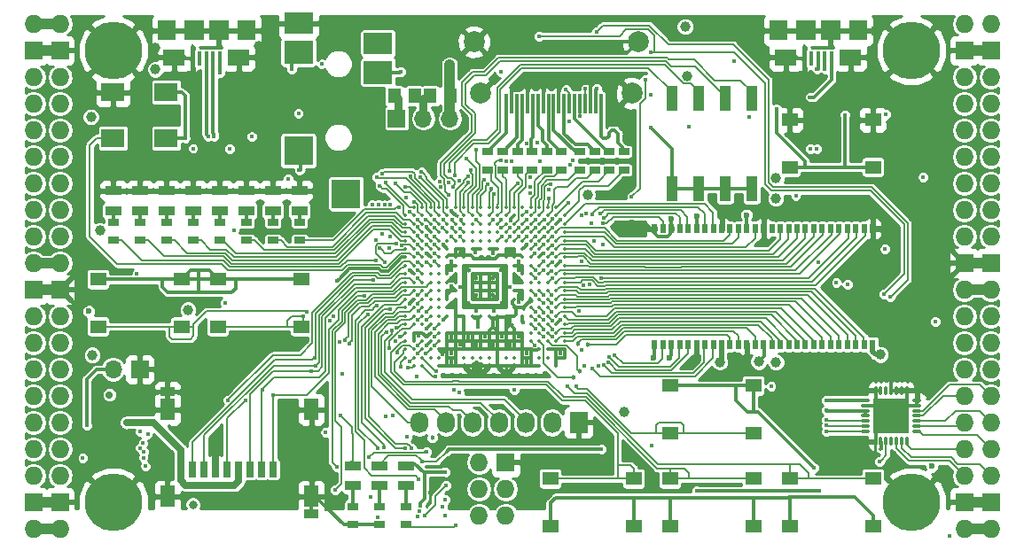
<source format=gtl>
G04 #@! TF.GenerationSoftware,KiCad,Pcbnew,5.0.0-rc2+dfsg1-3*
G04 #@! TF.CreationDate,2018-06-09T08:35:21+02:00*
G04 #@! TF.ProjectId,ulx3s,756C7833732E6B696361645F70636200,rev?*
G04 #@! TF.SameCoordinates,Original*
G04 #@! TF.FileFunction,Copper,L1,Top,Signal*
G04 #@! TF.FilePolarity,Positive*
%FSLAX46Y46*%
G04 Gerber Fmt 4.6, Leading zero omitted, Abs format (unit mm)*
G04 Created by KiCad (PCBNEW 5.0.0-rc2+dfsg1-3) date Sat Jun  9 08:35:21 2018*
%MOMM*%
%LPD*%
G01*
G04 APERTURE LIST*
G04 #@! TA.AperFunction,SMDPad,CuDef*
%ADD10R,0.560000X0.900000*%
G04 #@! TD*
G04 #@! TA.AperFunction,ComponentPad*
%ADD11O,1.727200X1.727200*%
G04 #@! TD*
G04 #@! TA.AperFunction,ComponentPad*
%ADD12R,1.727200X1.727200*%
G04 #@! TD*
G04 #@! TA.AperFunction,ComponentPad*
%ADD13C,5.500000*%
G04 #@! TD*
G04 #@! TA.AperFunction,SMDPad,CuDef*
%ADD14O,0.850000X0.300000*%
G04 #@! TD*
G04 #@! TA.AperFunction,SMDPad,CuDef*
%ADD15O,0.300000X0.850000*%
G04 #@! TD*
G04 #@! TA.AperFunction,SMDPad,CuDef*
%ADD16R,1.675000X1.675000*%
G04 #@! TD*
G04 #@! TA.AperFunction,ComponentPad*
%ADD17R,1.727200X2.032000*%
G04 #@! TD*
G04 #@! TA.AperFunction,ComponentPad*
%ADD18O,1.727200X2.032000*%
G04 #@! TD*
G04 #@! TA.AperFunction,SMDPad,CuDef*
%ADD19R,1.550000X1.300000*%
G04 #@! TD*
G04 #@! TA.AperFunction,SMDPad,CuDef*
%ADD20R,1.120000X2.440000*%
G04 #@! TD*
G04 #@! TA.AperFunction,BGAPad,CuDef*
%ADD21C,0.350000*%
G04 #@! TD*
G04 #@! TA.AperFunction,SMDPad,CuDef*
%ADD22R,2.800000X2.000000*%
G04 #@! TD*
G04 #@! TA.AperFunction,SMDPad,CuDef*
%ADD23R,2.800000X2.200000*%
G04 #@! TD*
G04 #@! TA.AperFunction,SMDPad,CuDef*
%ADD24R,2.800000X2.800000*%
G04 #@! TD*
G04 #@! TA.AperFunction,SMDPad,CuDef*
%ADD25R,0.700000X1.500000*%
G04 #@! TD*
G04 #@! TA.AperFunction,SMDPad,CuDef*
%ADD26R,1.450000X0.900000*%
G04 #@! TD*
G04 #@! TA.AperFunction,SMDPad,CuDef*
%ADD27R,1.450000X2.000000*%
G04 #@! TD*
G04 #@! TA.AperFunction,SMDPad,CuDef*
%ADD28R,2.200000X1.800000*%
G04 #@! TD*
G04 #@! TA.AperFunction,SMDPad,CuDef*
%ADD29R,1.000000X0.670000*%
G04 #@! TD*
G04 #@! TA.AperFunction,SMDPad,CuDef*
%ADD30R,1.500000X0.970000*%
G04 #@! TD*
G04 #@! TA.AperFunction,SMDPad,CuDef*
%ADD31R,0.300000X1.900000*%
G04 #@! TD*
G04 #@! TA.AperFunction,ComponentPad*
%ADD32C,2.000000*%
G04 #@! TD*
G04 #@! TA.AperFunction,ComponentPad*
%ADD33R,1.700000X1.700000*%
G04 #@! TD*
G04 #@! TA.AperFunction,ComponentPad*
%ADD34O,1.700000X1.700000*%
G04 #@! TD*
G04 #@! TA.AperFunction,SMDPad,CuDef*
%ADD35R,1.295000X1.400000*%
G04 #@! TD*
G04 #@! TA.AperFunction,SMDPad,CuDef*
%ADD36R,1.800000X1.900000*%
G04 #@! TD*
G04 #@! TA.AperFunction,SMDPad,CuDef*
%ADD37R,0.400000X1.350000*%
G04 #@! TD*
G04 #@! TA.AperFunction,SMDPad,CuDef*
%ADD38R,1.900000X1.900000*%
G04 #@! TD*
G04 #@! TA.AperFunction,SMDPad,CuDef*
%ADD39R,2.100000X1.600000*%
G04 #@! TD*
G04 #@! TA.AperFunction,ViaPad*
%ADD40C,0.400000*%
G04 #@! TD*
G04 #@! TA.AperFunction,ViaPad*
%ADD41C,0.700000*%
G04 #@! TD*
G04 #@! TA.AperFunction,ViaPad*
%ADD42C,0.454000*%
G04 #@! TD*
G04 #@! TA.AperFunction,ViaPad*
%ADD43C,0.600000*%
G04 #@! TD*
G04 #@! TA.AperFunction,ViaPad*
%ADD44C,1.000000*%
G04 #@! TD*
G04 #@! TA.AperFunction,ViaPad*
%ADD45C,0.800000*%
G04 #@! TD*
G04 #@! TA.AperFunction,Conductor*
%ADD46C,0.700000*%
G04 #@! TD*
G04 #@! TA.AperFunction,Conductor*
%ADD47C,0.300000*%
G04 #@! TD*
G04 #@! TA.AperFunction,Conductor*
%ADD48C,0.500000*%
G04 #@! TD*
G04 #@! TA.AperFunction,Conductor*
%ADD49C,1.000000*%
G04 #@! TD*
G04 #@! TA.AperFunction,Conductor*
%ADD50C,0.190000*%
G04 #@! TD*
G04 #@! TA.AperFunction,Conductor*
%ADD51C,0.800000*%
G04 #@! TD*
G04 #@! TA.AperFunction,Conductor*
%ADD52C,0.200000*%
G04 #@! TD*
G04 #@! TA.AperFunction,Conductor*
%ADD53C,0.127000*%
G04 #@! TD*
G04 #@! TA.AperFunction,Conductor*
%ADD54C,0.180000*%
G04 #@! TD*
G04 #@! TA.AperFunction,Conductor*
%ADD55C,0.254000*%
G04 #@! TD*
G04 APERTURE END LIST*
D10*
G04 #@! TO.P,U2,28*
G04 #@! TO.N,GND*
X175493000Y-82270000D03*
G04 #@! TO.P,U2,1*
G04 #@! TO.N,+3V3*
X154693000Y-93330000D03*
G04 #@! TO.P,U2,2*
G04 #@! TO.N,SDRAM_D0*
X155493000Y-93330000D03*
G04 #@! TO.P,U2,3*
G04 #@! TO.N,+3V3*
X156293000Y-93330000D03*
G04 #@! TO.P,U2,4*
G04 #@! TO.N,SDRAM_D1*
X157093000Y-93330000D03*
G04 #@! TO.P,U2,5*
G04 #@! TO.N,SDRAM_D2*
X157893000Y-93330000D03*
G04 #@! TO.P,U2,6*
G04 #@! TO.N,GND*
X158693000Y-93330000D03*
G04 #@! TO.P,U2,7*
G04 #@! TO.N,SDRAM_D3*
X159493000Y-93330000D03*
G04 #@! TO.P,U2,8*
G04 #@! TO.N,SDRAM_D4*
X160293000Y-93330000D03*
G04 #@! TO.P,U2,9*
G04 #@! TO.N,+3V3*
X161093000Y-93330000D03*
G04 #@! TO.P,U2,10*
G04 #@! TO.N,SDRAM_D5*
X161893000Y-93330000D03*
G04 #@! TO.P,U2,11*
G04 #@! TO.N,SDRAM_D6*
X162693000Y-93330000D03*
G04 #@! TO.P,U2,12*
G04 #@! TO.N,GND*
X163493000Y-93330000D03*
G04 #@! TO.P,U2,13*
G04 #@! TO.N,SDRAM_D7*
X164293000Y-93330000D03*
G04 #@! TO.P,U2,14*
G04 #@! TO.N,+3V3*
X165093000Y-93330000D03*
G04 #@! TO.P,U2,15*
G04 #@! TO.N,SDRAM_DQM0*
X165893000Y-93330000D03*
G04 #@! TO.P,U2,16*
G04 #@! TO.N,SDRAM_nWE*
X166693000Y-93330000D03*
G04 #@! TO.P,U2,17*
G04 #@! TO.N,SDRAM_nCAS*
X167493000Y-93330000D03*
G04 #@! TO.P,U2,18*
G04 #@! TO.N,SDRAM_nRAS*
X168293000Y-93330000D03*
G04 #@! TO.P,U2,19*
G04 #@! TO.N,SDRAM_nCS*
X169093000Y-93330000D03*
G04 #@! TO.P,U2,20*
G04 #@! TO.N,SDRAM_BA0*
X169893000Y-93330000D03*
G04 #@! TO.P,U2,21*
G04 #@! TO.N,SDRAM_BA1*
X170693000Y-93330000D03*
G04 #@! TO.P,U2,22*
G04 #@! TO.N,SDRAM_A10*
X171493000Y-93330000D03*
G04 #@! TO.P,U2,23*
G04 #@! TO.N,SDRAM_A0*
X172293000Y-93330000D03*
G04 #@! TO.P,U2,24*
G04 #@! TO.N,SDRAM_A1*
X173093000Y-93330000D03*
G04 #@! TO.P,U2,25*
G04 #@! TO.N,SDRAM_A2*
X173893000Y-93330000D03*
G04 #@! TO.P,U2,26*
G04 #@! TO.N,SDRAM_A3*
X174693000Y-93330000D03*
G04 #@! TO.P,U2,27*
G04 #@! TO.N,+3V3*
X175493000Y-93330000D03*
G04 #@! TO.P,U2,29*
G04 #@! TO.N,SDRAM_A4*
X174693000Y-82270000D03*
G04 #@! TO.P,U2,30*
G04 #@! TO.N,SDRAM_A5*
X173893000Y-82270000D03*
G04 #@! TO.P,U2,31*
G04 #@! TO.N,SDRAM_A6*
X173093000Y-82270000D03*
G04 #@! TO.P,U2,32*
G04 #@! TO.N,SDRAM_A7*
X172293000Y-82270000D03*
G04 #@! TO.P,U2,33*
G04 #@! TO.N,SDRAM_A8*
X171493000Y-82270000D03*
G04 #@! TO.P,U2,34*
G04 #@! TO.N,SDRAM_A9*
X170693000Y-82270000D03*
G04 #@! TO.P,U2,35*
G04 #@! TO.N,SDRAM_A11*
X169893000Y-82270000D03*
G04 #@! TO.P,U2,36*
G04 #@! TO.N,SDRAM_A12*
X169093000Y-82270000D03*
G04 #@! TO.P,U2,37*
G04 #@! TO.N,SDRAM_CKE*
X168293000Y-82270000D03*
G04 #@! TO.P,U2,38*
G04 #@! TO.N,SDRAM_CLK*
X167493000Y-82270000D03*
G04 #@! TO.P,U2,39*
G04 #@! TO.N,SDRAM_DQM1*
X166693000Y-82270000D03*
G04 #@! TO.P,U2,40*
G04 #@! TO.N,N/C*
X165893000Y-82270000D03*
G04 #@! TO.P,U2,41*
G04 #@! TO.N,GND*
X165093000Y-82270000D03*
G04 #@! TO.P,U2,42*
G04 #@! TO.N,SDRAM_D8*
X164293000Y-82270000D03*
G04 #@! TO.P,U2,43*
G04 #@! TO.N,+3V3*
X163493000Y-82270000D03*
G04 #@! TO.P,U2,44*
G04 #@! TO.N,SDRAM_D9*
X162693000Y-82270000D03*
G04 #@! TO.P,U2,45*
G04 #@! TO.N,SDRAM_D10*
X161893000Y-82270000D03*
G04 #@! TO.P,U2,46*
G04 #@! TO.N,GND*
X161093000Y-82270000D03*
G04 #@! TO.P,U2,47*
G04 #@! TO.N,SDRAM_D11*
X160293000Y-82270000D03*
G04 #@! TO.P,U2,48*
G04 #@! TO.N,SDRAM_D12*
X159493000Y-82270000D03*
G04 #@! TO.P,U2,49*
G04 #@! TO.N,+3V3*
X158693000Y-82270000D03*
G04 #@! TO.P,U2,50*
G04 #@! TO.N,SDRAM_D13*
X157893000Y-82270000D03*
G04 #@! TO.P,U2,51*
G04 #@! TO.N,SDRAM_D14*
X157093000Y-82270000D03*
G04 #@! TO.P,U2,52*
G04 #@! TO.N,GND*
X156293000Y-82270000D03*
G04 #@! TO.P,U2,53*
G04 #@! TO.N,SDRAM_D15*
X155493000Y-82270000D03*
G04 #@! TO.P,U2,54*
G04 #@! TO.N,GND*
X154693000Y-82270000D03*
G04 #@! TD*
D11*
G04 #@! TO.P,J1,1*
G04 #@! TO.N,2V5_3V3*
X97910000Y-62690000D03*
G04 #@! TO.P,J1,2*
X95370000Y-62690000D03*
D12*
G04 #@! TO.P,J1,3*
G04 #@! TO.N,GND*
X97910000Y-65230000D03*
G04 #@! TO.P,J1,4*
X95370000Y-65230000D03*
D11*
G04 #@! TO.P,J1,5*
G04 #@! TO.N,GN0*
X97910000Y-67770000D03*
G04 #@! TO.P,J1,6*
G04 #@! TO.N,GP0*
X95370000Y-67770000D03*
G04 #@! TO.P,J1,7*
G04 #@! TO.N,GN1*
X97910000Y-70310000D03*
G04 #@! TO.P,J1,8*
G04 #@! TO.N,GP1*
X95370000Y-70310000D03*
G04 #@! TO.P,J1,9*
G04 #@! TO.N,GN2*
X97910000Y-72850000D03*
G04 #@! TO.P,J1,10*
G04 #@! TO.N,GP2*
X95370000Y-72850000D03*
G04 #@! TO.P,J1,11*
G04 #@! TO.N,GN3*
X97910000Y-75390000D03*
G04 #@! TO.P,J1,12*
G04 #@! TO.N,GP3*
X95370000Y-75390000D03*
G04 #@! TO.P,J1,13*
G04 #@! TO.N,GN4*
X97910000Y-77930000D03*
G04 #@! TO.P,J1,14*
G04 #@! TO.N,GP4*
X95370000Y-77930000D03*
G04 #@! TO.P,J1,15*
G04 #@! TO.N,GN5*
X97910000Y-80470000D03*
G04 #@! TO.P,J1,16*
G04 #@! TO.N,GP5*
X95370000Y-80470000D03*
G04 #@! TO.P,J1,17*
G04 #@! TO.N,GN6*
X97910000Y-83010000D03*
G04 #@! TO.P,J1,18*
G04 #@! TO.N,GP6*
X95370000Y-83010000D03*
G04 #@! TO.P,J1,19*
G04 #@! TO.N,2V5_3V3*
X97910000Y-85550000D03*
G04 #@! TO.P,J1,20*
X95370000Y-85550000D03*
D12*
G04 #@! TO.P,J1,21*
G04 #@! TO.N,GND*
X97910000Y-88090000D03*
G04 #@! TO.P,J1,22*
X95370000Y-88090000D03*
D11*
G04 #@! TO.P,J1,23*
G04 #@! TO.N,GN7*
X97910000Y-90630000D03*
G04 #@! TO.P,J1,24*
G04 #@! TO.N,GP7*
X95370000Y-90630000D03*
G04 #@! TO.P,J1,25*
G04 #@! TO.N,GN8*
X97910000Y-93170000D03*
G04 #@! TO.P,J1,26*
G04 #@! TO.N,GP8*
X95370000Y-93170000D03*
G04 #@! TO.P,J1,27*
G04 #@! TO.N,GN9*
X97910000Y-95710000D03*
G04 #@! TO.P,J1,28*
G04 #@! TO.N,GP9*
X95370000Y-95710000D03*
G04 #@! TO.P,J1,29*
G04 #@! TO.N,GN10*
X97910000Y-98250000D03*
G04 #@! TO.P,J1,30*
G04 #@! TO.N,GP10*
X95370000Y-98250000D03*
G04 #@! TO.P,J1,31*
G04 #@! TO.N,GN11*
X97910000Y-100790000D03*
G04 #@! TO.P,J1,32*
G04 #@! TO.N,GP11*
X95370000Y-100790000D03*
G04 #@! TO.P,J1,33*
G04 #@! TO.N,GN12*
X97910000Y-103330000D03*
G04 #@! TO.P,J1,34*
G04 #@! TO.N,GP12*
X95370000Y-103330000D03*
G04 #@! TO.P,J1,35*
G04 #@! TO.N,GN13*
X97910000Y-105870000D03*
G04 #@! TO.P,J1,36*
G04 #@! TO.N,GP13*
X95370000Y-105870000D03*
D12*
G04 #@! TO.P,J1,37*
G04 #@! TO.N,GND*
X97910000Y-108410000D03*
G04 #@! TO.P,J1,38*
X95370000Y-108410000D03*
D11*
G04 #@! TO.P,J1,39*
G04 #@! TO.N,2V5_3V3*
X97910000Y-110950000D03*
G04 #@! TO.P,J1,40*
X95370000Y-110950000D03*
G04 #@! TD*
G04 #@! TO.P,J2,1*
G04 #@! TO.N,+3V3*
X184270000Y-110950000D03*
G04 #@! TO.P,J2,2*
X186810000Y-110950000D03*
D12*
G04 #@! TO.P,J2,3*
G04 #@! TO.N,GND*
X184270000Y-108410000D03*
G04 #@! TO.P,J2,4*
X186810000Y-108410000D03*
D11*
G04 #@! TO.P,J2,5*
G04 #@! TO.N,GN14*
X184270000Y-105870000D03*
G04 #@! TO.P,J2,6*
G04 #@! TO.N,GP14*
X186810000Y-105870000D03*
G04 #@! TO.P,J2,7*
G04 #@! TO.N,GN15*
X184270000Y-103330000D03*
G04 #@! TO.P,J2,8*
G04 #@! TO.N,GP15*
X186810000Y-103330000D03*
G04 #@! TO.P,J2,9*
G04 #@! TO.N,GN16*
X184270000Y-100790000D03*
G04 #@! TO.P,J2,10*
G04 #@! TO.N,GP16*
X186810000Y-100790000D03*
G04 #@! TO.P,J2,11*
G04 #@! TO.N,GN17*
X184270000Y-98250000D03*
G04 #@! TO.P,J2,12*
G04 #@! TO.N,GP17*
X186810000Y-98250000D03*
G04 #@! TO.P,J2,13*
G04 #@! TO.N,GN18*
X184270000Y-95710000D03*
G04 #@! TO.P,J2,14*
G04 #@! TO.N,GP18*
X186810000Y-95710000D03*
G04 #@! TO.P,J2,15*
G04 #@! TO.N,GN19*
X184270000Y-93170000D03*
G04 #@! TO.P,J2,16*
G04 #@! TO.N,GP19*
X186810000Y-93170000D03*
G04 #@! TO.P,J2,17*
G04 #@! TO.N,GN20*
X184270000Y-90630000D03*
G04 #@! TO.P,J2,18*
G04 #@! TO.N,GP20*
X186810000Y-90630000D03*
G04 #@! TO.P,J2,19*
G04 #@! TO.N,+3V3*
X184270000Y-88090000D03*
G04 #@! TO.P,J2,20*
X186810000Y-88090000D03*
D12*
G04 #@! TO.P,J2,21*
G04 #@! TO.N,GND*
X184270000Y-85550000D03*
G04 #@! TO.P,J2,22*
X186810000Y-85550000D03*
D11*
G04 #@! TO.P,J2,23*
G04 #@! TO.N,GN21*
X184270000Y-83010000D03*
G04 #@! TO.P,J2,24*
G04 #@! TO.N,GP21*
X186810000Y-83010000D03*
G04 #@! TO.P,J2,25*
G04 #@! TO.N,GN22*
X184270000Y-80470000D03*
G04 #@! TO.P,J2,26*
G04 #@! TO.N,GP22*
X186810000Y-80470000D03*
G04 #@! TO.P,J2,27*
G04 #@! TO.N,GN23*
X184270000Y-77930000D03*
G04 #@! TO.P,J2,28*
G04 #@! TO.N,GP23*
X186810000Y-77930000D03*
G04 #@! TO.P,J2,29*
G04 #@! TO.N,GN24*
X184270000Y-75390000D03*
G04 #@! TO.P,J2,30*
G04 #@! TO.N,GP24*
X186810000Y-75390000D03*
G04 #@! TO.P,J2,31*
G04 #@! TO.N,GN25*
X184270000Y-72850000D03*
G04 #@! TO.P,J2,32*
G04 #@! TO.N,GP25*
X186810000Y-72850000D03*
G04 #@! TO.P,J2,33*
G04 #@! TO.N,GN26*
X184270000Y-70310000D03*
G04 #@! TO.P,J2,34*
G04 #@! TO.N,GP26*
X186810000Y-70310000D03*
G04 #@! TO.P,J2,35*
G04 #@! TO.N,GN27*
X184270000Y-67770000D03*
G04 #@! TO.P,J2,36*
G04 #@! TO.N,GP27*
X186810000Y-67770000D03*
D12*
G04 #@! TO.P,J2,37*
G04 #@! TO.N,GND*
X184270000Y-65230000D03*
G04 #@! TO.P,J2,38*
X186810000Y-65230000D03*
D11*
G04 #@! TO.P,J2,39*
G04 #@! TO.N,/gpio/IN5V*
X184270000Y-62690000D03*
G04 #@! TO.P,J2,40*
G04 #@! TO.N,/gpio/OUT5V*
X186810000Y-62690000D03*
G04 #@! TD*
D13*
G04 #@! TO.P,H1,1*
G04 #@! TO.N,GND*
X102990000Y-108410000D03*
G04 #@! TD*
G04 #@! TO.P,H2,1*
G04 #@! TO.N,GND*
X179190000Y-108410000D03*
G04 #@! TD*
G04 #@! TO.P,H3,1*
G04 #@! TO.N,GND*
X179190000Y-65230000D03*
G04 #@! TD*
G04 #@! TO.P,H4,1*
G04 #@! TO.N,GND*
X102990000Y-65230000D03*
G04 #@! TD*
D12*
G04 #@! TO.P,J4,1*
G04 #@! TO.N,GND*
X140455000Y-104600000D03*
D11*
G04 #@! TO.P,J4,2*
G04 #@! TO.N,+3V3*
X137915000Y-104600000D03*
G04 #@! TO.P,J4,3*
G04 #@! TO.N,JTAG_TDI*
X140455000Y-107140000D03*
G04 #@! TO.P,J4,4*
G04 #@! TO.N,JTAG_TCK*
X137915000Y-107140000D03*
G04 #@! TO.P,J4,5*
G04 #@! TO.N,JTAG_TMS*
X140455000Y-109680000D03*
G04 #@! TO.P,J4,6*
G04 #@! TO.N,JTAG_TDO*
X137915000Y-109680000D03*
G04 #@! TD*
D14*
G04 #@! TO.P,U8,1*
G04 #@! TO.N,GP15*
X179735000Y-101655000D03*
G04 #@! TO.P,U8,2*
G04 #@! TO.N,GN16*
X179735000Y-101155000D03*
G04 #@! TO.P,U8,3*
G04 #@! TO.N,GP16*
X179735000Y-100655000D03*
G04 #@! TO.P,U8,4*
G04 #@! TO.N,GN17*
X179735000Y-100155000D03*
G04 #@! TO.P,U8,5*
G04 #@! TO.N,GP17*
X179735000Y-99655000D03*
G04 #@! TO.P,U8,6*
G04 #@! TO.N,GND*
X179735000Y-99155000D03*
G04 #@! TO.P,U8,7*
X179735000Y-98655000D03*
D15*
G04 #@! TO.P,U8,8*
X178785000Y-97705000D03*
G04 #@! TO.P,U8,9*
X178285000Y-97705000D03*
G04 #@! TO.P,U8,10*
X177785000Y-97705000D03*
G04 #@! TO.P,U8,11*
X177285000Y-97705000D03*
G04 #@! TO.P,U8,12*
G04 #@! TO.N,Net-(U8-Pad12)*
X176785000Y-97705000D03*
G04 #@! TO.P,U8,13*
G04 #@! TO.N,GND*
X176285000Y-97705000D03*
G04 #@! TO.P,U8,14*
X175785000Y-97705000D03*
D14*
G04 #@! TO.P,U8,15*
G04 #@! TO.N,+3V3*
X174835000Y-98655000D03*
G04 #@! TO.P,U8,16*
G04 #@! TO.N,GND*
X174835000Y-99155000D03*
G04 #@! TO.P,U8,17*
G04 #@! TO.N,+3V3*
X174835000Y-99655000D03*
G04 #@! TO.P,U8,18*
X174835000Y-100155000D03*
G04 #@! TO.P,U8,19*
G04 #@! TO.N,ADC_SCLK*
X174835000Y-100655000D03*
G04 #@! TO.P,U8,20*
G04 #@! TO.N,ADC_CSn*
X174835000Y-101155000D03*
G04 #@! TO.P,U8,21*
G04 #@! TO.N,ADC_MOSI*
X174835000Y-101655000D03*
D15*
G04 #@! TO.P,U8,22*
G04 #@! TO.N,GND*
X175785000Y-102605000D03*
G04 #@! TO.P,U8,23*
G04 #@! TO.N,+3V3*
X176285000Y-102605000D03*
G04 #@! TO.P,U8,24*
G04 #@! TO.N,ADC_MISO*
X176785000Y-102605000D03*
G04 #@! TO.P,U8,25*
G04 #@! TO.N,Net-(U8-Pad25)*
X177285000Y-102605000D03*
G04 #@! TO.P,U8,26*
G04 #@! TO.N,GN14*
X177785000Y-102605000D03*
G04 #@! TO.P,U8,27*
G04 #@! TO.N,GP14*
X178285000Y-102605000D03*
G04 #@! TO.P,U8,28*
G04 #@! TO.N,GN15*
X178785000Y-102605000D03*
D16*
G04 #@! TO.P,U8,29*
G04 #@! TO.N,GND*
X176447500Y-99317500D03*
X176447500Y-100992500D03*
X178122500Y-99317500D03*
X178122500Y-100992500D03*
G04 #@! TD*
D17*
G04 #@! TO.P,OLED1,1*
G04 #@! TO.N,GND*
X147440000Y-100790000D03*
D18*
G04 #@! TO.P,OLED1,2*
G04 #@! TO.N,+3V3*
X144900000Y-100790000D03*
G04 #@! TO.P,OLED1,3*
G04 #@! TO.N,OLED_CLK*
X142360000Y-100790000D03*
G04 #@! TO.P,OLED1,4*
G04 #@! TO.N,OLED_MOSI*
X139820000Y-100790000D03*
G04 #@! TO.P,OLED1,5*
G04 #@! TO.N,OLED_RES*
X137280000Y-100790000D03*
G04 #@! TO.P,OLED1,6*
G04 #@! TO.N,OLED_DC*
X134740000Y-100790000D03*
G04 #@! TO.P,OLED1,7*
G04 #@! TO.N,OLED_CS*
X132200000Y-100790000D03*
G04 #@! TD*
D19*
G04 #@! TO.P,BTN0,2*
G04 #@! TO.N,GND*
X175550000Y-71870000D03*
G04 #@! TO.P,BTN0,1*
G04 #@! TO.N,/power/PWRBTn*
X175550000Y-76370000D03*
X167590000Y-76370000D03*
G04 #@! TO.P,BTN0,2*
G04 #@! TO.N,GND*
X167590000Y-71870000D03*
G04 #@! TD*
G04 #@! TO.P,BTN1,2*
G04 #@! TO.N,BTN_F1*
X101550000Y-91610000D03*
G04 #@! TO.P,BTN1,1*
G04 #@! TO.N,/blinkey/BTNPUL*
X101550000Y-87110000D03*
X109510000Y-87110000D03*
G04 #@! TO.P,BTN1,2*
G04 #@! TO.N,BTN_F1*
X109510000Y-91610000D03*
G04 #@! TD*
G04 #@! TO.P,BTN2,2*
G04 #@! TO.N,BTN_F2*
X112980000Y-91610000D03*
G04 #@! TO.P,BTN2,1*
G04 #@! TO.N,/blinkey/BTNPUL*
X112980000Y-87110000D03*
X120940000Y-87110000D03*
G04 #@! TO.P,BTN2,2*
G04 #@! TO.N,BTN_F2*
X120940000Y-91610000D03*
G04 #@! TD*
G04 #@! TO.P,BTN3,2*
G04 #@! TO.N,BTN_U*
X156160000Y-101770000D03*
G04 #@! TO.P,BTN3,1*
G04 #@! TO.N,/blinkey/BTNPUR*
X156160000Y-97270000D03*
X164120000Y-97270000D03*
G04 #@! TO.P,BTN3,2*
G04 #@! TO.N,BTN_U*
X164120000Y-101770000D03*
G04 #@! TD*
G04 #@! TO.P,BTN4,2*
G04 #@! TO.N,BTN_D*
X164120000Y-106160000D03*
G04 #@! TO.P,BTN4,1*
G04 #@! TO.N,/blinkey/BTNPUR*
X164120000Y-110660000D03*
X156160000Y-110660000D03*
G04 #@! TO.P,BTN4,2*
G04 #@! TO.N,BTN_D*
X156160000Y-106160000D03*
G04 #@! TD*
G04 #@! TO.P,BTN5,2*
G04 #@! TO.N,BTN_L*
X152690000Y-106160000D03*
G04 #@! TO.P,BTN5,1*
G04 #@! TO.N,/blinkey/BTNPUR*
X152690000Y-110660000D03*
X144730000Y-110660000D03*
G04 #@! TO.P,BTN5,2*
G04 #@! TO.N,BTN_L*
X144730000Y-106160000D03*
G04 #@! TD*
G04 #@! TO.P,BTN6,2*
G04 #@! TO.N,BTN_R*
X175550000Y-106160000D03*
G04 #@! TO.P,BTN6,1*
G04 #@! TO.N,/blinkey/BTNPUR*
X175550000Y-110660000D03*
X167590000Y-110660000D03*
G04 #@! TO.P,BTN6,2*
G04 #@! TO.N,BTN_R*
X167590000Y-106160000D03*
G04 #@! TD*
D20*
G04 #@! TO.P,SW1,1*
G04 #@! TO.N,/blinkey/SWPU*
X156330000Y-78425000D03*
G04 #@! TO.P,SW1,5*
G04 #@! TO.N,SW4*
X163950000Y-69815000D03*
G04 #@! TO.P,SW1,2*
G04 #@! TO.N,/blinkey/SWPU*
X158870000Y-78425000D03*
G04 #@! TO.P,SW1,6*
G04 #@! TO.N,SW3*
X161410000Y-69815000D03*
G04 #@! TO.P,SW1,3*
G04 #@! TO.N,/blinkey/SWPU*
X161410000Y-78425000D03*
G04 #@! TO.P,SW1,7*
G04 #@! TO.N,SW2*
X158870000Y-69815000D03*
G04 #@! TO.P,SW1,4*
G04 #@! TO.N,/blinkey/SWPU*
X163950000Y-78425000D03*
G04 #@! TO.P,SW1,8*
G04 #@! TO.N,SW1*
X156330000Y-69815000D03*
G04 #@! TD*
D21*
G04 #@! TO.P,U1,A2*
G04 #@! TO.N,GP9*
X131680000Y-80200000D03*
G04 #@! TO.P,U1,A3*
G04 #@! TO.N,AUDIO_R0*
X132480000Y-80200000D03*
G04 #@! TO.P,U1,A4*
G04 #@! TO.N,GP8*
X133280000Y-80200000D03*
G04 #@! TO.P,U1,A5*
G04 #@! TO.N,GN8*
X134080000Y-80200000D03*
G04 #@! TO.P,U1,A6*
G04 #@! TO.N,GP7*
X134880000Y-80200000D03*
G04 #@! TO.P,U1,A7*
G04 #@! TO.N,GP4*
X135680000Y-80200000D03*
G04 #@! TO.P,U1,A8*
G04 #@! TO.N,GN4*
X136480000Y-80200000D03*
G04 #@! TO.P,U1,A9*
G04 #@! TO.N,GP2*
X137280000Y-80200000D03*
G04 #@! TO.P,U1,A10*
G04 #@! TO.N,GP1*
X138080000Y-80200000D03*
G04 #@! TO.P,U1,A11*
G04 #@! TO.N,GN1*
X138880000Y-80200000D03*
G04 #@! TO.P,U1,A12*
G04 #@! TO.N,FPDI_D2+*
X139680000Y-80200000D03*
G04 #@! TO.P,U1,A13*
G04 #@! TO.N,FPDI_D2-*
X140480000Y-80200000D03*
G04 #@! TO.P,U1,A14*
G04 #@! TO.N,FPDI_D1+*
X141280000Y-80200000D03*
G04 #@! TO.P,U1,A15*
G04 #@! TO.N,Net-(U1-PadA15)*
X142080000Y-80200000D03*
G04 #@! TO.P,U1,A16*
G04 #@! TO.N,FPDI_D0+*
X142880000Y-80200000D03*
G04 #@! TO.P,U1,A17*
G04 #@! TO.N,FPDI_CLK+*
X143680000Y-80200000D03*
G04 #@! TO.P,U1,A18*
G04 #@! TO.N,/gpdi/FPDI_CEC*
X144480000Y-80200000D03*
G04 #@! TO.P,U1,A19*
G04 #@! TO.N,FPDI_ETH+*
X145280000Y-80200000D03*
G04 #@! TO.P,U1,B1*
G04 #@! TO.N,GN9*
X130880000Y-81000000D03*
G04 #@! TO.P,U1,B2*
G04 #@! TO.N,LED0*
X131680000Y-81000000D03*
G04 #@! TO.P,U1,B3*
G04 #@! TO.N,AUDIO_L3*
X132480000Y-81000000D03*
G04 #@! TO.P,U1,B4*
G04 #@! TO.N,GN10*
X133280000Y-81000000D03*
G04 #@! TO.P,U1,B5*
G04 #@! TO.N,AUDIO_R1*
X134080000Y-81000000D03*
G04 #@! TO.P,U1,B6*
G04 #@! TO.N,GN7*
X134880000Y-81000000D03*
G04 #@! TO.P,U1,B7*
G04 #@! TO.N,GND*
X135680000Y-81000000D03*
G04 #@! TO.P,U1,B8*
G04 #@! TO.N,GN5*
X136480000Y-81000000D03*
G04 #@! TO.P,U1,B9*
G04 #@! TO.N,GP3*
X137280000Y-81000000D03*
G04 #@! TO.P,U1,B10*
G04 #@! TO.N,GN2*
X138080000Y-81000000D03*
G04 #@! TO.P,U1,B11*
G04 #@! TO.N,GP0*
X138880000Y-81000000D03*
G04 #@! TO.P,U1,B12*
G04 #@! TO.N,USB_FPGA_PULL_D+*
X139680000Y-81000000D03*
G04 #@! TO.P,U1,B13*
G04 #@! TO.N,GP26*
X140480000Y-81000000D03*
G04 #@! TO.P,U1,B14*
G04 #@! TO.N,GND*
X141280000Y-81000000D03*
G04 #@! TO.P,U1,B15*
G04 #@! TO.N,GP22*
X142080000Y-81000000D03*
G04 #@! TO.P,U1,B16*
G04 #@! TO.N,FPDI_D0-*
X142880000Y-81000000D03*
G04 #@! TO.P,U1,B17*
G04 #@! TO.N,GP23*
X143680000Y-81000000D03*
G04 #@! TO.P,U1,B18*
G04 #@! TO.N,FPDI_CLK-*
X144480000Y-81000000D03*
G04 #@! TO.P,U1,B19*
G04 #@! TO.N,FPDI_SDA*
X145280000Y-81000000D03*
G04 #@! TO.P,U1,B20*
G04 #@! TO.N,FPDI_ETH-*
X146080000Y-81000000D03*
G04 #@! TO.P,U1,C1*
G04 #@! TO.N,LED2*
X130880000Y-81800000D03*
G04 #@! TO.P,U1,C2*
G04 #@! TO.N,LED1*
X131680000Y-81800000D03*
G04 #@! TO.P,U1,C3*
G04 #@! TO.N,AUDIO_L2*
X132480000Y-81800000D03*
G04 #@! TO.P,U1,C4*
G04 #@! TO.N,GP10*
X133280000Y-81800000D03*
G04 #@! TO.P,U1,C5*
G04 #@! TO.N,AUDIO_R3*
X134080000Y-81800000D03*
G04 #@! TO.P,U1,C6*
G04 #@! TO.N,GP6*
X134880000Y-81800000D03*
G04 #@! TO.P,U1,C7*
G04 #@! TO.N,GN6*
X135680000Y-81800000D03*
G04 #@! TO.P,U1,C8*
G04 #@! TO.N,GP5*
X136480000Y-81800000D03*
G04 #@! TO.P,U1,C9*
G04 #@! TO.N,Net-(U1-PadC9)*
X137280000Y-81800000D03*
G04 #@! TO.P,U1,C10*
G04 #@! TO.N,GN3*
X138080000Y-81800000D03*
G04 #@! TO.P,U1,C11*
G04 #@! TO.N,GN0*
X138880000Y-81800000D03*
G04 #@! TO.P,U1,C12*
G04 #@! TO.N,USB_FPGA_PULL_D-*
X139680000Y-81800000D03*
G04 #@! TO.P,U1,C13*
G04 #@! TO.N,GN26*
X140480000Y-81800000D03*
G04 #@! TO.P,U1,C14*
G04 #@! TO.N,FPDI_D1-*
X141280000Y-81800000D03*
G04 #@! TO.P,U1,C15*
G04 #@! TO.N,GN22*
X142080000Y-81800000D03*
G04 #@! TO.P,U1,C16*
G04 #@! TO.N,GP24*
X142880000Y-81800000D03*
G04 #@! TO.P,U1,C17*
G04 #@! TO.N,GN23*
X143680000Y-81800000D03*
G04 #@! TO.P,U1,C18*
G04 #@! TO.N,GP21*
X144480000Y-81800000D03*
G04 #@! TO.P,U1,C19*
G04 #@! TO.N,GND*
X145280000Y-81800000D03*
G04 #@! TO.P,U1,C20*
G04 #@! TO.N,SDRAM_D11*
X146080000Y-81800000D03*
G04 #@! TO.P,U1,D1*
G04 #@! TO.N,LED4*
X130880000Y-82600000D03*
G04 #@! TO.P,U1,D2*
G04 #@! TO.N,LED3*
X131680000Y-82600000D03*
G04 #@! TO.P,U1,D3*
G04 #@! TO.N,AUDIO_L1*
X132480000Y-82600000D03*
G04 #@! TO.P,U1,D4*
G04 #@! TO.N,GND*
X133280000Y-82600000D03*
G04 #@! TO.P,U1,D5*
G04 #@! TO.N,AUDIO_R2*
X134080000Y-82600000D03*
G04 #@! TO.P,U1,D6*
G04 #@! TO.N,BTN_PWRn*
X134880000Y-82600000D03*
G04 #@! TO.P,U1,D7*
G04 #@! TO.N,SW3*
X135680000Y-82600000D03*
G04 #@! TO.P,U1,D8*
G04 #@! TO.N,SW2*
X136480000Y-82600000D03*
G04 #@! TO.P,U1,D9*
G04 #@! TO.N,Net-(U1-PadD9)*
X137280000Y-82600000D03*
G04 #@! TO.P,U1,D10*
G04 #@! TO.N,Net-(U1-PadD10)*
X138080000Y-82600000D03*
G04 #@! TO.P,U1,D11*
G04 #@! TO.N,Net-(U1-PadD11)*
X138880000Y-82600000D03*
G04 #@! TO.P,U1,D12*
G04 #@! TO.N,Net-(U1-PadD12)*
X139680000Y-82600000D03*
G04 #@! TO.P,U1,D13*
G04 #@! TO.N,GP27*
X140480000Y-82600000D03*
G04 #@! TO.P,U1,D14*
G04 #@! TO.N,GP25*
X141280000Y-82600000D03*
G04 #@! TO.P,U1,D15*
G04 #@! TO.N,USB_FPGA_D+*
X142080000Y-82600000D03*
G04 #@! TO.P,U1,D16*
G04 #@! TO.N,GN24*
X142880000Y-82600000D03*
G04 #@! TO.P,U1,D17*
G04 #@! TO.N,GN21*
X143680000Y-82600000D03*
G04 #@! TO.P,U1,D18*
G04 #@! TO.N,GP20*
X144480000Y-82600000D03*
G04 #@! TO.P,U1,D19*
G04 #@! TO.N,SDRAM_D10*
X145280000Y-82600000D03*
G04 #@! TO.P,U1,D20*
G04 #@! TO.N,SDRAM_D9*
X146080000Y-82600000D03*
G04 #@! TO.P,U1,E1*
G04 #@! TO.N,LED6*
X130880000Y-83400000D03*
G04 #@! TO.P,U1,E2*
G04 #@! TO.N,LED5*
X131680000Y-83400000D03*
G04 #@! TO.P,U1,E3*
G04 #@! TO.N,GN11*
X132480000Y-83400000D03*
G04 #@! TO.P,U1,E4*
G04 #@! TO.N,AUDIO_L0*
X133280000Y-83400000D03*
G04 #@! TO.P,U1,E5*
G04 #@! TO.N,AUDIO_V3*
X134080000Y-83400000D03*
G04 #@! TO.P,U1,E6*
G04 #@! TO.N,Net-(U1-PadE6)*
X134880000Y-83400000D03*
G04 #@! TO.P,U1,E7*
G04 #@! TO.N,SW4*
X135680000Y-83400000D03*
G04 #@! TO.P,U1,E8*
G04 #@! TO.N,SW1*
X136480000Y-83400000D03*
G04 #@! TO.P,U1,E9*
G04 #@! TO.N,Net-(U1-PadE9)*
X137280000Y-83400000D03*
G04 #@! TO.P,U1,E10*
G04 #@! TO.N,Net-(U1-PadE10)*
X138080000Y-83400000D03*
G04 #@! TO.P,U1,E11*
G04 #@! TO.N,Net-(U1-PadE11)*
X138880000Y-83400000D03*
G04 #@! TO.P,U1,E12*
G04 #@! TO.N,FPDI_SCL*
X139680000Y-83400000D03*
G04 #@! TO.P,U1,E13*
G04 #@! TO.N,GN27*
X140480000Y-83400000D03*
G04 #@! TO.P,U1,E14*
G04 #@! TO.N,GN25*
X141280000Y-83400000D03*
G04 #@! TO.P,U1,E15*
G04 #@! TO.N,USB_FPGA_D-*
X142080000Y-83400000D03*
G04 #@! TO.P,U1,E16*
G04 #@! TO.N,USB_FPGA_D+*
X142880000Y-83400000D03*
G04 #@! TO.P,U1,E17*
G04 #@! TO.N,GN20*
X143680000Y-83400000D03*
G04 #@! TO.P,U1,E18*
G04 #@! TO.N,SDRAM_D12*
X144480000Y-83400000D03*
G04 #@! TO.P,U1,E19*
G04 #@! TO.N,SDRAM_D8*
X145280000Y-83400000D03*
G04 #@! TO.P,U1,E20*
G04 #@! TO.N,SDRAM_DQM1*
X146080000Y-83400000D03*
G04 #@! TO.P,U1,F1*
G04 #@! TO.N,WIFI_EN*
X130880000Y-84200000D03*
G04 #@! TO.P,U1,F2*
G04 #@! TO.N,AUDIO_V1*
X131680000Y-84200000D03*
G04 #@! TO.P,U1,F3*
G04 #@! TO.N,GN12*
X132480000Y-84200000D03*
G04 #@! TO.P,U1,F4*
G04 #@! TO.N,GP11*
X133280000Y-84200000D03*
G04 #@! TO.P,U1,F5*
G04 #@! TO.N,AUDIO_V2*
X134080000Y-84200000D03*
G04 #@! TO.P,U1,F6*
G04 #@! TO.N,+2V5*
X134880000Y-84200000D03*
G04 #@! TO.P,U1,F7*
G04 #@! TO.N,GND*
X135680000Y-84200000D03*
G04 #@! TO.P,U1,F8*
X136480000Y-84200000D03*
G04 #@! TO.P,U1,F9*
G04 #@! TO.N,2V5_3V3*
X137280000Y-84200000D03*
G04 #@! TO.P,U1,F10*
X138080000Y-84200000D03*
G04 #@! TO.P,U1,F11*
G04 #@! TO.N,+3V3*
X138880000Y-84200000D03*
G04 #@! TO.P,U1,F12*
X139680000Y-84200000D03*
G04 #@! TO.P,U1,F13*
G04 #@! TO.N,GND*
X140480000Y-84200000D03*
G04 #@! TO.P,U1,F14*
X141280000Y-84200000D03*
G04 #@! TO.P,U1,F15*
G04 #@! TO.N,+2V5*
X142080000Y-84200000D03*
G04 #@! TO.P,U1,F16*
G04 #@! TO.N,USB_FPGA_D-*
X142880000Y-84200000D03*
G04 #@! TO.P,U1,F17*
G04 #@! TO.N,GP19*
X143680000Y-84200000D03*
G04 #@! TO.P,U1,F18*
G04 #@! TO.N,SDRAM_D13*
X144480000Y-84200000D03*
G04 #@! TO.P,U1,F19*
G04 #@! TO.N,SDRAM_CLK*
X145280000Y-84200000D03*
G04 #@! TO.P,U1,F20*
G04 #@! TO.N,SDRAM_CKE*
X146080000Y-84200000D03*
G04 #@! TO.P,U1,G1*
G04 #@! TO.N,/usb/ANT_433MHz*
X130880000Y-85000000D03*
G04 #@! TO.P,U1,G2*
G04 #@! TO.N,CLK_25MHz*
X131680000Y-85000000D03*
G04 #@! TO.P,U1,G3*
G04 #@! TO.N,GP12*
X132480000Y-85000000D03*
G04 #@! TO.P,U1,G4*
G04 #@! TO.N,GND*
X133280000Y-85000000D03*
G04 #@! TO.P,U1,G5*
G04 #@! TO.N,GN13*
X134080000Y-85000000D03*
G04 #@! TO.P,U1,G6*
G04 #@! TO.N,GND*
X134880000Y-85000000D03*
G04 #@! TO.P,U1,G7*
X135680000Y-85000000D03*
G04 #@! TO.P,U1,G8*
X136480000Y-85000000D03*
G04 #@! TO.P,U1,G9*
X137280000Y-85000000D03*
G04 #@! TO.P,U1,G10*
X138080000Y-85000000D03*
G04 #@! TO.P,U1,G11*
X138880000Y-85000000D03*
G04 #@! TO.P,U1,G12*
X139680000Y-85000000D03*
G04 #@! TO.P,U1,G13*
X140480000Y-85000000D03*
G04 #@! TO.P,U1,G14*
X141280000Y-85000000D03*
G04 #@! TO.P,U1,G15*
X142080000Y-85000000D03*
G04 #@! TO.P,U1,G16*
G04 #@! TO.N,SHUTDOWN*
X142880000Y-85000000D03*
G04 #@! TO.P,U1,G17*
G04 #@! TO.N,GND*
X143680000Y-85000000D03*
G04 #@! TO.P,U1,G18*
G04 #@! TO.N,GN19*
X144480000Y-85000000D03*
G04 #@! TO.P,U1,G19*
G04 #@! TO.N,SDRAM_A12*
X145280000Y-85000000D03*
G04 #@! TO.P,U1,G20*
G04 #@! TO.N,SDRAM_A11*
X146080000Y-85000000D03*
G04 #@! TO.P,U1,H1*
G04 #@! TO.N,SD_D1*
X130880000Y-85800000D03*
G04 #@! TO.P,U1,H2*
G04 #@! TO.N,SD_CLK*
X131680000Y-85800000D03*
G04 #@! TO.P,U1,H3*
G04 #@! TO.N,LED7*
X132480000Y-85800000D03*
G04 #@! TO.P,U1,H4*
G04 #@! TO.N,GP13*
X133280000Y-85800000D03*
G04 #@! TO.P,U1,H5*
G04 #@! TO.N,AUDIO_V0*
X134080000Y-85800000D03*
G04 #@! TO.P,U1,H6*
G04 #@! TO.N,2V5_3V3*
X134880000Y-85800000D03*
G04 #@! TO.P,U1,H7*
X135680000Y-85800000D03*
G04 #@! TO.P,U1,H8*
G04 #@! TO.N,+1V1*
X136480000Y-85800000D03*
G04 #@! TO.P,U1,H9*
X137280000Y-85800000D03*
G04 #@! TO.P,U1,H10*
X138080000Y-85800000D03*
G04 #@! TO.P,U1,H11*
X138880000Y-85800000D03*
G04 #@! TO.P,U1,H12*
X139680000Y-85800000D03*
G04 #@! TO.P,U1,H13*
X140480000Y-85800000D03*
G04 #@! TO.P,U1,H14*
G04 #@! TO.N,+3V3*
X141280000Y-85800000D03*
G04 #@! TO.P,U1,H15*
X142080000Y-85800000D03*
G04 #@! TO.P,U1,H16*
G04 #@! TO.N,BTN_R*
X142880000Y-85800000D03*
G04 #@! TO.P,U1,H17*
G04 #@! TO.N,GN18*
X143680000Y-85800000D03*
G04 #@! TO.P,U1,H18*
G04 #@! TO.N,GP18*
X144480000Y-85800000D03*
G04 #@! TO.P,U1,H19*
G04 #@! TO.N,GND*
X145280000Y-85800000D03*
G04 #@! TO.P,U1,H20*
G04 #@! TO.N,SDRAM_A9*
X146080000Y-85800000D03*
G04 #@! TO.P,U1,J1*
G04 #@! TO.N,SD_CMD*
X130880000Y-86600000D03*
G04 #@! TO.P,U1,J2*
G04 #@! TO.N,GND*
X131680000Y-86600000D03*
G04 #@! TO.P,U1,J3*
G04 #@! TO.N,SD_D0*
X132480000Y-86600000D03*
G04 #@! TO.P,U1,J4*
G04 #@! TO.N,Net-(U1-PadJ4)*
X133280000Y-86600000D03*
G04 #@! TO.P,U1,J5*
G04 #@! TO.N,Net-(U1-PadJ5)*
X134080000Y-86600000D03*
G04 #@! TO.P,U1,J6*
G04 #@! TO.N,2V5_3V3*
X134880000Y-86600000D03*
G04 #@! TO.P,U1,J7*
G04 #@! TO.N,GND*
X135680000Y-86600000D03*
G04 #@! TO.P,U1,J8*
G04 #@! TO.N,+1V1*
X136480000Y-86600000D03*
G04 #@! TO.P,U1,J9*
G04 #@! TO.N,GND*
X137280000Y-86600000D03*
G04 #@! TO.P,U1,J10*
X138080000Y-86600000D03*
G04 #@! TO.P,U1,J11*
X138880000Y-86600000D03*
G04 #@! TO.P,U1,J12*
X139680000Y-86600000D03*
G04 #@! TO.P,U1,J13*
G04 #@! TO.N,+1V1*
X140480000Y-86600000D03*
G04 #@! TO.P,U1,J14*
G04 #@! TO.N,GND*
X141280000Y-86600000D03*
G04 #@! TO.P,U1,J15*
G04 #@! TO.N,+3V3*
X142080000Y-86600000D03*
G04 #@! TO.P,U1,J16*
G04 #@! TO.N,SDRAM_D0*
X142880000Y-86600000D03*
G04 #@! TO.P,U1,J17*
G04 #@! TO.N,SDRAM_D15*
X143680000Y-86600000D03*
G04 #@! TO.P,U1,J18*
G04 #@! TO.N,SDRAM_D14*
X144480000Y-86600000D03*
G04 #@! TO.P,U1,J19*
G04 #@! TO.N,SDRAM_A8*
X145280000Y-86600000D03*
G04 #@! TO.P,U1,J20*
G04 #@! TO.N,SDRAM_A7*
X146080000Y-86600000D03*
G04 #@! TO.P,U1,K1*
G04 #@! TO.N,SD_D2*
X130880000Y-87400000D03*
G04 #@! TO.P,U1,K2*
G04 #@! TO.N,SD_D3*
X131680000Y-87400000D03*
G04 #@! TO.P,U1,K3*
G04 #@! TO.N,WIFI_RXD*
X132480000Y-87400000D03*
G04 #@! TO.P,U1,K4*
G04 #@! TO.N,WIFI_TXD*
X133280000Y-87400000D03*
G04 #@! TO.P,U1,K5*
G04 #@! TO.N,Net-(U1-PadK5)*
X134080000Y-87400000D03*
G04 #@! TO.P,U1,K6*
G04 #@! TO.N,GND*
X134880000Y-87400000D03*
G04 #@! TO.P,U1,K7*
X135680000Y-87400000D03*
G04 #@! TO.P,U1,K8*
G04 #@! TO.N,+1V1*
X136480000Y-87400000D03*
G04 #@! TO.P,U1,K9*
G04 #@! TO.N,GND*
X137280000Y-87400000D03*
G04 #@! TO.P,U1,K10*
X138080000Y-87400000D03*
G04 #@! TO.P,U1,K11*
X138880000Y-87400000D03*
G04 #@! TO.P,U1,K12*
X139680000Y-87400000D03*
G04 #@! TO.P,U1,K13*
G04 #@! TO.N,+1V1*
X140480000Y-87400000D03*
G04 #@! TO.P,U1,K14*
G04 #@! TO.N,GND*
X141280000Y-87400000D03*
G04 #@! TO.P,U1,K15*
X142080000Y-87400000D03*
G04 #@! TO.P,U1,K16*
G04 #@! TO.N,Net-(U1-PadK16)*
X142880000Y-87400000D03*
G04 #@! TO.P,U1,K17*
G04 #@! TO.N,Net-(U1-PadK17)*
X143680000Y-87400000D03*
G04 #@! TO.P,U1,K18*
G04 #@! TO.N,SDRAM_A6*
X144480000Y-87400000D03*
G04 #@! TO.P,U1,K19*
G04 #@! TO.N,SDRAM_A5*
X145280000Y-87400000D03*
G04 #@! TO.P,U1,K20*
G04 #@! TO.N,SDRAM_A4*
X146080000Y-87400000D03*
G04 #@! TO.P,U1,L1*
G04 #@! TO.N,WIFI_GPIO16*
X130880000Y-88200000D03*
G04 #@! TO.P,U1,L2*
G04 #@! TO.N,WIFI_GPIO0*
X131680000Y-88200000D03*
G04 #@! TO.P,U1,L3*
G04 #@! TO.N,FTDI_TXDEN*
X132480000Y-88200000D03*
G04 #@! TO.P,U1,L4*
G04 #@! TO.N,FTDI_RXD*
X133280000Y-88200000D03*
G04 #@! TO.P,U1,L5*
G04 #@! TO.N,Net-(U1-PadL5)*
X134080000Y-88200000D03*
G04 #@! TO.P,U1,L6*
G04 #@! TO.N,+3V3*
X134880000Y-88200000D03*
G04 #@! TO.P,U1,L7*
X135680000Y-88200000D03*
G04 #@! TO.P,U1,L8*
G04 #@! TO.N,+1V1*
X136480000Y-88200000D03*
G04 #@! TO.P,U1,L9*
G04 #@! TO.N,GND*
X137280000Y-88200000D03*
G04 #@! TO.P,U1,L10*
X138080000Y-88200000D03*
G04 #@! TO.P,U1,L11*
X138880000Y-88200000D03*
G04 #@! TO.P,U1,L12*
X139680000Y-88200000D03*
G04 #@! TO.P,U1,L13*
G04 #@! TO.N,+1V1*
X140480000Y-88200000D03*
G04 #@! TO.P,U1,L14*
G04 #@! TO.N,+3V3*
X141280000Y-88200000D03*
G04 #@! TO.P,U1,L15*
X142080000Y-88200000D03*
G04 #@! TO.P,U1,L16*
G04 #@! TO.N,GP17*
X142880000Y-88200000D03*
G04 #@! TO.P,U1,L17*
G04 #@! TO.N,GN17*
X143680000Y-88200000D03*
G04 #@! TO.P,U1,L18*
G04 #@! TO.N,SDRAM_D1*
X144480000Y-88200000D03*
G04 #@! TO.P,U1,L19*
G04 #@! TO.N,SDRAM_A3*
X145280000Y-88200000D03*
G04 #@! TO.P,U1,L20*
G04 #@! TO.N,SDRAM_A2*
X146080000Y-88200000D03*
G04 #@! TO.P,U1,M1*
G04 #@! TO.N,FTDI_TXD*
X130880000Y-89000000D03*
G04 #@! TO.P,U1,M2*
G04 #@! TO.N,GND*
X131680000Y-89000000D03*
G04 #@! TO.P,U1,M3*
G04 #@! TO.N,FTDI_nRTS*
X132480000Y-89000000D03*
G04 #@! TO.P,U1,M4*
G04 #@! TO.N,Net-(U1-PadM4)*
X133280000Y-89000000D03*
G04 #@! TO.P,U1,M5*
G04 #@! TO.N,Net-(U1-PadM5)*
X134080000Y-89000000D03*
G04 #@! TO.P,U1,M6*
G04 #@! TO.N,+3V3*
X134880000Y-89000000D03*
G04 #@! TO.P,U1,M7*
G04 #@! TO.N,GND*
X135680000Y-89000000D03*
G04 #@! TO.P,U1,M8*
G04 #@! TO.N,+1V1*
X136480000Y-89000000D03*
G04 #@! TO.P,U1,M9*
G04 #@! TO.N,GND*
X137280000Y-89000000D03*
G04 #@! TO.P,U1,M10*
X138080000Y-89000000D03*
G04 #@! TO.P,U1,M11*
X138880000Y-89000000D03*
G04 #@! TO.P,U1,M12*
X139680000Y-89000000D03*
G04 #@! TO.P,U1,M13*
G04 #@! TO.N,+1V1*
X140480000Y-89000000D03*
G04 #@! TO.P,U1,M14*
G04 #@! TO.N,GND*
X141280000Y-89000000D03*
G04 #@! TO.P,U1,M15*
G04 #@! TO.N,+3V3*
X142080000Y-89000000D03*
G04 #@! TO.P,U1,M16*
G04 #@! TO.N,GND*
X142880000Y-89000000D03*
G04 #@! TO.P,U1,M17*
G04 #@! TO.N,GN16*
X143680000Y-89000000D03*
G04 #@! TO.P,U1,M18*
G04 #@! TO.N,SDRAM_D2*
X144480000Y-89000000D03*
G04 #@! TO.P,U1,M19*
G04 #@! TO.N,SDRAM_A1*
X145280000Y-89000000D03*
G04 #@! TO.P,U1,M20*
G04 #@! TO.N,SDRAM_A0*
X146080000Y-89000000D03*
G04 #@! TO.P,U1,N1*
G04 #@! TO.N,FTDI_nDTR*
X130880000Y-89800000D03*
G04 #@! TO.P,U1,N2*
G04 #@! TO.N,OLED_CS*
X131680000Y-89800000D03*
G04 #@! TO.P,U1,N3*
G04 #@! TO.N,WIFI_GPIO17*
X132480000Y-89800000D03*
G04 #@! TO.P,U1,N4*
G04 #@! TO.N,WIFI_GPIO5*
X133280000Y-89800000D03*
G04 #@! TO.P,U1,N5*
G04 #@! TO.N,SD_CD*
X134080000Y-89800000D03*
G04 #@! TO.P,U1,N6*
G04 #@! TO.N,GND*
X134880000Y-89800000D03*
G04 #@! TO.P,U1,N7*
X135680000Y-89800000D03*
G04 #@! TO.P,U1,N8*
G04 #@! TO.N,+1V1*
X136480000Y-89800000D03*
G04 #@! TO.P,U1,N9*
X137280000Y-89800000D03*
G04 #@! TO.P,U1,N10*
X138080000Y-89800000D03*
G04 #@! TO.P,U1,N11*
X138880000Y-89800000D03*
G04 #@! TO.P,U1,N12*
X139680000Y-89800000D03*
G04 #@! TO.P,U1,N13*
X140480000Y-89800000D03*
G04 #@! TO.P,U1,N14*
G04 #@! TO.N,GND*
X141280000Y-89800000D03*
G04 #@! TO.P,U1,N15*
X142080000Y-89800000D03*
G04 #@! TO.P,U1,N16*
G04 #@! TO.N,GP16*
X142880000Y-89800000D03*
G04 #@! TO.P,U1,N17*
G04 #@! TO.N,GP15*
X143680000Y-89800000D03*
G04 #@! TO.P,U1,N18*
G04 #@! TO.N,SDRAM_D3*
X144480000Y-89800000D03*
G04 #@! TO.P,U1,N19*
G04 #@! TO.N,SDRAM_A10*
X145280000Y-89800000D03*
G04 #@! TO.P,U1,N20*
G04 #@! TO.N,SDRAM_BA1*
X146080000Y-89800000D03*
G04 #@! TO.P,U1,P1*
G04 #@! TO.N,OLED_DC*
X130880000Y-90600000D03*
G04 #@! TO.P,U1,P2*
G04 #@! TO.N,OLED_RES*
X131680000Y-90600000D03*
G04 #@! TO.P,U1,P3*
G04 #@! TO.N,OLED_MOSI*
X132480000Y-90600000D03*
G04 #@! TO.P,U1,P4*
G04 #@! TO.N,OLED_CLK*
X133280000Y-90600000D03*
G04 #@! TO.P,U1,P5*
G04 #@! TO.N,SD_WP*
X134080000Y-90600000D03*
G04 #@! TO.P,U1,P6*
G04 #@! TO.N,+2V5*
X134880000Y-90600000D03*
G04 #@! TO.P,U1,P7*
G04 #@! TO.N,GND*
X135680000Y-90600000D03*
G04 #@! TO.P,U1,P8*
X136480000Y-90600000D03*
G04 #@! TO.P,U1,P9*
G04 #@! TO.N,+3V3*
X137280000Y-90600000D03*
G04 #@! TO.P,U1,P10*
X138080000Y-90600000D03*
G04 #@! TO.P,U1,P11*
G04 #@! TO.N,GND*
X138880000Y-90600000D03*
G04 #@! TO.P,U1,P12*
X139680000Y-90600000D03*
G04 #@! TO.P,U1,P13*
X140480000Y-90600000D03*
G04 #@! TO.P,U1,P14*
X141280000Y-90600000D03*
G04 #@! TO.P,U1,P15*
G04 #@! TO.N,+2V5*
X142080000Y-90600000D03*
G04 #@! TO.P,U1,P16*
G04 #@! TO.N,GN15*
X142880000Y-90600000D03*
G04 #@! TO.P,U1,P17*
G04 #@! TO.N,ADC_SCLK*
X143680000Y-90600000D03*
G04 #@! TO.P,U1,P18*
G04 #@! TO.N,SDRAM_D4*
X144480000Y-90600000D03*
G04 #@! TO.P,U1,P19*
G04 #@! TO.N,SDRAM_BA0*
X145280000Y-90600000D03*
G04 #@! TO.P,U1,P20*
G04 #@! TO.N,SDRAM_nCS*
X146080000Y-90600000D03*
G04 #@! TO.P,U1,R1*
G04 #@! TO.N,BTN_F1*
X130880000Y-91400000D03*
G04 #@! TO.P,U1,R2*
G04 #@! TO.N,/flash/FLASH_nCS*
X131680000Y-91400000D03*
G04 #@! TO.P,U1,R3*
G04 #@! TO.N,Net-(U1-PadR3)*
X132480000Y-91400000D03*
G04 #@! TO.P,U1,R4*
G04 #@! TO.N,GND*
X133280000Y-91400000D03*
G04 #@! TO.P,U1,R5*
G04 #@! TO.N,JTAG_TDI*
X134080000Y-91400000D03*
G04 #@! TO.P,U1,R16*
G04 #@! TO.N,ADC_MOSI*
X142880000Y-91400000D03*
G04 #@! TO.P,U1,R17*
G04 #@! TO.N,ADC_CSn*
X143680000Y-91400000D03*
G04 #@! TO.P,U1,R18*
G04 #@! TO.N,BTN_U*
X144480000Y-91400000D03*
G04 #@! TO.P,U1,R19*
G04 #@! TO.N,GND*
X145280000Y-91400000D03*
G04 #@! TO.P,U1,R20*
G04 #@! TO.N,SDRAM_nRAS*
X146080000Y-91400000D03*
G04 #@! TO.P,U1,T1*
G04 #@! TO.N,BTN_F2*
X130880000Y-92200000D03*
G04 #@! TO.P,U1,T2*
G04 #@! TO.N,+3V3*
X131680000Y-92200000D03*
G04 #@! TO.P,U1,T3*
X132480000Y-92200000D03*
G04 #@! TO.P,U1,T4*
X133280000Y-92200000D03*
G04 #@! TO.P,U1,T5*
G04 #@! TO.N,JTAG_TCK*
X134080000Y-92200000D03*
G04 #@! TO.P,U1,T6*
G04 #@! TO.N,GND*
X134880000Y-92200000D03*
G04 #@! TO.P,U1,T7*
X135680000Y-92200000D03*
G04 #@! TO.P,U1,T8*
X136480000Y-92200000D03*
G04 #@! TO.P,U1,T9*
X137280000Y-92200000D03*
G04 #@! TO.P,U1,T10*
X138080000Y-92200000D03*
G04 #@! TO.P,U1,T11*
X138880000Y-92200000D03*
G04 #@! TO.P,U1,T12*
X139680000Y-92200000D03*
G04 #@! TO.P,U1,T13*
X140480000Y-92200000D03*
G04 #@! TO.P,U1,T14*
X141280000Y-92200000D03*
G04 #@! TO.P,U1,T15*
X142080000Y-92200000D03*
G04 #@! TO.P,U1,T16*
G04 #@! TO.N,Net-(U1-PadT16)*
X142880000Y-92200000D03*
G04 #@! TO.P,U1,T17*
G04 #@! TO.N,SDRAM_D6*
X143680000Y-92200000D03*
G04 #@! TO.P,U1,T18*
G04 #@! TO.N,SDRAM_D5*
X144480000Y-92200000D03*
G04 #@! TO.P,U1,T19*
G04 #@! TO.N,SDRAM_nCAS*
X145280000Y-92200000D03*
G04 #@! TO.P,U1,T20*
G04 #@! TO.N,SDRAM_nWE*
X146080000Y-92200000D03*
G04 #@! TO.P,U1,U1*
G04 #@! TO.N,BTN_L*
X130880000Y-93000000D03*
G04 #@! TO.P,U1,U2*
G04 #@! TO.N,+3V3*
X131680000Y-93000000D03*
G04 #@! TO.P,U1,U3*
G04 #@! TO.N,/flash/FLASH_SCK*
X132480000Y-93000000D03*
G04 #@! TO.P,U1,U4*
G04 #@! TO.N,GND*
X133280000Y-93000000D03*
G04 #@! TO.P,U1,U5*
G04 #@! TO.N,JTAG_TMS*
X134080000Y-93000000D03*
G04 #@! TO.P,U1,U6*
G04 #@! TO.N,GND*
X134880000Y-93000000D03*
G04 #@! TO.P,U1,U7*
X135680000Y-93000000D03*
G04 #@! TO.P,U1,U8*
X136480000Y-93000000D03*
G04 #@! TO.P,U1,U9*
X137280000Y-93000000D03*
G04 #@! TO.P,U1,U10*
X138080000Y-93000000D03*
G04 #@! TO.P,U1,U11*
X138880000Y-93000000D03*
G04 #@! TO.P,U1,U12*
X139680000Y-93000000D03*
G04 #@! TO.P,U1,U13*
X140480000Y-93000000D03*
G04 #@! TO.P,U1,U14*
X141280000Y-93000000D03*
G04 #@! TO.P,U1,U15*
X142080000Y-93000000D03*
G04 #@! TO.P,U1,U16*
G04 #@! TO.N,ADC_MISO*
X142880000Y-93000000D03*
G04 #@! TO.P,U1,U17*
G04 #@! TO.N,GN14*
X143680000Y-93000000D03*
G04 #@! TO.P,U1,U18*
G04 #@! TO.N,GP14*
X144480000Y-93000000D03*
G04 #@! TO.P,U1,U19*
G04 #@! TO.N,SDRAM_DQM0*
X145280000Y-93000000D03*
G04 #@! TO.P,U1,U20*
G04 #@! TO.N,SDRAM_D7*
X146080000Y-93000000D03*
G04 #@! TO.P,U1,V1*
G04 #@! TO.N,BTN_D*
X130880000Y-93800000D03*
G04 #@! TO.P,U1,V2*
G04 #@! TO.N,/flash/FLASH_MISO*
X131680000Y-93800000D03*
G04 #@! TO.P,U1,V3*
G04 #@! TO.N,/flash/FPGA_INITN*
X132480000Y-93800000D03*
G04 #@! TO.P,U1,V4*
G04 #@! TO.N,JTAG_TDO*
X133280000Y-93800000D03*
G04 #@! TO.P,U1,V5*
G04 #@! TO.N,GND*
X134080000Y-93800000D03*
G04 #@! TO.P,U1,V6*
X134880000Y-93800000D03*
G04 #@! TO.P,U1,V7*
X135680000Y-93800000D03*
G04 #@! TO.P,U1,V8*
X136480000Y-93800000D03*
G04 #@! TO.P,U1,V9*
X137280000Y-93800000D03*
G04 #@! TO.P,U1,V10*
X138080000Y-93800000D03*
G04 #@! TO.P,U1,V11*
X138880000Y-93800000D03*
G04 #@! TO.P,U1,V12*
X139680000Y-93800000D03*
G04 #@! TO.P,U1,V13*
X140480000Y-93800000D03*
G04 #@! TO.P,U1,V14*
X141280000Y-93800000D03*
G04 #@! TO.P,U1,V15*
X142080000Y-93800000D03*
G04 #@! TO.P,U1,V16*
X142880000Y-93800000D03*
G04 #@! TO.P,U1,V17*
X143680000Y-93800000D03*
G04 #@! TO.P,U1,V18*
X144480000Y-93800000D03*
G04 #@! TO.P,U1,V19*
X145280000Y-93800000D03*
G04 #@! TO.P,U1,V20*
X146080000Y-93800000D03*
G04 #@! TO.P,U1,W1*
G04 #@! TO.N,/flash/FLASH_nHOLD*
X130880000Y-94600000D03*
G04 #@! TO.P,U1,W2*
G04 #@! TO.N,/flash/FLASH_MOSI*
X131680000Y-94600000D03*
G04 #@! TO.P,U1,W3*
G04 #@! TO.N,/flash/FPGA_PROGRAMN*
X132480000Y-94600000D03*
G04 #@! TO.P,U1,W4*
G04 #@! TO.N,Net-(U1-PadW4)*
X133280000Y-94600000D03*
G04 #@! TO.P,U1,W5*
G04 #@! TO.N,Net-(U1-PadW5)*
X134080000Y-94600000D03*
G04 #@! TO.P,U1,W6*
G04 #@! TO.N,GND*
X134880000Y-94600000D03*
G04 #@! TO.P,U1,W7*
X135680000Y-94600000D03*
G04 #@! TO.P,U1,W8*
G04 #@! TO.N,Net-(U1-PadW8)*
X136480000Y-94600000D03*
G04 #@! TO.P,U1,W9*
G04 #@! TO.N,Net-(U1-PadW9)*
X137280000Y-94600000D03*
G04 #@! TO.P,U1,W10*
G04 #@! TO.N,N/C*
X138080000Y-94600000D03*
G04 #@! TO.P,U1,W11*
X138880000Y-94600000D03*
G04 #@! TO.P,U1,W12*
G04 #@! TO.N,GND*
X139680000Y-94600000D03*
G04 #@! TO.P,U1,W13*
G04 #@! TO.N,Net-(U1-PadW13)*
X140480000Y-94600000D03*
G04 #@! TO.P,U1,W14*
G04 #@! TO.N,Net-(U1-PadW14)*
X141280000Y-94600000D03*
G04 #@! TO.P,U1,W15*
G04 #@! TO.N,GND*
X142080000Y-94600000D03*
G04 #@! TO.P,U1,W16*
X142880000Y-94600000D03*
G04 #@! TO.P,U1,W17*
G04 #@! TO.N,Net-(U1-PadW17)*
X143680000Y-94600000D03*
G04 #@! TO.P,U1,W18*
G04 #@! TO.N,Net-(U1-PadW18)*
X144480000Y-94600000D03*
G04 #@! TO.P,U1,W19*
G04 #@! TO.N,GND*
X145280000Y-94600000D03*
G04 #@! TO.P,U1,W20*
X146080000Y-94600000D03*
G04 #@! TO.P,U1,Y2*
G04 #@! TO.N,/flash/FLASH_nWP*
X131680000Y-95400000D03*
G04 #@! TO.P,U1,Y3*
G04 #@! TO.N,/flash/FPGA_DONE*
X132480000Y-95400000D03*
G04 #@! TO.P,U1,Y5*
G04 #@! TO.N,GND*
X134080000Y-95400000D03*
G04 #@! TO.P,U1,Y6*
X134880000Y-95400000D03*
G04 #@! TO.P,U1,Y7*
X135680000Y-95400000D03*
G04 #@! TO.P,U1,Y8*
X136480000Y-95400000D03*
G04 #@! TO.P,U1,Y11*
X138880000Y-95400000D03*
G04 #@! TO.P,U1,Y12*
X139680000Y-95400000D03*
G04 #@! TO.P,U1,Y14*
X141280000Y-95400000D03*
G04 #@! TO.P,U1,Y15*
X142080000Y-95400000D03*
G04 #@! TO.P,U1,Y16*
X142880000Y-95400000D03*
G04 #@! TO.P,U1,Y17*
X143680000Y-95400000D03*
G04 #@! TO.P,U1,Y19*
X145280000Y-95400000D03*
G04 #@! TD*
D22*
G04 #@! TO.P,AUDIO1,1*
G04 #@! TO.N,GND*
X120668000Y-62618000D03*
D23*
G04 #@! TO.P,AUDIO1,4*
G04 #@! TO.N,/analog/AUDIO_V*
X120668000Y-65418000D03*
D24*
G04 #@! TO.P,AUDIO1,2*
G04 #@! TO.N,/analog/AUDIO_L*
X120668000Y-74818000D03*
G04 #@! TO.P,AUDIO1,5*
G04 #@! TO.N,Net-(AUDIO1-Pad5)*
X125218000Y-78918000D03*
D23*
G04 #@! TO.P,AUDIO1,3*
G04 #@! TO.N,/analog/AUDIO_R*
X128268000Y-67318000D03*
D22*
G04 #@! TO.P,AUDIO1,6*
G04 #@! TO.N,Net-(AUDIO1-Pad6)*
X128268000Y-64518000D03*
G04 #@! TD*
D25*
G04 #@! TO.P,SD1,1*
G04 #@! TO.N,SD_D2*
X118250000Y-105250000D03*
G04 #@! TO.P,SD1,2*
G04 #@! TO.N,SD_D3*
X117150000Y-105250000D03*
G04 #@! TO.P,SD1,3*
G04 #@! TO.N,SD_CMD*
X116050000Y-105250000D03*
G04 #@! TO.P,SD1,4*
G04 #@! TO.N,/sdcard/SD3V3*
X114950000Y-105250000D03*
G04 #@! TO.P,SD1,5*
G04 #@! TO.N,SD_CLK*
X113850000Y-105250000D03*
G04 #@! TO.P,SD1,6*
G04 #@! TO.N,GND*
X112750000Y-105250000D03*
G04 #@! TO.P,SD1,7*
G04 #@! TO.N,SD_D0*
X111650000Y-105250000D03*
G04 #@! TO.P,SD1,8*
G04 #@! TO.N,SD_D1*
X110550000Y-105250000D03*
D26*
G04 #@! TO.P,SD1,10*
G04 #@! TO.N,GND*
X121925000Y-109550000D03*
G04 #@! TO.P,SD1,11*
X108175000Y-97850000D03*
D27*
G04 #@! TO.P,SD1,9*
X108175000Y-107850000D03*
X121925000Y-107850000D03*
X121925000Y-99550000D03*
X108175000Y-99550000D03*
G04 #@! TD*
D28*
G04 #@! TO.P,Y1,1*
G04 #@! TO.N,+3V3*
X108040000Y-69220000D03*
G04 #@! TO.P,Y1,2*
G04 #@! TO.N,GND*
X102960000Y-69220000D03*
G04 #@! TO.P,Y1,3*
G04 #@! TO.N,CLK_25MHz*
X102960000Y-73620000D03*
G04 #@! TO.P,Y1,4*
G04 #@! TO.N,+3V3*
X108040000Y-73620000D03*
G04 #@! TD*
D29*
G04 #@! TO.P,C36,1*
G04 #@! TO.N,FPDI_ETH+*
X150361000Y-76646000D03*
G04 #@! TO.P,C36,2*
G04 #@! TO.N,/gpdi/GPDI_ETH+*
X150361000Y-74896000D03*
G04 #@! TD*
G04 #@! TO.P,C37,2*
G04 #@! TO.N,/gpdi/GPDI_ETH-*
X151758000Y-74896000D03*
G04 #@! TO.P,C37,1*
G04 #@! TO.N,FPDI_ETH-*
X151758000Y-76646000D03*
G04 #@! TD*
G04 #@! TO.P,C38,2*
G04 #@! TO.N,/gpdi/GPDI_D2-*
X140201000Y-74896000D03*
G04 #@! TO.P,C38,1*
G04 #@! TO.N,FPDI_D2-*
X140201000Y-76646000D03*
G04 #@! TD*
G04 #@! TO.P,C39,1*
G04 #@! TO.N,FPDI_D1-*
X142995000Y-76646000D03*
G04 #@! TO.P,C39,2*
G04 #@! TO.N,/gpdi/GPDI_D1-*
X142995000Y-74896000D03*
G04 #@! TD*
G04 #@! TO.P,C40,1*
G04 #@! TO.N,FPDI_D0-*
X145789000Y-76646000D03*
G04 #@! TO.P,C40,2*
G04 #@! TO.N,/gpdi/GPDI_D0-*
X145789000Y-74896000D03*
G04 #@! TD*
G04 #@! TO.P,C41,2*
G04 #@! TO.N,/gpdi/GPDI_CLK-*
X148964000Y-74896000D03*
G04 #@! TO.P,C41,1*
G04 #@! TO.N,FPDI_CLK-*
X148964000Y-76646000D03*
G04 #@! TD*
G04 #@! TO.P,C42,1*
G04 #@! TO.N,FPDI_D2+*
X138742800Y-76638600D03*
G04 #@! TO.P,C42,2*
G04 #@! TO.N,/gpdi/GPDI_D2+*
X138742800Y-74888600D03*
G04 #@! TD*
G04 #@! TO.P,C43,2*
G04 #@! TO.N,/gpdi/GPDI_D1+*
X141598000Y-74896000D03*
G04 #@! TO.P,C43,1*
G04 #@! TO.N,FPDI_D1+*
X141598000Y-76646000D03*
G04 #@! TD*
G04 #@! TO.P,C44,2*
G04 #@! TO.N,/gpdi/GPDI_D0+*
X144392000Y-74896000D03*
G04 #@! TO.P,C44,1*
G04 #@! TO.N,FPDI_D0+*
X144392000Y-76646000D03*
G04 #@! TD*
G04 #@! TO.P,C45,1*
G04 #@! TO.N,FPDI_CLK+*
X147567000Y-76634000D03*
G04 #@! TO.P,C45,2*
G04 #@! TO.N,/gpdi/GPDI_CLK+*
X147567000Y-74884000D03*
G04 #@! TD*
D30*
G04 #@! TO.P,D19,1*
G04 #@! TO.N,/blinkey/LED_TXLED*
X130930000Y-106825000D03*
G04 #@! TO.P,D19,2*
G04 #@! TO.N,FT2V5*
X130930000Y-104915000D03*
G04 #@! TD*
G04 #@! TO.P,D0,1*
G04 #@! TO.N,GND*
X120770000Y-78644000D03*
G04 #@! TO.P,D0,2*
G04 #@! TO.N,/blinkey/ALED0*
X120770000Y-80554000D03*
G04 #@! TD*
G04 #@! TO.P,D1,2*
G04 #@! TO.N,/blinkey/ALED1*
X118230000Y-80554000D03*
G04 #@! TO.P,D1,1*
G04 #@! TO.N,GND*
X118230000Y-78644000D03*
G04 #@! TD*
G04 #@! TO.P,D2,1*
G04 #@! TO.N,GND*
X115690000Y-78644000D03*
G04 #@! TO.P,D2,2*
G04 #@! TO.N,/blinkey/ALED2*
X115690000Y-80554000D03*
G04 #@! TD*
G04 #@! TO.P,D3,1*
G04 #@! TO.N,GND*
X113150000Y-78644000D03*
G04 #@! TO.P,D3,2*
G04 #@! TO.N,/blinkey/ALED3*
X113150000Y-80554000D03*
G04 #@! TD*
G04 #@! TO.P,D4,2*
G04 #@! TO.N,/blinkey/ALED4*
X110610000Y-80554000D03*
G04 #@! TO.P,D4,1*
G04 #@! TO.N,GND*
X110610000Y-78644000D03*
G04 #@! TD*
G04 #@! TO.P,D5,2*
G04 #@! TO.N,/blinkey/ALED5*
X108070000Y-80554000D03*
G04 #@! TO.P,D5,1*
G04 #@! TO.N,GND*
X108070000Y-78644000D03*
G04 #@! TD*
G04 #@! TO.P,D6,1*
G04 #@! TO.N,GND*
X105545000Y-78644000D03*
G04 #@! TO.P,D6,2*
G04 #@! TO.N,/blinkey/ALED6*
X105545000Y-80554000D03*
G04 #@! TD*
G04 #@! TO.P,D7,2*
G04 #@! TO.N,/blinkey/ALED7*
X102990000Y-80554000D03*
G04 #@! TO.P,D7,1*
G04 #@! TO.N,GND*
X102990000Y-78644000D03*
G04 #@! TD*
G04 #@! TO.P,D18,1*
G04 #@! TO.N,/blinkey/LED_PWREN*
X128390000Y-106825000D03*
G04 #@! TO.P,D18,2*
G04 #@! TO.N,FTDI_nSLEEP*
X128390000Y-104915000D03*
G04 #@! TD*
G04 #@! TO.P,D22,2*
G04 #@! TO.N,WIFI_GPIO5*
X125850000Y-104915000D03*
G04 #@! TO.P,D22,1*
G04 #@! TO.N,/blinkey/LED_WIFI*
X125850000Y-106825000D03*
G04 #@! TD*
D31*
G04 #@! TO.P,GPDI1,19*
G04 #@! TO.N,/gpdi/GPDI_ETH-*
X149546000Y-70312000D03*
G04 #@! TO.P,GPDI1,18*
G04 #@! TO.N,+5V*
X149046000Y-70312000D03*
G04 #@! TO.P,GPDI1,17*
G04 #@! TO.N,GND*
X148546000Y-70312000D03*
G04 #@! TO.P,GPDI1,16*
G04 #@! TO.N,GPDI_SDA*
X148046000Y-70312000D03*
G04 #@! TO.P,GPDI1,15*
G04 #@! TO.N,GPDI_SCL*
X147546000Y-70312000D03*
G04 #@! TO.P,GPDI1,14*
G04 #@! TO.N,/gpdi/GPDI_ETH+*
X147046000Y-70312000D03*
G04 #@! TO.P,GPDI1,13*
G04 #@! TO.N,GPDI_CEC*
X146546000Y-70312000D03*
G04 #@! TO.P,GPDI1,12*
G04 #@! TO.N,/gpdi/GPDI_CLK-*
X146046000Y-70312000D03*
G04 #@! TO.P,GPDI1,11*
G04 #@! TO.N,GND*
X145546000Y-70312000D03*
G04 #@! TO.P,GPDI1,10*
G04 #@! TO.N,/gpdi/GPDI_CLK+*
X145046000Y-70312000D03*
G04 #@! TO.P,GPDI1,9*
G04 #@! TO.N,/gpdi/GPDI_D0-*
X144546000Y-70312000D03*
G04 #@! TO.P,GPDI1,8*
G04 #@! TO.N,GND*
X144046000Y-70312000D03*
G04 #@! TO.P,GPDI1,7*
G04 #@! TO.N,/gpdi/GPDI_D0+*
X143546000Y-70312000D03*
G04 #@! TO.P,GPDI1,6*
G04 #@! TO.N,/gpdi/GPDI_D1-*
X143046000Y-70312000D03*
G04 #@! TO.P,GPDI1,5*
G04 #@! TO.N,GND*
X142546000Y-70312000D03*
G04 #@! TO.P,GPDI1,4*
G04 #@! TO.N,/gpdi/GPDI_D1+*
X142046000Y-70312000D03*
G04 #@! TO.P,GPDI1,3*
G04 #@! TO.N,/gpdi/GPDI_D2-*
X141546000Y-70312000D03*
G04 #@! TO.P,GPDI1,2*
G04 #@! TO.N,GND*
X141046000Y-70312000D03*
G04 #@! TO.P,GPDI1,1*
G04 #@! TO.N,/gpdi/GPDI_D2+*
X140546000Y-70312000D03*
D32*
G04 #@! TO.P,GPDI1,0*
G04 #@! TO.N,GND*
X152546000Y-69312000D03*
X138046000Y-69312000D03*
X153146000Y-64412000D03*
X137446000Y-64412000D03*
G04 #@! TD*
D29*
G04 #@! TO.P,R41,1*
G04 #@! TO.N,LED0*
X120770000Y-83377000D03*
G04 #@! TO.P,R41,2*
G04 #@! TO.N,/blinkey/ALED0*
X120770000Y-81627000D03*
G04 #@! TD*
G04 #@! TO.P,R42,2*
G04 #@! TO.N,/blinkey/ALED1*
X118230000Y-81627000D03*
G04 #@! TO.P,R42,1*
G04 #@! TO.N,LED1*
X118230000Y-83377000D03*
G04 #@! TD*
G04 #@! TO.P,R43,1*
G04 #@! TO.N,LED2*
X115690000Y-83377000D03*
G04 #@! TO.P,R43,2*
G04 #@! TO.N,/blinkey/ALED2*
X115690000Y-81627000D03*
G04 #@! TD*
G04 #@! TO.P,R44,2*
G04 #@! TO.N,/blinkey/ALED3*
X113150000Y-81627000D03*
G04 #@! TO.P,R44,1*
G04 #@! TO.N,LED3*
X113150000Y-83377000D03*
G04 #@! TD*
G04 #@! TO.P,R45,2*
G04 #@! TO.N,/blinkey/ALED4*
X110610000Y-81627000D03*
G04 #@! TO.P,R45,1*
G04 #@! TO.N,LED4*
X110610000Y-83377000D03*
G04 #@! TD*
G04 #@! TO.P,R46,1*
G04 #@! TO.N,LED5*
X108070000Y-83377000D03*
G04 #@! TO.P,R46,2*
G04 #@! TO.N,/blinkey/ALED5*
X108070000Y-81627000D03*
G04 #@! TD*
G04 #@! TO.P,R47,2*
G04 #@! TO.N,/blinkey/ALED6*
X105530000Y-81627000D03*
G04 #@! TO.P,R47,1*
G04 #@! TO.N,LED6*
X105530000Y-83377000D03*
G04 #@! TD*
G04 #@! TO.P,R48,1*
G04 #@! TO.N,LED7*
X102990000Y-83377000D03*
G04 #@! TO.P,R48,2*
G04 #@! TO.N,/blinkey/ALED7*
X102990000Y-81627000D03*
G04 #@! TD*
G04 #@! TO.P,R36,2*
G04 #@! TO.N,GND*
X128390000Y-110555000D03*
G04 #@! TO.P,R36,1*
G04 #@! TO.N,/blinkey/LED_PWREN*
X128390000Y-108805000D03*
G04 #@! TD*
G04 #@! TO.P,R37,1*
G04 #@! TO.N,FTDI_nTXLED*
X130930000Y-110555000D03*
G04 #@! TO.P,R37,2*
G04 #@! TO.N,/blinkey/LED_TXLED*
X130930000Y-108805000D03*
G04 #@! TD*
G04 #@! TO.P,R62,1*
G04 #@! TO.N,/blinkey/LED_WIFI*
X125850000Y-108805000D03*
G04 #@! TO.P,R62,2*
G04 #@! TO.N,GND*
X125850000Y-110555000D03*
G04 #@! TD*
D33*
G04 #@! TO.P,J3,1*
G04 #@! TO.N,GND*
X105530000Y-95710000D03*
D34*
G04 #@! TO.P,J3,2*
G04 #@! TO.N,/wifi/WIFIEN*
X102990000Y-95710000D03*
G04 #@! TD*
D33*
G04 #@! TO.P,J5,1*
G04 #@! TO.N,+2V5*
X130056000Y-71725000D03*
D34*
G04 #@! TO.P,J5,2*
G04 #@! TO.N,2V5_3V3*
X132596000Y-71725000D03*
G04 #@! TO.P,J5,3*
G04 #@! TO.N,+3V3*
X135136000Y-71725000D03*
G04 #@! TD*
D35*
G04 #@! TO.P,RV2,2*
G04 #@! TO.N,2V5_3V3*
X131785500Y-69566000D03*
G04 #@! TO.P,RV2,1*
G04 #@! TO.N,+2V5*
X129850500Y-69566000D03*
G04 #@! TD*
G04 #@! TO.P,RV3,1*
G04 #@! TO.N,2V5_3V3*
X133231000Y-69566000D03*
G04 #@! TO.P,RV3,2*
G04 #@! TO.N,+3V3*
X135166000Y-69566000D03*
G04 #@! TD*
D36*
G04 #@! TO.P,US1,6*
G04 #@! TO.N,GND*
X108080000Y-63325000D03*
X115680000Y-63325000D03*
D37*
G04 #@! TO.P,US1,5*
X110580000Y-66000000D03*
G04 #@! TO.P,US1,4*
G04 #@! TO.N,Net-(US1-Pad4)*
X111230000Y-66000000D03*
G04 #@! TO.P,US1,3*
G04 #@! TO.N,/usb/FTD+*
X111880000Y-66000000D03*
G04 #@! TO.P,US1,2*
G04 #@! TO.N,/usb/FTD-*
X112530000Y-66000000D03*
G04 #@! TO.P,US1,1*
G04 #@! TO.N,USB5V*
X113180000Y-66000000D03*
D38*
G04 #@! TO.P,US1,6*
G04 #@! TO.N,GND*
X110680000Y-63325000D03*
X113080000Y-63325000D03*
D39*
X108780000Y-65875000D03*
X114980000Y-65875000D03*
G04 #@! TD*
G04 #@! TO.P,US2,6*
G04 #@! TO.N,GND*
X173400000Y-65875000D03*
X167200000Y-65875000D03*
D38*
X171500000Y-63325000D03*
X169100000Y-63325000D03*
D37*
G04 #@! TO.P,US2,1*
G04 #@! TO.N,/usb/US2VBUS*
X171600000Y-66000000D03*
G04 #@! TO.P,US2,2*
G04 #@! TO.N,/usb/FPD-*
X170950000Y-66000000D03*
G04 #@! TO.P,US2,3*
G04 #@! TO.N,/usb/FPD+*
X170300000Y-66000000D03*
G04 #@! TO.P,US2,4*
G04 #@! TO.N,Net-(US2-Pad4)*
X169650000Y-66000000D03*
G04 #@! TO.P,US2,5*
G04 #@! TO.N,GND*
X169000000Y-66000000D03*
D36*
G04 #@! TO.P,US2,6*
X174100000Y-63325000D03*
X166500000Y-63325000D03*
G04 #@! TD*
D40*
G04 #@! TO.N,*
X124632693Y-93120351D03*
D41*
G04 #@! TO.N,GND*
X112784000Y-102840000D03*
D40*
X141742847Y-69038361D03*
X152408000Y-72169500D03*
X138480000Y-92600000D03*
X140080000Y-92600000D03*
X135280000Y-87000000D03*
X145687392Y-90996646D03*
D42*
X141675979Y-86986521D03*
D40*
X140876932Y-84552536D03*
X132882184Y-84635369D03*
X132879996Y-82103336D03*
X140922639Y-81447441D03*
X177287984Y-96778661D03*
D43*
X152510125Y-81695229D03*
D40*
X131264297Y-86227110D03*
X173856000Y-71538990D03*
X135342764Y-89381630D03*
X144103496Y-84660400D03*
D44*
X177658444Y-82281349D03*
D40*
X145680000Y-81405125D03*
X145691238Y-94166752D03*
D44*
X162956098Y-95078488D03*
X158539988Y-94868772D03*
D43*
X161075765Y-80992022D03*
X164882869Y-80938986D03*
X156262773Y-81349374D03*
X123437000Y-108972000D03*
D40*
X135281276Y-80583119D03*
X131279502Y-89407325D03*
X170309539Y-85441529D03*
X145672808Y-85396062D03*
X133216000Y-107465000D03*
X137680000Y-88600000D03*
X142480000Y-95000000D03*
X141680000Y-92600000D03*
X135284627Y-94985297D03*
X135288625Y-94225619D03*
X134455822Y-94267172D03*
X136095958Y-93369652D03*
D42*
X139264636Y-91615205D03*
D44*
X116880503Y-64802940D03*
X106974809Y-64953974D03*
D40*
X140874194Y-91433353D03*
X142480000Y-94200000D03*
X140880000Y-93400000D03*
X139280000Y-93400000D03*
X137680000Y-93400000D03*
X136880000Y-92600000D03*
X135280000Y-92600000D03*
X132880000Y-91800000D03*
X132880000Y-93400000D03*
D42*
X139280000Y-87000000D03*
X137680000Y-87000000D03*
X136080000Y-84600000D03*
X139280000Y-88600000D03*
D44*
X175776000Y-63343000D03*
X164854000Y-63343000D03*
D40*
G04 #@! TO.N,+5V*
X149169500Y-68867500D03*
D44*
X166275426Y-77459534D03*
X107021491Y-67043629D03*
D40*
X172047074Y-87438453D03*
D44*
X166255545Y-79350736D03*
X157807568Y-67669269D03*
X101707889Y-82423180D03*
X166284693Y-95025145D03*
G04 #@! TO.N,/gpio/IN5V*
X157600000Y-62944000D03*
D40*
G04 #@! TO.N,+3V3*
X119692151Y-77494120D03*
X135263000Y-87727000D03*
X141740000Y-89250994D03*
D43*
X156091000Y-94585000D03*
D40*
X140032430Y-67286930D03*
X137803000Y-91664000D03*
D43*
X181155918Y-104980708D03*
D40*
X171089123Y-98665996D03*
X171089123Y-99619659D03*
D44*
X135105588Y-66616618D03*
D40*
X181491000Y-91156000D03*
X113660608Y-89375718D03*
D44*
X148268387Y-79050018D03*
D40*
X114513935Y-82409431D03*
X109840000Y-73620000D03*
X132110753Y-92527478D03*
X165803369Y-97344883D03*
D44*
X160905403Y-95006436D03*
D43*
X158731133Y-81048929D03*
X154593901Y-94607945D03*
D44*
X164625730Y-94982471D03*
D43*
X163462982Y-80942429D03*
D44*
X176254940Y-94288458D03*
D45*
X110593913Y-108636458D03*
D40*
X180340784Y-77316932D03*
X173137949Y-87594275D03*
X129005202Y-100174798D03*
X176305593Y-103279812D03*
X100080000Y-104200000D03*
X139272517Y-84611349D03*
X141680000Y-86200000D03*
X132880000Y-92600000D03*
X141680000Y-85400000D03*
D41*
X102624000Y-98141000D03*
D44*
X100973000Y-94331000D03*
D40*
G04 #@! TO.N,BTN_F1*
X121494155Y-90235621D03*
X130019546Y-91732979D03*
G04 #@! TO.N,BTN_F2*
X121166000Y-90648000D03*
X130384540Y-92584728D03*
G04 #@! TO.N,BTN_R*
X146394787Y-97333919D03*
X143300000Y-86220000D03*
G04 #@! TO.N,BTN_U*
X144891603Y-91881937D03*
X147175985Y-97333919D03*
X147700000Y-93820000D03*
G04 #@! TO.N,+2V5*
X142107219Y-91201016D03*
D44*
X110128890Y-90028152D03*
D40*
X142480000Y-83800000D03*
X134480000Y-83800000D03*
X134480000Y-91000000D03*
G04 #@! TO.N,/power/PWREN*
X154313000Y-69502500D03*
X120664983Y-71227362D03*
X122926177Y-66532317D03*
X105245010Y-86595559D03*
G04 #@! TO.N,/power/VBAT*
X170411010Y-107286196D03*
X158716651Y-107325176D03*
G04 #@! TO.N,JTAG_TDI*
X128216338Y-109813327D03*
X136050273Y-97914229D03*
X132708000Y-109680000D03*
X134750646Y-106810513D03*
X133680000Y-91800000D03*
G04 #@! TO.N,JTAG_TCK*
X135517000Y-97633000D03*
X134675868Y-108131585D03*
D42*
X133449289Y-102232615D03*
D40*
X133680000Y-92600000D03*
G04 #@! TO.N,JTAG_TMS*
X132928488Y-103601340D03*
X127419091Y-104077728D03*
X133685482Y-93402296D03*
X134463998Y-108841973D03*
G04 #@! TO.N,JTAG_TDO*
X131986331Y-96404793D03*
X131039072Y-102187000D03*
X134636872Y-109719950D03*
X132846234Y-94197073D03*
G04 #@! TO.N,SHUTDOWN*
X176700000Y-84220000D03*
X143260000Y-84620000D03*
G04 #@! TO.N,/analog/AUDIO_L*
X120739932Y-76694083D03*
G04 #@! TO.N,/analog/AUDIO_R*
X130437000Y-67280000D03*
G04 #@! TO.N,GPDI_SDA*
X148090000Y-68867500D03*
G04 #@! TO.N,GPDI_SCL*
X147582000Y-71534498D03*
G04 #@! TO.N,SD_CMD*
X121928000Y-95855000D03*
G04 #@! TO.N,SD_CLK*
X115593957Y-98664957D03*
X113927000Y-98649000D03*
G04 #@! TO.N,SD_D0*
X122309000Y-95347000D03*
X127810351Y-87182069D03*
X132083026Y-86260405D03*
G04 #@! TO.N,SD_D1*
X122203636Y-94585375D03*
X124849021Y-96102869D03*
G04 #@! TO.N,USB5V*
X113157250Y-67343629D03*
X116198000Y-73474420D03*
X127586603Y-107875044D03*
G04 #@! TO.N,GPDI_CEC*
X146233418Y-68946082D03*
G04 #@! TO.N,FTDI_nDTR*
X131453853Y-103208291D03*
G04 #@! TO.N,SDRAM_D15*
X149787294Y-81774991D03*
X144080000Y-86200000D03*
G04 #@! TO.N,SDRAM_A6*
X149553145Y-86989440D03*
X144894316Y-86977564D03*
G04 #@! TO.N,SDRAM_D13*
X144896700Y-83863953D03*
X149527221Y-80838006D03*
D42*
G04 #@! TO.N,SDRAM_D6*
X147343891Y-93217126D03*
D40*
X144113248Y-92588762D03*
G04 #@! TO.N,SDRAM_D14*
X149853189Y-81252115D03*
X144875155Y-86292748D03*
G04 #@! TO.N,SDRAM_D12*
X144916886Y-83019942D03*
X148696112Y-80861847D03*
D42*
G04 #@! TO.N,SDRAM_D5*
X148349010Y-93322307D03*
D40*
X144882352Y-92577990D03*
G04 #@! TO.N,SDRAM_D4*
X144902941Y-91037926D03*
X148747982Y-95669626D03*
G04 #@! TO.N,SDRAM_D3*
X144867244Y-90193915D03*
X149795895Y-95251084D03*
G04 #@! TO.N,SDRAM_D2*
X144856756Y-89349904D03*
X150278898Y-95040253D03*
G04 #@! TO.N,SDRAM_D1*
X150345974Y-94517527D03*
X144877648Y-88622010D03*
G04 #@! TO.N,SDRAM_D0*
X150889207Y-94332565D03*
X143280000Y-87000000D03*
G04 #@! TO.N,/flash/FLASH_nWP*
X129972715Y-93035096D03*
X131084713Y-95564177D03*
G04 #@! TO.N,/flash/FLASH_nHOLD*
X130422000Y-95456000D03*
G04 #@! TO.N,/flash/FLASH_MOSI*
X131316164Y-94959140D03*
G04 #@! TO.N,/flash/FLASH_MISO*
X130123373Y-94122671D03*
G04 #@! TO.N,/flash/FLASH_SCK*
X132031990Y-93400000D03*
G04 #@! TO.N,/flash/FLASH_nCS*
X129362027Y-93645784D03*
G04 #@! TO.N,/flash/FPGA_PROGRAMN*
X141280657Y-97642010D03*
X133852393Y-95875797D03*
G04 #@! TO.N,/flash/FPGA_DONE*
X133762848Y-96395146D03*
G04 #@! TO.N,/flash/FPGA_INITN*
X132080000Y-94200000D03*
G04 #@! TO.N,WIFI_EN*
X128452683Y-84116867D03*
X105890482Y-103613569D03*
G04 #@! TO.N,FTDI_nRTS*
X129449238Y-89937935D03*
X130839477Y-103208987D03*
X132075624Y-89410644D03*
G04 #@! TO.N,FTDI_TXD*
X128806823Y-103185900D03*
G04 #@! TO.N,FTDI_RXD*
X128136791Y-89611518D03*
X132162861Y-106185868D03*
X132880000Y-88600000D03*
G04 #@! TO.N,WIFI_RXD*
X126970181Y-88659309D03*
X124322162Y-105002357D03*
X132080000Y-87000000D03*
G04 #@! TO.N,WIFI_GPIO0*
X125525099Y-93236764D03*
G04 #@! TO.N,WIFI_TXD*
X124202418Y-107207639D03*
G04 #@! TO.N,USB_FTDI_D+*
X110599084Y-74589383D03*
X132024412Y-109766775D03*
G04 #@! TO.N,USB_FTDI_D-*
X114104080Y-74612196D03*
X132219727Y-109277292D03*
G04 #@! TO.N,SD_D3*
X117229000Y-97633008D03*
G04 #@! TO.N,AUDIO_L3*
X131677570Y-79697994D03*
G04 #@! TO.N,AUDIO_L2*
X132088008Y-81408008D03*
G04 #@! TO.N,AUDIO_L1*
X132079995Y-82103334D03*
G04 #@! TO.N,AUDIO_L0*
X132872609Y-82947347D03*
G04 #@! TO.N,AUDIO_R3*
X133664491Y-81414685D03*
G04 #@! TO.N,AUDIO_R2*
X133648389Y-82190597D03*
G04 #@! TO.N,AUDIO_R1*
X131353451Y-77264702D03*
G04 #@! TO.N,AUDIO_R0*
X129920953Y-77910818D03*
G04 #@! TO.N,OLED_CLK*
X129568570Y-92005655D03*
X132880000Y-91000000D03*
G04 #@! TO.N,OLED_MOSI*
X129055731Y-92162718D03*
X132077338Y-91002010D03*
G04 #@! TO.N,LED0*
X131265176Y-80621782D03*
X130272149Y-80238214D03*
G04 #@! TO.N,LED7*
X128091794Y-85277024D03*
X132089786Y-85479378D03*
G04 #@! TO.N,BTN_PWRn*
X146565997Y-71979003D03*
X134250176Y-78253806D03*
X163703220Y-71542164D03*
X134433979Y-82180155D03*
G04 #@! TO.N,FTDI_nTXLED*
X135656559Y-110610712D03*
G04 #@! TO.N,FTDI_nSLEEP*
X149577281Y-103320847D03*
X132468001Y-104503413D03*
D41*
G04 #@! TO.N,/sdcard/SD3V3*
X104260000Y-100790000D03*
D40*
G04 #@! TO.N,SD_D2*
X118245000Y-98141000D03*
G04 #@! TO.N,/blinkey/BTNPUL*
X111895217Y-86253790D03*
G04 #@! TO.N,/blinkey/BTNPUR*
X162441000Y-97270000D03*
X169934000Y-107920000D03*
X169934000Y-105126000D03*
G04 #@! TO.N,USB_FPGA_D+*
X169553000Y-74646000D03*
X142571021Y-82204353D03*
X143287402Y-83042010D03*
G04 #@! TO.N,/power/FTDI_nSUSPEND*
X154425580Y-102987766D03*
X168166438Y-79108038D03*
G04 #@! TO.N,/usb/FTD-*
X112614274Y-73474420D03*
G04 #@! TO.N,/usb/FTD+*
X112074854Y-73474420D03*
G04 #@! TO.N,ADC_MISO*
X176185734Y-104520755D03*
X143269694Y-93414905D03*
G04 #@! TO.N,ADC_MOSI*
X171089123Y-101653244D03*
X143280000Y-91800000D03*
G04 #@! TO.N,ADC_CSn*
X171089123Y-101086833D03*
X144064831Y-91877646D03*
G04 #@! TO.N,ADC_SCLK*
X171089123Y-100559822D03*
X144080000Y-90956495D03*
G04 #@! TO.N,SW3*
X135315381Y-82193851D03*
X135414395Y-78229653D03*
G04 #@! TO.N,SW2*
X135129679Y-76730134D03*
X136124555Y-82260038D03*
G04 #@! TO.N,SW1*
X135587699Y-77140701D03*
X136080000Y-83000000D03*
G04 #@! TO.N,USB_FPGA_D-*
X170188000Y-74646000D03*
X142785835Y-77341923D03*
X142460000Y-83020000D03*
X143280000Y-83800000D03*
G04 #@! TO.N,/usb/FPD+*
X170188000Y-67026000D03*
G04 #@! TO.N,/usb/FPD-*
X170950000Y-67026000D03*
G04 #@! TO.N,WIFI_GPIO16*
X125110333Y-92897638D03*
G04 #@! TO.N,/usb/ANT_433MHz*
X182888000Y-111603000D03*
X124361185Y-87274371D03*
X124361184Y-87274370D03*
G04 #@! TO.N,/power/PWRBTn*
X172853718Y-71407275D03*
X166353476Y-70835462D03*
G04 #@! TO.N,PROG_DONE*
X123273881Y-101715917D03*
X129660000Y-100155000D03*
G04 #@! TO.N,FTDI_TXDEN*
X128247798Y-103208979D03*
X127301115Y-90454353D03*
X132084049Y-88558274D03*
G04 #@! TO.N,/analog/AUDIO_V*
X120008000Y-67008000D03*
G04 #@! TO.N,AUDIO_V3*
X129437600Y-79946788D03*
X133680000Y-83000000D03*
G04 #@! TO.N,AUDIO_V2*
X128908575Y-79985477D03*
X133680000Y-83800000D03*
G04 #@! TO.N,AUDIO_V1*
X128328791Y-79953099D03*
X130487935Y-83869856D03*
G04 #@! TO.N,AUDIO_V0*
X133623139Y-85366416D03*
X127749884Y-79991140D03*
X128913013Y-85505853D03*
X129992018Y-83691508D03*
G04 #@! TO.N,+1V1*
X136080000Y-87800000D03*
X137624890Y-90122896D03*
X139322319Y-90164039D03*
X140080000Y-89400000D03*
X136880000Y-89400000D03*
X140896226Y-87816226D03*
D42*
X136938110Y-86196311D03*
D40*
X140014602Y-86192969D03*
D44*
X151758000Y-99774000D03*
D40*
G04 #@! TO.N,SW4*
X135021320Y-79024950D03*
X135280000Y-83022010D03*
G04 #@! TO.N,/blinkey/SWPU*
X154298000Y-72596000D03*
G04 #@! TO.N,/wifi/WIFIEN*
X100450000Y-101044000D03*
G04 #@! TO.N,FT2V5*
X132285867Y-108754446D03*
X134707351Y-105508447D03*
G04 #@! TO.N,GN0*
X139280000Y-81400000D03*
G04 #@! TO.N,GP0*
X139314656Y-78918689D03*
G04 #@! TO.N,GN1*
X139039938Y-78419090D03*
G04 #@! TO.N,GP1*
X138722927Y-77981589D03*
G04 #@! TO.N,GN2*
X138405916Y-77551542D03*
G04 #@! TO.N,GP2*
X137625200Y-74696800D03*
G04 #@! TO.N,GN3*
X137680000Y-81400000D03*
G04 #@! TO.N,GP3*
X136742593Y-75579407D03*
G04 #@! TO.N,GN4*
X137174375Y-76624866D03*
G04 #@! TO.N,GP4*
X136863200Y-77287600D03*
G04 #@! TO.N,GN5*
X136894606Y-77861070D03*
G04 #@! TO.N,GP5*
X136048819Y-77645502D03*
X136233339Y-81437235D03*
G04 #@! TO.N,GN6*
X135359567Y-81395445D03*
X135034780Y-77831198D03*
G04 #@! TO.N,GP6*
X134508502Y-81406751D03*
X134177298Y-77721089D03*
D42*
G04 #@! TO.N,GN14*
X146942280Y-96452058D03*
G04 #@! TO.N,GP14*
X147534467Y-95913260D03*
D40*
G04 #@! TO.N,GN15*
X147928857Y-95339016D03*
X143322010Y-91000657D03*
G04 #@! TO.N,GP15*
X149284391Y-95377990D03*
X144077013Y-90266968D03*
G04 #@! TO.N,GN16*
X147430953Y-90112484D03*
X144076240Y-89395301D03*
G04 #@! TO.N,GP16*
X143322010Y-90201951D03*
G04 #@! TO.N,GN17*
X147910791Y-87683418D03*
X144082832Y-88584510D03*
G04 #@! TO.N,GP17*
X148483539Y-87623462D03*
X143322010Y-88595030D03*
G04 #@! TO.N,GN18*
X144102010Y-85397219D03*
G04 #@! TO.N,GP18*
X144889349Y-85448737D03*
X147687390Y-85374093D03*
G04 #@! TO.N,GN19*
X144912409Y-84657964D03*
X149732494Y-83807694D03*
G04 #@! TO.N,GP19*
X148921512Y-83442010D03*
X144103186Y-83777990D03*
G04 #@! TO.N,GN20*
X144131413Y-83000000D03*
X148610661Y-81705858D03*
G04 #@! TO.N,GP20*
X144888125Y-82175931D03*
G04 #@! TO.N,GN21*
X144176662Y-82199998D03*
X148175253Y-80781550D03*
G04 #@! TO.N,GP21*
X144887777Y-81331919D03*
X147688311Y-80983115D03*
G04 #@! TO.N,GN22*
X142450323Y-81420000D03*
X142811300Y-78846033D03*
G04 #@! TO.N,GP22*
X142784407Y-78283067D03*
X142460000Y-80620000D03*
G04 #@! TO.N,GN23*
X144138346Y-81383767D03*
X144606344Y-78517346D03*
G04 #@! TO.N,GP23*
X144791531Y-78023942D03*
G04 #@! TO.N,GN24*
X146587441Y-76174058D03*
X143332651Y-82197990D03*
G04 #@! TO.N,GP24*
X146909804Y-75707894D03*
X143294334Y-81377293D03*
G04 #@! TO.N,GN25*
X143708879Y-75817300D03*
X141727010Y-82998875D03*
G04 #@! TO.N,GP25*
X141727010Y-82194937D03*
G04 #@! TO.N,GN26*
X140028978Y-82200000D03*
G04 #@! TO.N,GP26*
X141624813Y-77914503D03*
G04 #@! TO.N,GN27*
X142436989Y-74138000D03*
X140861329Y-83041266D03*
G04 #@! TO.N,GP27*
X143518000Y-74074500D03*
X140872990Y-82177164D03*
G04 #@! TO.N,GN7*
X132309031Y-77342560D03*
G04 #@! TO.N,GP7*
X132428734Y-76829323D03*
G04 #@! TO.N,GN8*
X128644933Y-77015661D03*
G04 #@! TO.N,GP8*
X128152012Y-77332672D03*
G04 #@! TO.N,GN9*
X128446805Y-78179514D03*
G04 #@! TO.N,GP9*
X128961752Y-77878818D03*
G04 #@! TO.N,GN10*
X130878594Y-78253288D03*
G04 #@! TO.N,GP10*
X132820479Y-81400981D03*
X130952639Y-79249008D03*
G04 #@! TO.N,GN11*
X129458086Y-83004065D03*
X132079024Y-82947345D03*
X105572759Y-101661319D03*
G04 #@! TO.N,GP11*
X132881746Y-83791358D03*
X128691780Y-82737217D03*
X106276126Y-101893466D03*
G04 #@! TO.N,GN12*
X105840996Y-102767214D03*
X129302562Y-84153497D03*
X132083682Y-83791356D03*
G04 #@! TO.N,GP12*
X128062071Y-83328884D03*
X105553144Y-103208669D03*
X132092886Y-84635367D03*
G04 #@! TO.N,GN13*
X105847765Y-104138847D03*
X133671942Y-84595200D03*
G04 #@! TO.N,GP13*
X132896883Y-85469380D03*
X106088753Y-104974041D03*
G04 #@! TO.N,WIFI_GPIO5*
X123709657Y-91064721D03*
X124707442Y-100126977D03*
X132900000Y-90180000D03*
G04 #@! TO.N,WIFI_GPIO17*
X124015020Y-90635192D03*
X132100000Y-90157990D03*
G04 #@! TO.N,USB_FPGA_PULL_D+*
X139992737Y-75748003D03*
X162271466Y-66284958D03*
G04 #@! TO.N,USB_FPGA_PULL_D-*
X140028978Y-81400000D03*
X140517734Y-75793988D03*
X176797084Y-71341791D03*
G04 #@! TO.N,FPDI_SDA*
X154313000Y-65375000D03*
X153805000Y-67996270D03*
X176605426Y-88507160D03*
X152497066Y-79193467D03*
X146481406Y-79819384D03*
X143650666Y-63862520D03*
G04 #@! TO.N,FPDI_SCL*
X177211069Y-88764025D03*
X141042112Y-75846610D03*
X140060000Y-83020000D03*
X149134122Y-63424051D03*
G04 #@! TO.N,/gpdi/FPDI_CEC*
X144606344Y-79361357D03*
G04 #@! TO.N,2V5_3V3*
X157996000Y-72487000D03*
D44*
X100855891Y-71574861D03*
D40*
X135280000Y-85400000D03*
D43*
X100652119Y-90162239D03*
D40*
X137550785Y-84577294D03*
X135280000Y-86200000D03*
G04 #@! TO.N,/usb/US2VBUS*
X169517039Y-69686488D03*
G04 #@! TD*
D46*
G04 #@! TO.N,GND*
X112750000Y-102874000D02*
X112784000Y-102840000D01*
X112750000Y-105250000D02*
X112750000Y-102874000D01*
D47*
X153146000Y-64412000D02*
X152146001Y-65411999D01*
X152146001Y-65411999D02*
X151809999Y-65411999D01*
X153146000Y-64412000D02*
X151466000Y-64412000D01*
X151466000Y-64412000D02*
X151392000Y-64486000D01*
X125850000Y-110555000D02*
X125020000Y-110555000D01*
X125020000Y-110555000D02*
X123437000Y-108972000D01*
X128390000Y-110555000D02*
X125850000Y-110555000D01*
X118230000Y-78644000D02*
X120770000Y-78644000D01*
X115690000Y-78644000D02*
X118230000Y-78644000D01*
X113150000Y-78644000D02*
X115690000Y-78644000D01*
X110610000Y-78644000D02*
X113150000Y-78644000D01*
X108070000Y-78644000D02*
X110610000Y-78644000D01*
X105545000Y-78644000D02*
X108070000Y-78644000D01*
X102990000Y-78644000D02*
X105545000Y-78644000D01*
X141046000Y-69062000D02*
X141069639Y-69038361D01*
X141069639Y-69038361D02*
X141460005Y-69038361D01*
X141460005Y-69038361D02*
X141742847Y-69038361D01*
X141046000Y-70312000D02*
X141046000Y-69062000D01*
X141105001Y-89174999D02*
X141280000Y-89000000D01*
X141105001Y-89425001D02*
X141105001Y-89174999D01*
X142080000Y-89800000D02*
X142211038Y-89800000D01*
X142705001Y-89306037D02*
X142705001Y-89174999D01*
X142705001Y-89174999D02*
X142880000Y-89000000D01*
X141480000Y-89800000D02*
X141105001Y-89425001D01*
X142211038Y-89800000D02*
X142705001Y-89306037D01*
X152546000Y-69312000D02*
X151546001Y-68312001D01*
X151546001Y-68312001D02*
X148835999Y-68312001D01*
X148835999Y-68312001D02*
X148598000Y-68550000D01*
X148454999Y-68312001D02*
X148407500Y-68359500D01*
X146058000Y-68359500D02*
X148407500Y-68359500D01*
X148407500Y-68359500D02*
X148598000Y-68550000D01*
X148598000Y-68550000D02*
X148598000Y-69010000D01*
X145546000Y-68871500D02*
X146058000Y-68359500D01*
X145546000Y-69062000D02*
X145546000Y-68871500D01*
X148546000Y-70312000D02*
X148546000Y-69062000D01*
X148546000Y-69062000D02*
X148598000Y-69010000D01*
X144046000Y-70312000D02*
X144046000Y-68951000D01*
X145546000Y-70312000D02*
X145546000Y-69062000D01*
X145546000Y-69062000D02*
X145550000Y-69058000D01*
X142565500Y-69375500D02*
X142565500Y-69058000D01*
X142546000Y-70312000D02*
X142546000Y-69395000D01*
X142546000Y-69395000D02*
X142565500Y-69375500D01*
X138480000Y-92200000D02*
X138880000Y-92200000D01*
X138080000Y-92200000D02*
X138480000Y-92200000D01*
X138480000Y-92200000D02*
X138480000Y-92600000D01*
X140080000Y-92200000D02*
X140480000Y-92200000D01*
X139680000Y-92200000D02*
X140080000Y-92200000D01*
X140080000Y-92200000D02*
X140080000Y-92600000D01*
X139680000Y-95400000D02*
X141280000Y-95400000D01*
X136480000Y-95400000D02*
X138880000Y-95400000D01*
X140480000Y-92200000D02*
X140480000Y-91827547D01*
X140480000Y-91827547D02*
X140874194Y-91433353D01*
X141280000Y-92200000D02*
X141280000Y-91839159D01*
X141280000Y-91839159D02*
X140874194Y-91433353D01*
X139680000Y-92200000D02*
X139680000Y-92030569D01*
X139680000Y-92030569D02*
X139264636Y-91615205D01*
X138880000Y-92200000D02*
X138880000Y-91999841D01*
X138880000Y-91999841D02*
X139264636Y-91615205D01*
X139680000Y-90600000D02*
X139680000Y-92200000D01*
X135680000Y-90600000D02*
X135680000Y-92200000D01*
X135342764Y-89381630D02*
X135342764Y-89462764D01*
X135342764Y-89462764D02*
X135680000Y-89800000D01*
X135342764Y-89381630D02*
X135342764Y-89337236D01*
X135342764Y-89337236D02*
X135680000Y-89000000D01*
X135342764Y-89381630D02*
X135298370Y-89381630D01*
X135298370Y-89381630D02*
X134880000Y-89800000D01*
X135680000Y-89800000D02*
X135280000Y-89800000D01*
X135280000Y-89800000D02*
X134880000Y-89800000D01*
X135280000Y-89727236D02*
X135280000Y-89800000D01*
X135342764Y-89381630D02*
X135342764Y-89664472D01*
X135342764Y-89664472D02*
X135280000Y-89727236D01*
X135280000Y-87000000D02*
X135680000Y-86600000D01*
X135280000Y-87000000D02*
X134880000Y-87400000D01*
X135680000Y-87000000D02*
X135680000Y-87400000D01*
X135680000Y-86600000D02*
X135680000Y-87000000D01*
X135680000Y-87000000D02*
X135280000Y-87000000D01*
X139680000Y-90600000D02*
X139830784Y-90750784D01*
X139830784Y-90750784D02*
X140329216Y-90750784D01*
X140329216Y-90750784D02*
X140480000Y-90600000D01*
X145683354Y-90996646D02*
X145687392Y-90996646D01*
X145280000Y-91400000D02*
X145683354Y-90996646D01*
X141675979Y-86986521D02*
X141675979Y-87004021D01*
X141675979Y-87004021D02*
X141280000Y-87400000D01*
X141675979Y-86986521D02*
X141675979Y-86995979D01*
X141675979Y-86995979D02*
X142080000Y-87400000D01*
X141666521Y-86986521D02*
X141675979Y-86986521D01*
X141280000Y-86600000D02*
X141666521Y-86986521D01*
X140927464Y-84552536D02*
X140876932Y-84552536D01*
X141280000Y-84200000D02*
X140927464Y-84552536D01*
X133280000Y-85000000D02*
X132915369Y-84635369D01*
X132915369Y-84635369D02*
X132882184Y-84635369D01*
X133280000Y-82600000D02*
X132879996Y-82199996D01*
X132879996Y-82199996D02*
X132879996Y-82103336D01*
X141280000Y-81000000D02*
X140922639Y-81357361D01*
X140922639Y-81357361D02*
X140922639Y-81447441D01*
X177285000Y-96781645D02*
X177287984Y-96778661D01*
X177285000Y-97705000D02*
X177285000Y-96781645D01*
D48*
X184230000Y-85550000D02*
X182920003Y-84240003D01*
X182920003Y-84240003D02*
X182920003Y-84225534D01*
D47*
X184270000Y-85550000D02*
X184230000Y-85550000D01*
D48*
X184270000Y-85610000D02*
X182952738Y-86927262D01*
X182952738Y-86927262D02*
X182916738Y-86927262D01*
D47*
X184270000Y-85550000D02*
X184270000Y-85610000D01*
D48*
X97910000Y-88090000D02*
X99203955Y-86796045D01*
X99203955Y-86796045D02*
X99203955Y-86791266D01*
D47*
X155962030Y-83029572D02*
X155023970Y-83029572D01*
X155023970Y-83029572D02*
X153689627Y-81695229D01*
X156205000Y-82786602D02*
X155962030Y-83029572D01*
X153689627Y-81695229D02*
X152934389Y-81695229D01*
X152934389Y-81695229D02*
X152510125Y-81695229D01*
X156205000Y-81920000D02*
X156205000Y-82786602D01*
X135505001Y-87225001D02*
X135680000Y-87400000D01*
X135054999Y-87225001D02*
X135505001Y-87225001D01*
X134880000Y-87400000D02*
X135054999Y-87225001D01*
X131307110Y-86227110D02*
X131264297Y-86227110D01*
X131680000Y-86600000D02*
X131307110Y-86227110D01*
X174055999Y-71738989D02*
X173856000Y-71538990D01*
X174187010Y-71870000D02*
X174055999Y-71738989D01*
X175550000Y-71870000D02*
X174187010Y-71870000D01*
X135661630Y-89381630D02*
X135625606Y-89381630D01*
X135625606Y-89381630D02*
X135342764Y-89381630D01*
X135680000Y-89400000D02*
X135661630Y-89381630D01*
X139505001Y-90774999D02*
X139680000Y-90600000D01*
X139054999Y-90774999D02*
X139505001Y-90774999D01*
X138880000Y-90600000D02*
X139054999Y-90774999D01*
X144019600Y-84660400D02*
X144103496Y-84660400D01*
X143680000Y-85000000D02*
X144019600Y-84660400D01*
X177252609Y-82281349D02*
X177658444Y-82281349D01*
X177241260Y-82270000D02*
X177252609Y-82281349D01*
X145280000Y-81800000D02*
X145674875Y-81405125D01*
X145674875Y-81405125D02*
X145680000Y-81405125D01*
X145691238Y-93811238D02*
X145691238Y-93883910D01*
X145680000Y-93800000D02*
X145691238Y-93811238D01*
X145691238Y-93883910D02*
X145691238Y-94166752D01*
X121925000Y-107450000D02*
X121925000Y-109150000D01*
X163456097Y-94578489D02*
X162956098Y-95078488D01*
X163480000Y-94554586D02*
X163456097Y-94578489D01*
X163480000Y-93330000D02*
X163480000Y-94554586D01*
X161075765Y-81416286D02*
X161075765Y-80992022D01*
X161075765Y-82265765D02*
X161075765Y-81416286D01*
X161080000Y-82270000D02*
X161075765Y-82265765D01*
X156280000Y-82270000D02*
X156280000Y-81366601D01*
X156280000Y-81366601D02*
X156262773Y-81349374D01*
D48*
X175480000Y-82270000D02*
X177241260Y-82270000D01*
D47*
X134455822Y-94267172D02*
X134455822Y-94224178D01*
X134455822Y-94224178D02*
X134880000Y-93800000D01*
X121930000Y-107465000D02*
X123437000Y-108972000D01*
D49*
X184270000Y-65230000D02*
X186810000Y-65230000D01*
X184270000Y-85550000D02*
X186810000Y-85550000D01*
X184270000Y-108410000D02*
X186810000Y-108410000D01*
X95370000Y-108410000D02*
X97910000Y-108410000D01*
D48*
X97910000Y-88090000D02*
X99013590Y-89193590D01*
D47*
X99013590Y-89193590D02*
X99060056Y-89193590D01*
D49*
X95370000Y-88090000D02*
X97910000Y-88090000D01*
X95370000Y-65230000D02*
X97910000Y-65230000D01*
D47*
X139264636Y-90984636D02*
X139295364Y-90984636D01*
X139295364Y-90984636D02*
X139680000Y-90600000D01*
X140480000Y-90600000D02*
X140480000Y-92200000D01*
X135281276Y-80601276D02*
X135281276Y-80583119D01*
X135680000Y-81000000D02*
X135281276Y-80601276D01*
X131279502Y-89400498D02*
X131279502Y-89407325D01*
X131680000Y-89000000D02*
X131279502Y-89400498D01*
X145672808Y-85407192D02*
X145672808Y-85396062D01*
X145280000Y-85800000D02*
X145672808Y-85407192D01*
X137280000Y-89000000D02*
X137680000Y-88600000D01*
X142480000Y-94600000D02*
X142880000Y-94600000D01*
X142080000Y-94600000D02*
X142480000Y-94600000D01*
X142480000Y-94600000D02*
X142480000Y-95000000D01*
X141680000Y-92200000D02*
X142080000Y-92200000D01*
X141280000Y-92200000D02*
X141680000Y-92200000D01*
X141680000Y-92200000D02*
X141680000Y-92600000D01*
X135284627Y-95395373D02*
X135284627Y-95268139D01*
X135280000Y-95400000D02*
X135284627Y-95395373D01*
X135284627Y-95268139D02*
X135284627Y-94985297D01*
X135288625Y-93942777D02*
X135288625Y-94225619D01*
X135288625Y-93808625D02*
X135288625Y-93942777D01*
X135280000Y-93800000D02*
X135288625Y-93808625D01*
X134455822Y-94175822D02*
X134455822Y-94267172D01*
X134080000Y-93800000D02*
X134455822Y-94175822D01*
X145280000Y-94600000D02*
X145280000Y-95400000D01*
X143498655Y-93891906D02*
X143590561Y-93800000D01*
X143040733Y-93891906D02*
X143498655Y-93891906D01*
X142880000Y-93800000D02*
X142948827Y-93800000D01*
X142948827Y-93800000D02*
X143040733Y-93891906D01*
X143590561Y-93800000D02*
X143680000Y-93800000D01*
X145280000Y-93800000D02*
X144480000Y-93800000D01*
X146080000Y-94600000D02*
X146080000Y-93800000D01*
X145280000Y-94600000D02*
X146080000Y-94600000D01*
X142080000Y-95400000D02*
X142080000Y-94600000D01*
X142880000Y-95400000D02*
X142880000Y-94600000D01*
X142880000Y-95400000D02*
X143680000Y-95400000D01*
X142080000Y-95400000D02*
X142880000Y-95400000D01*
X141280000Y-95400000D02*
X142080000Y-95400000D01*
X142080000Y-93000000D02*
X142080000Y-93800000D01*
X138880000Y-92200000D02*
X138880000Y-93000000D01*
X139680000Y-92200000D02*
X139680000Y-93000000D01*
X140480000Y-93000000D02*
X140480000Y-92200000D01*
X141280000Y-93000000D02*
X141280000Y-92200000D01*
X142080000Y-93000000D02*
X141280000Y-93000000D01*
X142080000Y-92200000D02*
X142080000Y-93000000D01*
X140480000Y-92200000D02*
X141280000Y-92200000D01*
X138880000Y-92200000D02*
X139680000Y-92200000D01*
X136095958Y-93086810D02*
X136095958Y-93369652D01*
X136080000Y-93000000D02*
X136095958Y-93015958D01*
X136095958Y-93015958D02*
X136095958Y-93086810D01*
X139264636Y-91294179D02*
X139264636Y-91615205D01*
X139264636Y-90984636D02*
X139264636Y-91294179D01*
X138880000Y-90600000D02*
X139264636Y-90984636D01*
X175495631Y-72230631D02*
X175495631Y-71740274D01*
X175535000Y-72270000D02*
X175495631Y-72230631D01*
X178785000Y-97705000D02*
X178785000Y-98655000D01*
X178785000Y-98655000D02*
X178122500Y-99317500D01*
X176285000Y-97705000D02*
X175785000Y-97705000D01*
X175785000Y-102605000D02*
X175785000Y-101655000D01*
X175785000Y-101655000D02*
X176447500Y-100992500D01*
X178122500Y-99317500D02*
X178122500Y-100992500D01*
X176447500Y-99317500D02*
X178122500Y-99317500D01*
X176447500Y-100992500D02*
X178122500Y-100992500D01*
X178122500Y-99317500D02*
X178285000Y-99155000D01*
X178285000Y-99155000D02*
X179735000Y-99155000D01*
X179735000Y-98655000D02*
X179735000Y-99155000D01*
X177785000Y-97705000D02*
X177920000Y-97705000D01*
X177920000Y-97705000D02*
X178285000Y-97705000D01*
X178285000Y-97705000D02*
X178785000Y-97705000D01*
X177285000Y-97705000D02*
X177785000Y-97705000D01*
X175785000Y-97705000D02*
X175785000Y-98655000D01*
X175785000Y-98655000D02*
X176447500Y-99317500D01*
X174835000Y-99155000D02*
X176285000Y-99155000D01*
X176285000Y-99155000D02*
X176447500Y-99317500D01*
X135054999Y-84825001D02*
X137080000Y-84825001D01*
X137280000Y-85000000D02*
X137105001Y-84825001D01*
X137105001Y-84825001D02*
X137080000Y-84825001D01*
X138280000Y-85088351D02*
X137368351Y-85088351D01*
X137368351Y-85088351D02*
X137280000Y-85000000D01*
X139680000Y-86600000D02*
X139280000Y-87000000D01*
X139680000Y-88200000D02*
X139680000Y-89000000D01*
X139680000Y-87400000D02*
X139680000Y-88200000D01*
X139680000Y-86600000D02*
X139680000Y-87400000D01*
X137280000Y-88200000D02*
X137280000Y-89000000D01*
X137280000Y-87400000D02*
X137280000Y-88200000D01*
X137280000Y-86600000D02*
X137280000Y-87400000D01*
X138880000Y-87400000D02*
X138880000Y-88200000D01*
X138880000Y-86600000D02*
X138880000Y-87400000D01*
X138080000Y-87400000D02*
X138080000Y-86600000D01*
X138080000Y-88200000D02*
X138080000Y-87400000D01*
X138080000Y-89000000D02*
X138080000Y-88200000D01*
X138080000Y-88200000D02*
X138880000Y-88200000D01*
X138080000Y-87400000D02*
X138880000Y-87400000D01*
X137280000Y-87400000D02*
X138080000Y-87400000D01*
X141280000Y-89800000D02*
X141480000Y-89800000D01*
X141480000Y-89800000D02*
X142080000Y-89800000D01*
X141454999Y-90425001D02*
X141454999Y-89825001D01*
X141454999Y-89825001D02*
X141480000Y-89800000D01*
X140874194Y-90605806D02*
X140874194Y-91150511D01*
X140880000Y-90600000D02*
X140874194Y-90605806D01*
X140874194Y-91150511D02*
X140874194Y-91433353D01*
X140480000Y-90600000D02*
X140880000Y-90600000D01*
X140880000Y-90600000D02*
X141280000Y-90600000D01*
X141280000Y-85000000D02*
X141280000Y-84800000D01*
X141280000Y-84200000D02*
X141280000Y-85000000D01*
X140480000Y-84200000D02*
X141280000Y-84200000D01*
X141280000Y-84800000D02*
X141280000Y-84200000D01*
X141905001Y-84825001D02*
X141305001Y-84825001D01*
X141305001Y-84825001D02*
X141280000Y-84800000D01*
X140480000Y-85000000D02*
X140480000Y-84200000D01*
X139680000Y-85000000D02*
X139680000Y-84898347D01*
X139680000Y-84898347D02*
X139753346Y-84825001D01*
X138280000Y-85088351D02*
X138680000Y-85088351D01*
X138280000Y-85088351D02*
X139489996Y-85088351D01*
X138080000Y-85000000D02*
X138191649Y-85000000D01*
X138191649Y-85000000D02*
X138280000Y-85088351D01*
X138880000Y-85000000D02*
X138768351Y-85000000D01*
X138768351Y-85000000D02*
X138680000Y-85088351D01*
X135680000Y-84200000D02*
X135680000Y-84800000D01*
X135680000Y-84800000D02*
X135680000Y-85000000D01*
X135054999Y-84825001D02*
X135654999Y-84825001D01*
X135654999Y-84825001D02*
X135680000Y-84800000D01*
X136480000Y-85000000D02*
X136480000Y-84200000D01*
X134880000Y-85000000D02*
X135054999Y-84825001D01*
X138880000Y-87400000D02*
X139680000Y-87400000D01*
X138880000Y-88200000D02*
X138880000Y-89000000D01*
X138880000Y-88200000D02*
X139680000Y-88200000D01*
X137280000Y-88200000D02*
X138080000Y-88200000D01*
X141280000Y-90600000D02*
X141454999Y-90425001D01*
X145680000Y-93800000D02*
X145280000Y-93800000D01*
X146080000Y-93800000D02*
X145680000Y-93800000D01*
X135680000Y-89400000D02*
X135680000Y-89800000D01*
X135680000Y-89000000D02*
X135680000Y-89400000D01*
X135280000Y-95400000D02*
X135680000Y-95400000D01*
X134880000Y-95400000D02*
X135280000Y-95400000D01*
X135280000Y-93800000D02*
X135680000Y-93800000D01*
X134880000Y-93800000D02*
X135280000Y-93800000D01*
X142480000Y-93800000D02*
X142080000Y-93800000D01*
X142880000Y-93800000D02*
X142480000Y-93800000D01*
X142480000Y-93800000D02*
X142480000Y-94200000D01*
X140880000Y-93000000D02*
X141280000Y-93000000D01*
X140480000Y-93000000D02*
X140880000Y-93000000D01*
X140880000Y-93000000D02*
X140880000Y-93400000D01*
X139280000Y-93000000D02*
X138880000Y-93000000D01*
X139680000Y-93000000D02*
X139280000Y-93000000D01*
X139280000Y-93000000D02*
X139280000Y-93400000D01*
X137680000Y-93000000D02*
X137280000Y-93000000D01*
X137680000Y-93000000D02*
X137680000Y-93400000D01*
X138080000Y-93000000D02*
X137680000Y-93000000D01*
X136080000Y-93000000D02*
X135680000Y-93000000D01*
X136480000Y-93000000D02*
X136080000Y-93000000D01*
X136880000Y-93000000D02*
X136480000Y-93000000D01*
X137280000Y-93000000D02*
X136880000Y-93000000D01*
X136880000Y-93000000D02*
X136880000Y-92600000D01*
X135280000Y-93000000D02*
X135680000Y-93000000D01*
X134880000Y-93000000D02*
X135280000Y-93000000D01*
X135280000Y-93000000D02*
X135280000Y-92600000D01*
X133280000Y-91400000D02*
X132880000Y-91800000D01*
X133280000Y-93000000D02*
X132880000Y-93400000D01*
X139753346Y-84825001D02*
X141905001Y-84825001D01*
X139489996Y-85088351D02*
X139753346Y-84825001D01*
X141905001Y-84825001D02*
X142080000Y-85000000D01*
X136480000Y-90600000D02*
X136480000Y-92200000D01*
X139680000Y-89000000D02*
X139280000Y-88600000D01*
X137280000Y-86600000D02*
X137680000Y-87000000D01*
X136480000Y-84200000D02*
X136080000Y-84600000D01*
X141280000Y-86600000D02*
X141280000Y-87400000D01*
X142080000Y-87400000D02*
X141280000Y-87400000D01*
X135680000Y-84200000D02*
X136480000Y-84200000D01*
X138880000Y-86600000D02*
X139680000Y-86600000D01*
X138080000Y-86600000D02*
X138880000Y-86600000D01*
X137280000Y-86600000D02*
X138080000Y-86600000D01*
X138880000Y-89000000D02*
X139680000Y-89000000D01*
X138080000Y-89000000D02*
X138880000Y-89000000D01*
X137280000Y-89000000D02*
X138080000Y-89000000D01*
X135680000Y-90600000D02*
X135680000Y-89800000D01*
X135680000Y-90600000D02*
X136480000Y-90600000D01*
X140480000Y-93000000D02*
X139680000Y-93000000D01*
X139680000Y-93800000D02*
X140480000Y-93800000D01*
X139680000Y-93800000D02*
X139680000Y-94600000D01*
X139680000Y-95400000D02*
X139680000Y-94600000D01*
X138880000Y-95400000D02*
X139680000Y-95400000D01*
X135680000Y-95400000D02*
X136480000Y-95400000D01*
X135680000Y-95400000D02*
X135680000Y-94600000D01*
X134880000Y-95400000D02*
X134080000Y-95400000D01*
X134880000Y-94600000D02*
X134880000Y-95400000D01*
X134080000Y-93800000D02*
X134880000Y-93800000D01*
X134880000Y-94600000D02*
X134880000Y-93800000D01*
X135680000Y-94600000D02*
X134880000Y-94600000D01*
X135680000Y-93800000D02*
X135680000Y-94600000D01*
X134880000Y-93000000D02*
X134880000Y-93800000D01*
X134880000Y-92200000D02*
X134880000Y-93000000D01*
X135680000Y-92200000D02*
X134880000Y-92200000D01*
X135680000Y-93800000D02*
X136480000Y-93800000D01*
X135680000Y-93000000D02*
X135680000Y-93800000D01*
X135680000Y-92200000D02*
X135680000Y-93000000D01*
X135680000Y-92200000D02*
X136480000Y-92200000D01*
X136480000Y-92200000D02*
X137280000Y-92200000D01*
X137280000Y-93800000D02*
X137280000Y-93000000D01*
X136480000Y-93800000D02*
X137280000Y-93800000D01*
X136480000Y-93000000D02*
X136480000Y-93800000D01*
X136480000Y-92200000D02*
X136480000Y-93000000D01*
X137280000Y-92200000D02*
X138080000Y-92200000D01*
X137280000Y-93800000D02*
X138080000Y-93800000D01*
X137280000Y-92200000D02*
X137280000Y-93000000D01*
X138080000Y-92200000D02*
X138080000Y-93000000D01*
X138080000Y-93000000D02*
X138880000Y-93000000D01*
X138080000Y-93800000D02*
X138080000Y-93000000D01*
X138880000Y-93800000D02*
X138080000Y-93800000D01*
X138880000Y-93000000D02*
X138880000Y-93800000D01*
X139680000Y-93800000D02*
X139680000Y-93000000D01*
X138880000Y-93800000D02*
X139680000Y-93800000D01*
X140480000Y-93000000D02*
X140480000Y-93800000D01*
X141280000Y-93000000D02*
X141280000Y-93800000D01*
X141280000Y-93800000D02*
X142080000Y-93800000D01*
X140480000Y-93800000D02*
X141280000Y-93800000D01*
X142080000Y-93800000D02*
X142080000Y-94600000D01*
X142880000Y-94600000D02*
X142880000Y-93800000D01*
X145280000Y-93800000D02*
X145280000Y-94600000D01*
X109555000Y-66000000D02*
X109280000Y-65725000D01*
X110580000Y-66000000D02*
X109555000Y-66000000D01*
X167975000Y-66000000D02*
X167700000Y-65725000D01*
X169000000Y-66000000D02*
X167975000Y-66000000D01*
G04 #@! TO.N,+5V*
X149046000Y-68991000D02*
X149169500Y-68867500D01*
X149046000Y-70312000D02*
X149046000Y-68991000D01*
G04 #@! TO.N,/gpio/OUT5V*
X186810000Y-62877865D02*
X186810000Y-62690000D01*
D48*
G04 #@! TO.N,+3V3*
X175522000Y-94007914D02*
X175802544Y-94288458D01*
X175522000Y-93442000D02*
X175522000Y-94007914D01*
X175802544Y-94288458D02*
X176254940Y-94288458D01*
X161080000Y-93636243D02*
X161080000Y-94781075D01*
X161080000Y-94781075D02*
X160905403Y-94955672D01*
X160905403Y-94955672D02*
X160905403Y-95006436D01*
D47*
X156280000Y-93330000D02*
X156280000Y-94396000D01*
X156280000Y-94396000D02*
X156091000Y-94585000D01*
X154693000Y-94457000D02*
X154694000Y-94458000D01*
X154693000Y-93330000D02*
X154693000Y-94457000D01*
X154694000Y-94458000D02*
X154593901Y-94558099D01*
X154593901Y-94558099D02*
X154593901Y-94607945D01*
X135263000Y-87783000D02*
X135263000Y-87727000D01*
X134880000Y-88600000D02*
X135263000Y-88217000D01*
X135263000Y-88009842D02*
X135263000Y-87727000D01*
X135263000Y-88217000D02*
X135263000Y-88009842D01*
X135680000Y-88200000D02*
X135263000Y-87783000D01*
X141763091Y-88580633D02*
X141740000Y-88603724D01*
X141740000Y-88940000D02*
X141740000Y-88968158D01*
X141680000Y-88200000D02*
X141763091Y-88283091D01*
X141740000Y-88968158D02*
X141740000Y-89250994D01*
X142080000Y-88600000D02*
X141740000Y-88940000D01*
X142080000Y-88200000D02*
X141763091Y-88516909D01*
X141763091Y-88516909D02*
X141763091Y-88580633D01*
X141740000Y-88603724D02*
X141740000Y-88968158D01*
X141763091Y-88283091D02*
X141763091Y-88580633D01*
X135031700Y-69769200D02*
X135031700Y-71620700D01*
X135031700Y-71620700D02*
X135136000Y-71725000D01*
X137803000Y-90923000D02*
X137803000Y-91381158D01*
X137803000Y-91381158D02*
X137803000Y-91664000D01*
X137680000Y-90800000D02*
X137803000Y-90923000D01*
X137280000Y-90600000D02*
X137407485Y-90727485D01*
X137407485Y-90727485D02*
X137952515Y-90727485D01*
X137952515Y-90727485D02*
X138080000Y-90600000D01*
X142080000Y-85800000D02*
X141680000Y-86200000D01*
X142080000Y-85800000D02*
X142080000Y-86200000D01*
X142080000Y-86200000D02*
X142080000Y-86600000D01*
X141680000Y-86200000D02*
X142080000Y-86200000D01*
X171124464Y-99655000D02*
X171089123Y-99619659D01*
X174835000Y-99655000D02*
X171124464Y-99655000D01*
X174835000Y-98655000D02*
X171100119Y-98655000D01*
X171100119Y-98655000D02*
X171089123Y-98665996D01*
X135105588Y-66805157D02*
X135105588Y-66616618D01*
D49*
X135105588Y-71694588D02*
X135105588Y-66616618D01*
D47*
X135037757Y-66872988D02*
X135105588Y-66805157D01*
X108040000Y-69220000D02*
X109517000Y-69220000D01*
X109517000Y-69220000D02*
X109840000Y-69543000D01*
X109840000Y-69543000D02*
X109840000Y-69797000D01*
X109840000Y-69797000D02*
X109840000Y-73620000D01*
X135105588Y-71694588D02*
X135136000Y-71725000D01*
X109840000Y-73620000D02*
X108040000Y-73620000D01*
X132110753Y-92244636D02*
X132110753Y-92527478D01*
X132110753Y-92230753D02*
X132110753Y-92244636D01*
X132080000Y-92200000D02*
X132110753Y-92230753D01*
X158731133Y-82218867D02*
X158731133Y-81473193D01*
X158731133Y-81473193D02*
X158731133Y-81048929D01*
X158680000Y-82270000D02*
X158731133Y-82218867D01*
X165125729Y-94482472D02*
X164625730Y-94982471D01*
X165125729Y-93375729D02*
X165125729Y-94482472D01*
X165080000Y-93330000D02*
X165125729Y-93375729D01*
X163462982Y-81366693D02*
X163462982Y-80942429D01*
X163462982Y-82252982D02*
X163462982Y-81366693D01*
X163480000Y-82270000D02*
X163462982Y-82252982D01*
D49*
X184270000Y-88090000D02*
X186810000Y-88090000D01*
X184270000Y-110950000D02*
X186810000Y-110950000D01*
D47*
X176305593Y-102996970D02*
X176305593Y-103279812D01*
X176285000Y-102605000D02*
X176305593Y-102625593D01*
X176285000Y-103300405D02*
X176305593Y-103279812D01*
X176285000Y-103330000D02*
X176285000Y-103300405D01*
X176305593Y-102625593D02*
X176305593Y-102996970D01*
X176280000Y-103335000D02*
X176285000Y-103330000D01*
X174835000Y-99655000D02*
X174835000Y-100155000D01*
X137680000Y-90800000D02*
X137880000Y-90800000D01*
X137480000Y-90800000D02*
X137680000Y-90800000D01*
X137880000Y-90800000D02*
X138080000Y-90600000D01*
X137280000Y-90600000D02*
X137480000Y-90800000D01*
X132880000Y-92600000D02*
X133280000Y-92200000D01*
X132480000Y-92200000D02*
X132880000Y-92600000D01*
X139272517Y-84328507D02*
X139272517Y-84611349D01*
X139272517Y-84207483D02*
X139272517Y-84328507D01*
X139280000Y-84200000D02*
X139272517Y-84207483D01*
X142080000Y-88600000D02*
X142080000Y-89000000D01*
X142080000Y-88200000D02*
X142080000Y-88600000D01*
X141680000Y-85800000D02*
X141680000Y-86200000D01*
X132080000Y-92200000D02*
X132480000Y-92200000D01*
X131680000Y-92200000D02*
X132080000Y-92200000D01*
X131680000Y-93000000D02*
X131680000Y-92200000D01*
X134880000Y-88600000D02*
X134880000Y-89000000D01*
X134880000Y-88200000D02*
X134880000Y-88600000D01*
X141680000Y-88200000D02*
X142080000Y-88200000D01*
X141280000Y-88200000D02*
X141680000Y-88200000D01*
X141680000Y-85800000D02*
X142080000Y-85800000D01*
X141280000Y-85800000D02*
X141680000Y-85800000D01*
X141680000Y-85800000D02*
X141680000Y-85400000D01*
X139280000Y-84200000D02*
X139680000Y-84200000D01*
X138880000Y-84200000D02*
X139280000Y-84200000D01*
X134880000Y-88200000D02*
X135680000Y-88200000D01*
D50*
G04 #@! TO.N,BTN_D*
X156218000Y-105152986D02*
X157514986Y-105152986D01*
X154948000Y-105152986D02*
X156218000Y-105152986D01*
X156160000Y-106160000D02*
X156160000Y-105210986D01*
X156160000Y-105210986D02*
X156218000Y-105152986D01*
X157996000Y-106160000D02*
X164120000Y-106160000D01*
X156160000Y-106160000D02*
X157996000Y-106160000D01*
X157514986Y-105152986D02*
X157996000Y-105634000D01*
X157996000Y-105634000D02*
X157996000Y-106160000D01*
X154948000Y-105152986D02*
X148153982Y-98358968D01*
X156690000Y-106560000D02*
X156355014Y-106560000D01*
X145980952Y-98358968D02*
X144481958Y-96859974D01*
X148153982Y-98358968D02*
X145980952Y-98358968D01*
X144481958Y-96859974D02*
X136018451Y-96859974D01*
X136009197Y-96850720D02*
X135341455Y-96850720D01*
X135332201Y-96859974D02*
X130865089Y-96859974D01*
X136018451Y-96859974D02*
X136009197Y-96850720D01*
X130865089Y-96859974D02*
X129853650Y-95848535D01*
X135341455Y-96850720D02*
X135332201Y-96859974D01*
X130705001Y-94187437D02*
X130705001Y-93974999D01*
X129853650Y-95848535D02*
X129853650Y-95038788D01*
X129853650Y-95038788D02*
X130705001Y-94187437D01*
X130705001Y-93974999D02*
X130880000Y-93800000D01*
G04 #@! TO.N,BTN_F1*
X108339000Y-91610000D02*
X108339000Y-92553000D01*
X110371000Y-92807000D02*
X110641664Y-92536336D01*
X108085000Y-91610000D02*
X108339000Y-91610000D01*
X108339000Y-92553000D02*
X108593000Y-92807000D01*
X108593000Y-92807000D02*
X110371000Y-92807000D01*
X110641664Y-92536336D02*
X110641664Y-91664000D01*
X110641664Y-91664000D02*
X110587664Y-91610000D01*
X110587664Y-91610000D02*
X109510000Y-91610000D01*
X109510000Y-91610000D02*
X108085000Y-91610000D01*
X108085000Y-91610000D02*
X101550000Y-91610000D01*
X130156046Y-91732979D02*
X130019546Y-91732979D01*
X130489025Y-91400000D02*
X130156046Y-91732979D01*
X130880000Y-91400000D02*
X130489025Y-91400000D01*
X121398534Y-90140000D02*
X121494155Y-90235621D01*
X110641664Y-91664000D02*
X110641664Y-91393336D01*
X111895000Y-90140000D02*
X121398534Y-90140000D01*
X110641664Y-91393336D02*
X111895000Y-90140000D01*
G04 #@! TO.N,BTN_F2*
X119642000Y-91029000D02*
X120023000Y-90648000D01*
X119642000Y-91610000D02*
X119642000Y-91029000D01*
X120023000Y-90648000D02*
X120883158Y-90648000D01*
X120883158Y-90648000D02*
X121166000Y-90648000D01*
X120940000Y-91610000D02*
X119642000Y-91610000D01*
X119642000Y-91610000D02*
X119320290Y-91610000D01*
X121166000Y-90648000D02*
X121166000Y-91384000D01*
X121166000Y-91384000D02*
X120940000Y-91610000D01*
X119320290Y-91610000D02*
X119317645Y-91607355D01*
X119317645Y-91607355D02*
X112980537Y-91607355D01*
X130880000Y-92200000D02*
X130495272Y-92584728D01*
X130495272Y-92584728D02*
X130384540Y-92584728D01*
G04 #@! TO.N,BTN_L*
X152408000Y-104872000D02*
X152690000Y-105154000D01*
X151170694Y-104872000D02*
X152408000Y-104872000D01*
X152690000Y-105154000D02*
X152690000Y-106160000D01*
X151170694Y-101824000D02*
X151170694Y-104872000D01*
X151170694Y-104872000D02*
X151170694Y-106127306D01*
X148022673Y-98675979D02*
X151170694Y-101824000D01*
X144730000Y-106160000D02*
X151138000Y-106160000D01*
X151138000Y-106160000D02*
X152690000Y-106160000D01*
X151170694Y-106127306D02*
X151138000Y-106160000D01*
X130733779Y-97176985D02*
X135463511Y-97176985D01*
X130880000Y-93000000D02*
X130816480Y-93063520D01*
X135463511Y-97176985D02*
X135472765Y-97167731D01*
X135472765Y-97167731D02*
X135877887Y-97167731D01*
X130541105Y-93063520D02*
X129513368Y-94091257D01*
X144350648Y-97176985D02*
X145849642Y-98675979D01*
X135877887Y-97167731D02*
X135887141Y-97176985D01*
X129513368Y-95956574D02*
X130733779Y-97176985D01*
X130816480Y-93063520D02*
X130541105Y-93063520D01*
X145849642Y-98675979D02*
X148022673Y-98675979D01*
X129513368Y-94091257D02*
X129513368Y-95956574D01*
X135887141Y-97176985D02*
X144350648Y-97176985D01*
G04 #@! TO.N,BTN_R*
X167521000Y-104745000D02*
X168537000Y-104745000D01*
X167590000Y-106160000D02*
X167590000Y-104814000D01*
X154988334Y-104745000D02*
X167521000Y-104745000D01*
X167590000Y-104814000D02*
X167521000Y-104745000D01*
X147056868Y-97996000D02*
X148239334Y-97996000D01*
X146394787Y-97333919D02*
X147056868Y-97996000D01*
X168537000Y-104745000D02*
X169426000Y-105634000D01*
X169426000Y-105634000D02*
X169426000Y-106160000D01*
X148239334Y-97996000D02*
X154988334Y-104745000D01*
X169426000Y-106160000D02*
X175550000Y-106160000D01*
X167590000Y-106160000D02*
X169426000Y-106160000D01*
X142880000Y-85800000D02*
X143300000Y-86220000D01*
G04 #@! TO.N,BTN_U*
X157488000Y-101770000D02*
X156160000Y-101770000D01*
X157742000Y-101770000D02*
X157488000Y-101770000D01*
X157488000Y-101516000D02*
X157488000Y-101770000D01*
X154821000Y-101062000D02*
X155075000Y-100808000D01*
X154821000Y-101770000D02*
X154821000Y-101062000D01*
X155075000Y-100808000D02*
X157234000Y-100808000D01*
X157234000Y-100808000D02*
X157488000Y-101062000D01*
X157488000Y-101062000D02*
X157488000Y-101516000D01*
X154240000Y-101770000D02*
X154821000Y-101770000D01*
X154821000Y-101770000D02*
X156160000Y-101770000D01*
X164120000Y-101770000D02*
X157742000Y-101770000D01*
X152461654Y-101770000D02*
X154240000Y-101770000D01*
X144900000Y-91873540D02*
X144891603Y-91881937D01*
X144900000Y-91820000D02*
X144900000Y-91873540D01*
X144480000Y-91400000D02*
X144900000Y-91820000D01*
X152461654Y-101770000D02*
X148225572Y-97533918D01*
X148225572Y-97533918D02*
X147375984Y-97533918D01*
X147375984Y-97533918D02*
X147175985Y-97333919D01*
D51*
G04 #@! TO.N,+2V5*
X130160300Y-69769200D02*
X130160300Y-71620700D01*
D47*
X130160300Y-71620700D02*
X130056000Y-71725000D01*
X142080000Y-90600000D02*
X142080000Y-91173797D01*
X142080000Y-91173797D02*
X142107219Y-91201016D01*
X142254999Y-84025001D02*
X142480000Y-83800000D01*
X142080000Y-84200000D02*
X142254999Y-84025001D01*
X134880000Y-84200000D02*
X134480000Y-83800000D01*
X134880000Y-90600000D02*
X134480000Y-91000000D01*
G04 #@! TO.N,/power/VBAT*
X170372030Y-107325176D02*
X170411010Y-107286196D01*
X158716651Y-107325176D02*
X170372030Y-107325176D01*
D50*
G04 #@! TO.N,JTAG_TDI*
X132708000Y-109680000D02*
X133755686Y-108632314D01*
X133755686Y-108632314D02*
X133755686Y-107805473D01*
X133755686Y-107805473D02*
X134550647Y-107010512D01*
X134550647Y-107010512D02*
X134750646Y-106810513D01*
X134080000Y-91400000D02*
X133680000Y-91800000D01*
G04 #@! TO.N,JTAG_TCK*
X134080000Y-92200000D02*
X133680000Y-92600000D01*
G04 #@! TO.N,JTAG_TMS*
X127865830Y-103630989D02*
X132615997Y-103630989D01*
X132645646Y-103601340D02*
X132928488Y-103601340D01*
X132615997Y-103630989D02*
X132645646Y-103601340D01*
X127419091Y-104077728D02*
X127865830Y-103630989D01*
X134080000Y-93000000D02*
X133685482Y-93394518D01*
X133685482Y-93394518D02*
X133685482Y-93402296D01*
G04 #@! TO.N,JTAG_TDO*
X133280000Y-93800000D02*
X132882927Y-94197073D01*
X132882927Y-94197073D02*
X132846234Y-94197073D01*
G04 #@! TO.N,SHUTDOWN*
X142880000Y-85000000D02*
X143260000Y-84620000D01*
D47*
G04 #@! TO.N,/analog/AUDIO_L*
X120833651Y-76694083D02*
X120739932Y-76694083D01*
X120880000Y-76647734D02*
X120833651Y-76694083D01*
X120880000Y-76647734D02*
X120885889Y-76653623D01*
X120880000Y-74840000D02*
X120880000Y-76647734D01*
G04 #@! TO.N,/analog/AUDIO_R*
X128014000Y-67318000D02*
X127839726Y-67492274D01*
X130399000Y-67318000D02*
X130437000Y-67280000D01*
X128268000Y-67318000D02*
X130399000Y-67318000D01*
D50*
G04 #@! TO.N,GPDI_SDA*
X148046000Y-68911500D02*
X148090000Y-68867500D01*
X148046000Y-70312000D02*
X148046000Y-68911500D01*
G04 #@! TO.N,GPDI_SCL*
X147546000Y-70312000D02*
X147546000Y-71498498D01*
X147546000Y-71498498D02*
X147582000Y-71534498D01*
G04 #@! TO.N,SD_CMD*
X121645158Y-95855000D02*
X121928000Y-95855000D01*
X118255436Y-95855000D02*
X121645158Y-95855000D01*
X116050000Y-98060436D02*
X118255436Y-95855000D01*
X116050000Y-105250000D02*
X116050000Y-98060436D01*
X126001792Y-87603286D02*
X122942647Y-90662431D01*
X127435362Y-87603286D02*
X126001792Y-87603286D01*
X129388972Y-87604079D02*
X127436155Y-87604079D01*
X122942647Y-95475353D02*
X122563000Y-95855000D01*
X130880000Y-86600000D02*
X130393051Y-86600000D01*
X127436155Y-87604079D02*
X127435362Y-87603286D01*
X122563000Y-95855000D02*
X122210842Y-95855000D01*
X130393051Y-86600000D02*
X129388972Y-87604079D01*
X122942647Y-90662431D02*
X122942647Y-95475353D01*
X122210842Y-95855000D02*
X121928000Y-95855000D01*
G04 #@! TO.N,SD_CLK*
X115593957Y-98664957D02*
X113850000Y-100408914D01*
X113850000Y-100408914D02*
X113850000Y-105250000D01*
X113850000Y-98726000D02*
X113927000Y-98649000D01*
X128467583Y-86709444D02*
X128201195Y-86443056D01*
X130682647Y-85400000D02*
X129373203Y-86709444D01*
X118235156Y-94340844D02*
X114126999Y-98449001D01*
X131680000Y-85800000D02*
X131280000Y-85400000D01*
X121991614Y-93186787D02*
X120837557Y-94340844D01*
X120837557Y-94340844D02*
X118235156Y-94340844D01*
X114126999Y-98449001D02*
X113927000Y-98649000D01*
X128201195Y-86443056D02*
X125817059Y-86443056D01*
X125817059Y-86443056D02*
X121991614Y-90268501D01*
X129373203Y-86709444D02*
X128467583Y-86709444D01*
X131280000Y-85400000D02*
X130682647Y-85400000D01*
X121991614Y-90268501D02*
X121991614Y-93186787D01*
G04 #@! TO.N,SD_D0*
X118315115Y-95347000D02*
X122026158Y-95347000D01*
X111650000Y-105250000D02*
X111650000Y-102012115D01*
X111650000Y-102012115D02*
X118315115Y-95347000D01*
X122026158Y-95347000D02*
X122309000Y-95347000D01*
X122309000Y-95347000D02*
X122625636Y-95030364D01*
X122625636Y-90531121D02*
X125974688Y-87182069D01*
X122625636Y-95030364D02*
X122625636Y-90531121D01*
X125974688Y-87182069D02*
X127810351Y-87182069D01*
X132140405Y-86260405D02*
X132083026Y-86260405D01*
X132480000Y-86600000D02*
X132140405Y-86260405D01*
G04 #@! TO.N,SD_D1*
X110550000Y-105250000D02*
X110550000Y-102663794D01*
X118428420Y-94785374D02*
X122003637Y-94785374D01*
X110550000Y-102663794D02*
X118428420Y-94785374D01*
X122003637Y-94785374D02*
X122203636Y-94585375D01*
X122203636Y-94585375D02*
X122308625Y-94585375D01*
X122308625Y-90399811D02*
X125948369Y-86760067D01*
X128279301Y-87026455D02*
X129518276Y-87026455D01*
X122308625Y-94585375D02*
X122308625Y-90399811D01*
X130705001Y-85974999D02*
X130880000Y-85800000D01*
X125948369Y-86760067D02*
X128012913Y-86760067D01*
X128012913Y-86760067D02*
X128279301Y-87026455D01*
X129518276Y-87026455D02*
X130569732Y-85974999D01*
X130569732Y-85974999D02*
X130705001Y-85974999D01*
D47*
G04 #@! TO.N,USB5V*
X113157250Y-67060787D02*
X113157250Y-67343629D01*
X113157250Y-66657750D02*
X113157250Y-67060787D01*
X113180000Y-66635000D02*
X113157250Y-66657750D01*
D50*
G04 #@! TO.N,GPDI_CEC*
X146546000Y-69258664D02*
X146233418Y-68946082D01*
X146546000Y-70312000D02*
X146546000Y-69258664D01*
G04 #@! TO.N,FTDI_nDTR*
X127354969Y-91893955D02*
X127354969Y-97943585D01*
X129940790Y-102786977D02*
X131032539Y-102786977D01*
X127354971Y-100201158D02*
X129940790Y-102786977D01*
X127354971Y-97943587D02*
X127354971Y-100201158D01*
X128888979Y-90359945D02*
X127354969Y-91893955D01*
X130632513Y-89800000D02*
X130609357Y-89823156D01*
X130880000Y-89800000D02*
X130632513Y-89800000D01*
X130609357Y-89823156D02*
X130189497Y-89823156D01*
X131032539Y-102786977D02*
X131253854Y-103008292D01*
X130189497Y-89823156D02*
X129652708Y-90359945D01*
X129652708Y-90359945D02*
X128888979Y-90359945D01*
X127354969Y-97943585D02*
X127354971Y-97943587D01*
X131253854Y-103008292D02*
X131453853Y-103208291D01*
G04 #@! TO.N,SDRAM_CKE*
X166517936Y-84982375D02*
X168280000Y-83220311D01*
X156772672Y-84986638D02*
X156776935Y-84982375D01*
X148835255Y-84982375D02*
X154209065Y-84982375D01*
X148052881Y-84200000D02*
X148835255Y-84982375D01*
X168280000Y-83220311D02*
X168280000Y-82270000D01*
X146080000Y-84200000D02*
X148052881Y-84200000D01*
X154209065Y-84982375D02*
X154213328Y-84986638D01*
X156776935Y-84982375D02*
X166517936Y-84982375D01*
X154213328Y-84986638D02*
X156772672Y-84986638D01*
G04 #@! TO.N,SDRAM_A7*
X146327487Y-86600000D02*
X146080000Y-86600000D01*
X146360057Y-86567430D02*
X146327487Y-86600000D01*
X153552515Y-86567430D02*
X146360057Y-86567430D01*
X157433485Y-86567430D02*
X157429222Y-86571693D01*
X172363670Y-82762836D02*
X168559076Y-86567430D01*
X168559076Y-86567430D02*
X157433485Y-86567430D01*
X153556778Y-86571693D02*
X153552515Y-86567430D01*
X172363670Y-81986643D02*
X172363670Y-82762836D01*
X157429222Y-86571693D02*
X153556778Y-86571693D01*
G04 #@! TO.N,SDRAM_D15*
X150105201Y-81774991D02*
X150070136Y-81774991D01*
X155480000Y-82270000D02*
X155480000Y-81547884D01*
X155480000Y-81547884D02*
X155067161Y-81135045D01*
X155067161Y-81135045D02*
X150745147Y-81135045D01*
X150070136Y-81774991D02*
X149787294Y-81774991D01*
X150745147Y-81135045D02*
X150105201Y-81774991D01*
X143680000Y-86600000D02*
X144080000Y-86200000D01*
G04 #@! TO.N,SDRAM_BA1*
X170680000Y-92690000D02*
X170680000Y-93330000D01*
X150614913Y-89690483D02*
X150754361Y-89551035D01*
X147228392Y-89690483D02*
X150614913Y-89690483D01*
X147118875Y-89800000D02*
X147228392Y-89690483D01*
X167541035Y-89551035D02*
X170680000Y-92690000D01*
X150754361Y-89551035D02*
X167541035Y-89551035D01*
X146080000Y-89800000D02*
X147118875Y-89800000D01*
G04 #@! TO.N,SDRAM_D7*
X150887353Y-92556290D02*
X151673531Y-91770112D01*
X163467738Y-91770112D02*
X164280000Y-92582374D01*
X151673531Y-91770112D02*
X163467738Y-91770112D01*
X164280000Y-92582374D02*
X164280000Y-93330000D01*
X146080000Y-93000000D02*
X146881538Y-93000000D01*
X147325250Y-92556290D02*
X150887353Y-92556290D01*
X146881538Y-93000000D02*
X147325250Y-92556290D01*
G04 #@! TO.N,SDRAM_A6*
X173182410Y-81935472D02*
X173182410Y-83165471D01*
X149835987Y-86989440D02*
X149553145Y-86989440D01*
X169358441Y-86989440D02*
X149835987Y-86989440D01*
X173182410Y-83165471D02*
X169358441Y-86989440D01*
X144894316Y-86985684D02*
X144894316Y-86977564D01*
X144480000Y-87400000D02*
X144894316Y-86985684D01*
G04 #@! TO.N,SDRAM_CLK*
X148966565Y-84665364D02*
X154340375Y-84665364D01*
X156645625Y-84665364D02*
X166042849Y-84665364D01*
X156641362Y-84669627D02*
X156645625Y-84665364D01*
X154340375Y-84665364D02*
X154344638Y-84669627D01*
X148103369Y-83802167D02*
X148966565Y-84665364D01*
X145677833Y-83802167D02*
X148103369Y-83802167D01*
X145280000Y-84200000D02*
X145677833Y-83802167D01*
X154344638Y-84669627D02*
X156641362Y-84669627D01*
X167480000Y-83228213D02*
X167480000Y-82270000D01*
X166042849Y-84665364D02*
X167480000Y-83228213D01*
D52*
G04 #@! TO.N,SDRAM_D13*
X144816047Y-83863953D02*
X144896700Y-83863953D01*
X144480000Y-84200000D02*
X144816047Y-83863953D01*
D50*
X157821798Y-81134824D02*
X157187997Y-80501023D01*
X149864204Y-80501023D02*
X149727220Y-80638007D01*
X157187997Y-80501023D02*
X149864204Y-80501023D01*
X149727220Y-80638007D02*
X149527221Y-80838006D01*
X157821798Y-81957260D02*
X157821798Y-81134824D01*
G04 #@! TO.N,SDRAM_BA0*
X150885671Y-89868046D02*
X166760648Y-89868046D01*
X146775564Y-90201396D02*
X147228392Y-90654224D01*
X166760648Y-89868046D02*
X169880000Y-92987398D01*
X150099493Y-90654224D02*
X150885671Y-89868046D01*
X145280000Y-90600000D02*
X145678604Y-90201396D01*
X147228392Y-90654224D02*
X150099493Y-90654224D01*
X169880000Y-92987398D02*
X169880000Y-93330000D01*
X145678604Y-90201396D02*
X146775564Y-90201396D01*
G04 #@! TO.N,SDRAM_D6*
X151018663Y-92873301D02*
X147687716Y-92873301D01*
X162680000Y-92531580D02*
X162235543Y-92087123D01*
X151804841Y-92087123D02*
X151018663Y-92873301D01*
X162680000Y-93330000D02*
X162680000Y-92531580D01*
X147687716Y-92873301D02*
X147570890Y-92990127D01*
X147570890Y-92990127D02*
X147343891Y-93217126D01*
X162235543Y-92087123D02*
X151804841Y-92087123D01*
X144068762Y-92588762D02*
X144113248Y-92588762D01*
X143680000Y-92200000D02*
X144068762Y-92588762D01*
G04 #@! TO.N,SDRAM_A5*
X169760530Y-87331958D02*
X173981000Y-83111488D01*
X147116207Y-86884441D02*
X148823582Y-86884441D01*
X145280000Y-87400000D02*
X145680000Y-87000000D01*
X173981000Y-83111488D02*
X173981000Y-82660000D01*
X149835191Y-87331958D02*
X169760530Y-87331958D01*
X145680000Y-87000000D02*
X147000648Y-87000000D01*
X173981000Y-82660000D02*
X173981000Y-81920000D01*
X149755707Y-87411442D02*
X149835191Y-87331958D01*
X147000648Y-87000000D02*
X147116207Y-86884441D01*
X149350583Y-87411442D02*
X149755707Y-87411442D01*
X148823582Y-86884441D02*
X149350583Y-87411442D01*
G04 #@! TO.N,SDRAM_D14*
X150053188Y-81052116D02*
X149853189Y-81252115D01*
X150287270Y-80818034D02*
X150053188Y-81052116D01*
X157080000Y-81181531D02*
X156716503Y-80818034D01*
X157080000Y-82270000D02*
X157080000Y-81181531D01*
X156716503Y-80818034D02*
X150287270Y-80818034D01*
X144787252Y-86292748D02*
X144875155Y-86292748D01*
X144480000Y-86600000D02*
X144787252Y-86292748D01*
G04 #@! TO.N,SDRAM_A11*
X167279886Y-85616397D02*
X169880000Y-83016283D01*
X169880000Y-83016283D02*
X169880000Y-82270000D01*
X157035292Y-85620660D02*
X157039555Y-85616397D01*
X147333801Y-85000000D02*
X147423756Y-84910045D01*
X148572635Y-85616397D02*
X153946445Y-85616397D01*
X157039555Y-85616397D02*
X167279886Y-85616397D01*
X146080000Y-85000000D02*
X147333801Y-85000000D01*
X147423756Y-84910045D02*
X147866283Y-84910045D01*
X153950708Y-85620660D02*
X157035292Y-85620660D01*
X153946445Y-85616397D02*
X153950708Y-85620660D01*
X147866283Y-84910045D02*
X148572635Y-85616397D01*
D52*
G04 #@! TO.N,SDRAM_D12*
X144860058Y-83019942D02*
X144916886Y-83019942D01*
X144480000Y-83400000D02*
X144860058Y-83019942D01*
D50*
X159445423Y-81946101D02*
X159445423Y-80788171D01*
X159445423Y-80788171D02*
X158841264Y-80184012D01*
X158841264Y-80184012D02*
X149373947Y-80184012D01*
X149373947Y-80184012D02*
X148896111Y-80661848D01*
X148896111Y-80661848D02*
X148696112Y-80861847D01*
G04 #@! TO.N,SDRAM_D5*
X148670036Y-93322307D02*
X148349010Y-93322307D01*
X161880000Y-92661103D02*
X161623031Y-92404134D01*
X161880000Y-93330000D02*
X161880000Y-92661103D01*
X151017978Y-93322307D02*
X148670036Y-93322307D01*
X151936151Y-92404134D02*
X151017978Y-93322307D01*
X161623031Y-92404134D02*
X151936151Y-92404134D01*
X144857990Y-92577990D02*
X144882352Y-92577990D01*
X144480000Y-92200000D02*
X144857990Y-92577990D01*
G04 #@! TO.N,SDRAM_A4*
X149219273Y-87728453D02*
X149887017Y-87728453D01*
X146080000Y-87400000D02*
X147590703Y-87400000D01*
X174789000Y-82955019D02*
X174789000Y-82660000D01*
X174789000Y-82660000D02*
X174789000Y-81920000D01*
X147590703Y-87400000D02*
X147789251Y-87201452D01*
X149887017Y-87728453D02*
X149966501Y-87648969D01*
X148692272Y-87201452D02*
X149219273Y-87728453D01*
X149966501Y-87648969D02*
X170095050Y-87648969D01*
X147789251Y-87201452D02*
X148692272Y-87201452D01*
X170095050Y-87648969D02*
X174789000Y-82955019D01*
G04 #@! TO.N,SDRAM_A10*
X147097082Y-89373472D02*
X150483603Y-89373472D01*
X168144708Y-89234024D02*
X171480000Y-92569316D01*
X171480000Y-92569316D02*
X171480000Y-92690000D01*
X150623051Y-89234024D02*
X168144708Y-89234024D01*
X145680000Y-89400000D02*
X147070554Y-89400000D01*
X145280000Y-89800000D02*
X145680000Y-89400000D01*
X150483603Y-89373472D02*
X150623051Y-89234024D01*
X147070554Y-89400000D02*
X147097082Y-89373472D01*
X171480000Y-92690000D02*
X171480000Y-93330000D01*
G04 #@! TO.N,SDRAM_D11*
X146080000Y-81800000D02*
X148012999Y-79867001D01*
X148012999Y-79867001D02*
X159447001Y-79867001D01*
X159447001Y-79867001D02*
X160280000Y-80700000D01*
X160280000Y-80700000D02*
X160280000Y-81630000D01*
X160280000Y-81630000D02*
X160280000Y-82270000D01*
G04 #@! TO.N,SDRAM_A3*
X174680000Y-93330000D02*
X174680000Y-92622471D01*
X145454999Y-88025001D02*
X145280000Y-88200000D01*
X147588498Y-88105428D02*
X147283070Y-87800000D01*
X149958363Y-88105428D02*
X147588498Y-88105428D01*
X174680000Y-92622471D02*
X170023509Y-87965980D01*
X150097811Y-87965980D02*
X149958363Y-88105428D01*
X145680000Y-87800000D02*
X145454999Y-88025001D01*
X147283070Y-87800000D02*
X145680000Y-87800000D01*
X170023509Y-87965980D02*
X150097811Y-87965980D01*
G04 #@! TO.N,SDRAM_D4*
X144480000Y-90600000D02*
X144902941Y-91022941D01*
X144902941Y-91022941D02*
X144902941Y-91037926D01*
X160280000Y-94645645D02*
X158527646Y-96397999D01*
X160280000Y-93330000D02*
X160280000Y-94645645D01*
X158527646Y-96397999D02*
X149476355Y-96397999D01*
X149476355Y-96397999D02*
X148947981Y-95869625D01*
X148947981Y-95869625D02*
X148747982Y-95669626D01*
G04 #@! TO.N,SDRAM_D10*
X156120385Y-83397320D02*
X161298944Y-83397320D01*
X161880000Y-82816264D02*
X161880000Y-82270000D01*
X154865615Y-83397320D02*
X154869878Y-83401583D01*
X154869878Y-83401583D02*
X156116122Y-83401583D01*
X145280000Y-82600000D02*
X145682999Y-82197001D01*
X145682999Y-82197001D02*
X149928757Y-82197001D01*
X149928757Y-82197001D02*
X151129076Y-83397320D01*
X151129076Y-83397320D02*
X154865615Y-83397320D01*
X156116122Y-83401583D02*
X156120385Y-83397320D01*
X161298944Y-83397320D02*
X161880000Y-82816264D01*
G04 #@! TO.N,SDRAM_D9*
X146080000Y-82600000D02*
X149883435Y-82600000D01*
X156247432Y-83718594D02*
X156251695Y-83714331D01*
X162680000Y-83139269D02*
X162680000Y-82270000D01*
X154738568Y-83718594D02*
X156247432Y-83718594D01*
X154734305Y-83714331D02*
X154738568Y-83718594D01*
X149883435Y-82600000D02*
X150997766Y-83714331D01*
X156251695Y-83714331D02*
X162104938Y-83714331D01*
X162104938Y-83714331D02*
X162680000Y-83139269D01*
X150997766Y-83714331D02*
X154734305Y-83714331D01*
G04 #@! TO.N,SDRAM_A9*
X157170865Y-85933408D02*
X167656592Y-85933408D01*
X170770053Y-82819947D02*
X170770053Y-82059745D01*
X148441325Y-85933408D02*
X153815135Y-85933408D01*
X146080000Y-85800000D02*
X148307917Y-85800000D01*
X157166602Y-85937671D02*
X157170865Y-85933408D01*
X153815135Y-85933408D02*
X153819398Y-85937671D01*
X153819398Y-85937671D02*
X157166602Y-85937671D01*
X148307917Y-85800000D02*
X148441325Y-85933408D01*
X167656592Y-85933408D02*
X170770053Y-82819947D01*
G04 #@! TO.N,SDRAM_D3*
X144480000Y-89800000D02*
X144867244Y-90187244D01*
X144867244Y-90187244D02*
X144867244Y-90193915D01*
X159435241Y-95026373D02*
X158380626Y-96080988D01*
X159435241Y-93374759D02*
X159435241Y-95026373D01*
X158380626Y-96080988D02*
X150625799Y-96080988D01*
X150625799Y-96080988D02*
X149995894Y-95451083D01*
X149995894Y-95451083D02*
X149795895Y-95251084D01*
G04 #@! TO.N,SDRAM_D8*
X145280000Y-83400000D02*
X145677001Y-83002999D01*
X145677001Y-83002999D02*
X149832023Y-83002999D01*
X149832023Y-83002999D02*
X150860366Y-84031342D01*
X154602995Y-84031342D02*
X154607258Y-84035605D01*
X150860366Y-84031342D02*
X154602995Y-84031342D01*
X154607258Y-84035605D02*
X156378742Y-84035605D01*
X156378742Y-84035605D02*
X156383005Y-84031342D01*
X156383005Y-84031342D02*
X163418361Y-84031342D01*
X163418361Y-84031342D02*
X164280000Y-83169703D01*
X164280000Y-83169703D02*
X164280000Y-82270000D01*
G04 #@! TO.N,SDRAM_A8*
X171552241Y-82837759D02*
X171552241Y-81942782D01*
X168139581Y-86250419D02*
X171552241Y-82837759D01*
X157297912Y-86254682D02*
X157302175Y-86250419D01*
X148256597Y-86197001D02*
X148310015Y-86250419D01*
X145682999Y-86197001D02*
X148256597Y-86197001D01*
X148310015Y-86250419D02*
X153683825Y-86250419D01*
X157302175Y-86250419D02*
X168139581Y-86250419D01*
X153688088Y-86254682D02*
X157297912Y-86254682D01*
X145280000Y-86600000D02*
X145682999Y-86197001D01*
X153683825Y-86250419D02*
X153688088Y-86254682D01*
G04 #@! TO.N,SDRAM_A2*
X169629942Y-88282991D02*
X150229121Y-88282991D01*
X173880000Y-92533049D02*
X169629942Y-88282991D01*
X147234749Y-88200000D02*
X146327487Y-88200000D01*
X146327487Y-88200000D02*
X146080000Y-88200000D01*
X150229121Y-88282991D02*
X150089673Y-88422439D01*
X173880000Y-93330000D02*
X173880000Y-92533049D01*
X147457188Y-88422439D02*
X147234749Y-88200000D01*
X150089673Y-88422439D02*
X147457188Y-88422439D01*
G04 #@! TO.N,SDRAM_A1*
X150360431Y-88600002D02*
X169280002Y-88600002D01*
X145280000Y-89000000D02*
X145680000Y-88600000D01*
X150220983Y-88739450D02*
X150360431Y-88600002D01*
X147186428Y-88600000D02*
X147325878Y-88739450D01*
X169280002Y-88600002D02*
X173080000Y-92400000D01*
X147325878Y-88739450D02*
X150220983Y-88739450D01*
X173080000Y-92400000D02*
X173080000Y-93330000D01*
X145680000Y-88600000D02*
X147186428Y-88600000D01*
G04 #@! TO.N,SDRAM_A0*
X150352293Y-89056461D02*
X150491741Y-88917013D01*
X172280000Y-92465340D02*
X172280000Y-93330000D01*
X146327487Y-89000000D02*
X146383948Y-89056461D01*
X150491741Y-88917013D02*
X168731673Y-88917013D01*
X168731673Y-88917013D02*
X172280000Y-92465340D01*
X146383948Y-89056461D02*
X150352293Y-89056461D01*
X146080000Y-89000000D02*
X146327487Y-89000000D01*
G04 #@! TO.N,SDRAM_D2*
X144480000Y-89000000D02*
X144829904Y-89349904D01*
X144829904Y-89349904D02*
X144856756Y-89349904D01*
X151002622Y-95763977D02*
X150478897Y-95240252D01*
X156301979Y-95763977D02*
X151002622Y-95763977D01*
X157880000Y-94185956D02*
X156301979Y-95763977D01*
X157880000Y-93330000D02*
X157880000Y-94185956D01*
X150478897Y-95240252D02*
X150278898Y-95040253D01*
G04 #@! TO.N,SDRAM_D1*
X157016553Y-93393447D02*
X157016553Y-94601082D01*
X157016553Y-94601082D02*
X156170669Y-95446966D01*
X156170669Y-95446966D02*
X151298899Y-95446966D01*
X151298899Y-95446966D02*
X150369460Y-94517527D01*
X150369460Y-94517527D02*
X150345974Y-94517527D01*
X144877648Y-88597648D02*
X144877648Y-88622010D01*
X144480000Y-88200000D02*
X144877648Y-88597648D01*
G04 #@! TO.N,SDRAM_D0*
X155394473Y-93415527D02*
X155394473Y-94738726D01*
X155394473Y-94738726D02*
X155003244Y-95129955D01*
X155003244Y-95129955D02*
X151686597Y-95129955D01*
X151686597Y-95129955D02*
X150889207Y-94332565D01*
X142880000Y-86600000D02*
X143280000Y-87000000D01*
G04 #@! TO.N,SDRAM_DQM0*
X146833217Y-92600000D02*
X147193940Y-92239279D01*
X165880000Y-92736984D02*
X165880000Y-93330000D01*
X151542221Y-91453101D02*
X164596117Y-91453101D01*
X147193940Y-92239279D02*
X150756043Y-92239279D01*
X145280000Y-93000000D02*
X145680000Y-92600000D01*
X164596117Y-91453101D02*
X165880000Y-92736984D01*
X150756043Y-92239279D02*
X151542221Y-91453101D01*
X145680000Y-92600000D02*
X146833217Y-92600000D01*
G04 #@! TO.N,SDRAM_nCS*
X166277659Y-90185057D02*
X169080000Y-92987398D01*
X151016981Y-90185057D02*
X166277659Y-90185057D01*
X146080000Y-90600000D02*
X146451235Y-90971235D01*
X169080000Y-92987398D02*
X169080000Y-93330000D01*
X146451235Y-90971235D02*
X150230803Y-90971235D01*
X150230803Y-90971235D02*
X151016981Y-90185057D01*
G04 #@! TO.N,SDRAM_nRAS*
X146080000Y-91400000D02*
X146327487Y-91400000D01*
X146439241Y-91288246D02*
X150362113Y-91288246D01*
X151148291Y-90502068D02*
X165794670Y-90502068D01*
X146327487Y-91400000D02*
X146439241Y-91288246D01*
X165794670Y-90502068D02*
X168280000Y-92987398D01*
X150362113Y-91288246D02*
X151148291Y-90502068D01*
X168280000Y-92987398D02*
X168280000Y-93330000D01*
G04 #@! TO.N,SDRAM_DQM1*
X165599133Y-84348353D02*
X166680000Y-83267486D01*
X156510052Y-84352616D02*
X156514315Y-84348353D01*
X146080000Y-83400000D02*
X148149522Y-83400000D01*
X148149522Y-83400000D02*
X149097875Y-84348353D01*
X149097875Y-84348353D02*
X154471685Y-84348353D01*
X166680000Y-83267486D02*
X166680000Y-82270000D01*
X156514315Y-84348353D02*
X165599133Y-84348353D01*
X154471685Y-84348353D02*
X154475948Y-84352616D01*
X154475948Y-84352616D02*
X156510052Y-84352616D01*
G04 #@! TO.N,SDRAM_nCAS*
X146931320Y-91605257D02*
X150493423Y-91605257D01*
X167480000Y-92987398D02*
X167480000Y-93330000D01*
X151279601Y-90819079D02*
X165311681Y-90819079D01*
X150493423Y-91605257D02*
X151279601Y-90819079D01*
X165311681Y-90819079D02*
X167480000Y-92987398D01*
X146736576Y-91800000D02*
X146931320Y-91605257D01*
X145680000Y-91800000D02*
X146736576Y-91800000D01*
X145280000Y-92200000D02*
X145680000Y-91800000D01*
G04 #@! TO.N,SDRAM_nWE*
X147062630Y-91922268D02*
X150624733Y-91922268D01*
X166680000Y-92987398D02*
X166680000Y-93330000D01*
X151410911Y-91136090D02*
X164828692Y-91136090D01*
X146080000Y-92200000D02*
X146784897Y-92200000D01*
X146784897Y-92200000D02*
X147062630Y-91922268D01*
X164828692Y-91136090D02*
X166680000Y-92987398D01*
X150624733Y-91922268D02*
X151410911Y-91136090D01*
G04 #@! TO.N,/flash/FLASH_nWP*
X131680000Y-95400000D02*
X131680000Y-95420470D01*
X131680000Y-95420470D02*
X131533700Y-95566770D01*
X131533700Y-95566770D02*
X131087306Y-95566770D01*
X131087306Y-95566770D02*
X131084713Y-95564177D01*
G04 #@! TO.N,/flash/FLASH_nHOLD*
X130422000Y-95456000D02*
X130422000Y-95058000D01*
X130422000Y-95058000D02*
X130880000Y-94600000D01*
G04 #@! TO.N,/flash/FLASH_MOSI*
X131680000Y-94600000D02*
X131320860Y-94959140D01*
X131320860Y-94959140D02*
X131316164Y-94959140D01*
G04 #@! TO.N,/flash/FLASH_MISO*
X130119224Y-93933721D02*
X130123373Y-93937870D01*
X131280000Y-93400000D02*
X130652945Y-93400000D01*
X131680000Y-93800000D02*
X131280000Y-93400000D01*
X130652945Y-93400000D02*
X130119224Y-93933721D01*
X130123373Y-93937870D02*
X130123373Y-94122671D01*
G04 #@! TO.N,/flash/FLASH_SCK*
X132080000Y-93400000D02*
X132031990Y-93400000D01*
X132480000Y-93000000D02*
X132080000Y-93400000D01*
G04 #@! TO.N,/flash/FLASH_nCS*
X130578266Y-91800000D02*
X130312084Y-92066182D01*
X130312084Y-92066182D02*
X130278523Y-92066182D01*
X129956860Y-92421406D02*
X129362027Y-93016239D01*
X129956860Y-92387846D02*
X129956860Y-92421406D01*
X130278523Y-92066182D02*
X129956860Y-92387846D01*
X131680000Y-91400000D02*
X131280000Y-91800000D01*
X129362027Y-93362942D02*
X129362027Y-93645784D01*
X129362027Y-93016239D02*
X129362027Y-93362942D01*
X131280000Y-91800000D02*
X130578266Y-91800000D01*
G04 #@! TO.N,/flash/FPGA_PROGRAMN*
X132480000Y-94600000D02*
X133755797Y-95875797D01*
X133755797Y-95875797D02*
X133852393Y-95875797D01*
G04 #@! TO.N,/flash/FPGA_DONE*
X133762848Y-96395146D02*
X133475146Y-96395146D01*
X133475146Y-96395146D02*
X132480000Y-95400000D01*
G04 #@! TO.N,/flash/FPGA_INITN*
X132480000Y-93800000D02*
X132080000Y-94200000D01*
G04 #@! TO.N,OLED_RES*
X128306004Y-96260295D02*
X128306004Y-92287883D01*
X129282909Y-91310978D02*
X130120768Y-91310978D01*
X130434659Y-90997087D02*
X131282913Y-90997087D01*
X130120768Y-91310978D02*
X130434659Y-90997087D01*
X128306004Y-92287883D02*
X129282909Y-91310978D01*
X136226400Y-99584000D02*
X135400617Y-99584000D01*
X137280000Y-100637600D02*
X136226400Y-99584000D01*
X137280000Y-100790000D02*
X137280000Y-100637600D01*
X131280688Y-99234979D02*
X128306004Y-96260295D01*
X131505001Y-90774999D02*
X131680000Y-90600000D01*
X131282913Y-90997087D02*
X131505001Y-90774999D01*
X135400617Y-99584000D02*
X135051596Y-99234979D01*
X135051596Y-99234979D02*
X131280688Y-99234979D01*
G04 #@! TO.N,OLED_DC*
X133654390Y-99551990D02*
X131149378Y-99551990D01*
X130632513Y-90600000D02*
X130880000Y-90600000D01*
X129915328Y-90993967D02*
X130309295Y-90600000D01*
X131149378Y-99551990D02*
X127988993Y-96391605D01*
X127988993Y-96391605D02*
X127988993Y-92156573D01*
X134740000Y-100637600D02*
X133654390Y-99551990D01*
X134740000Y-100790000D02*
X134740000Y-100637600D01*
X130309295Y-90600000D02*
X130632513Y-90600000D01*
X127988993Y-92156573D02*
X129151599Y-90993967D01*
X129151599Y-90993967D02*
X129915328Y-90993967D01*
G04 #@! TO.N,OLED_CS*
X129020289Y-90676956D02*
X127671982Y-92025263D01*
X129784018Y-90676956D02*
X129020289Y-90676956D01*
X131680000Y-89800000D02*
X131277001Y-90202999D01*
X127671982Y-92025263D02*
X127671982Y-97315582D01*
X131277001Y-90202999D02*
X130257975Y-90202999D01*
X130257975Y-90202999D02*
X129784018Y-90676956D01*
X127671982Y-97315582D02*
X131146400Y-100790000D01*
X131146400Y-100790000D02*
X132200000Y-100790000D01*
G04 #@! TO.N,WIFI_EN*
X130558129Y-84285988D02*
X130546906Y-84297211D01*
X128652682Y-84316866D02*
X128452683Y-84116867D01*
X129501153Y-84611011D02*
X128946827Y-84611011D01*
X130880000Y-84200000D02*
X130794012Y-84285988D01*
X130546906Y-84297211D02*
X129814953Y-84297211D01*
X130794012Y-84285988D02*
X130558129Y-84285988D01*
X128946827Y-84611011D02*
X128652682Y-84316866D01*
X129814953Y-84297211D02*
X129501153Y-84611011D01*
G04 #@! TO.N,FTDI_nRTS*
X130839477Y-103208987D02*
X129914479Y-103208987D01*
X129166396Y-89937935D02*
X129449238Y-89937935D01*
X127037960Y-100332468D02*
X127037960Y-91762643D01*
X128862668Y-89937935D02*
X129166396Y-89937935D01*
X127037960Y-91762643D02*
X128862668Y-89937935D01*
X129914479Y-103208987D02*
X127037960Y-100332468D01*
X132075624Y-89404376D02*
X132075624Y-89410644D01*
X132480000Y-89000000D02*
X132075624Y-89404376D01*
G04 #@! TO.N,FTDI_TXD*
X128806823Y-102903058D02*
X128806823Y-103185900D01*
X126720949Y-100817184D02*
X128806823Y-102903058D01*
X130373855Y-89506145D02*
X128846137Y-89506145D01*
X130880000Y-89000000D02*
X130373855Y-89506145D01*
X128846137Y-89506145D02*
X126720949Y-91631333D01*
X126720949Y-91631333D02*
X126720949Y-100817184D01*
G04 #@! TO.N,FTDI_RXD*
X127715957Y-90032352D02*
X127936792Y-89811517D01*
X126941521Y-102457532D02*
X126086926Y-101602937D01*
X127688600Y-105870000D02*
X126941521Y-105122921D01*
X131846993Y-105870000D02*
X127688600Y-105870000D01*
X126086926Y-91043980D02*
X127098554Y-90032352D01*
X132162861Y-106185868D02*
X131846993Y-105870000D01*
X126086926Y-101602937D02*
X126086926Y-91043980D01*
X127098554Y-90032352D02*
X127715957Y-90032352D01*
X126941521Y-105122921D02*
X126941521Y-102457532D01*
X127936792Y-89811517D02*
X128136791Y-89611518D01*
X133280000Y-88200000D02*
X132880000Y-88600000D01*
G04 #@! TO.N,WIFI_RXD*
X126290734Y-88659309D02*
X126687339Y-88659309D01*
X123893680Y-92024056D02*
X124818883Y-91098855D01*
X124818883Y-90131160D02*
X126290734Y-88659309D01*
X126687339Y-88659309D02*
X126970181Y-88659309D01*
X123893680Y-104573875D02*
X123893680Y-92024056D01*
X124322162Y-105002357D02*
X123893680Y-104573875D01*
X124818883Y-91098855D02*
X124818883Y-90131160D01*
X132480000Y-87400000D02*
X132080000Y-87000000D01*
G04 #@! TO.N,WIFI_GPIO0*
X127962362Y-89189134D02*
X127436155Y-89715341D01*
X127436155Y-89715341D02*
X126641018Y-89715341D01*
X125769916Y-92991947D02*
X125725098Y-93036765D01*
X125769916Y-90586443D02*
X125769916Y-92991947D01*
X130045522Y-89189134D02*
X127962362Y-89189134D01*
X131280204Y-88599796D02*
X130634860Y-88599796D01*
X130634860Y-88599796D02*
X130045522Y-89189134D01*
X131680000Y-88200000D02*
X131280204Y-88599796D01*
X125725098Y-93036765D02*
X125525099Y-93236764D01*
X126641018Y-89715341D02*
X125769916Y-90586443D01*
G04 #@! TO.N,WIFI_TXD*
X124782161Y-106627896D02*
X124782161Y-101189159D01*
X129782902Y-88555112D02*
X130538014Y-87800000D01*
X125135894Y-91230165D02*
X125135894Y-90262471D01*
X132880000Y-87800000D02*
X133105001Y-87574999D01*
X133105001Y-87574999D02*
X133280000Y-87400000D01*
X130538014Y-87800000D02*
X132880000Y-87800000D01*
X125135894Y-90262471D02*
X126317046Y-89081319D01*
X124782161Y-101189159D02*
X124210691Y-100617689D01*
X124202418Y-107207639D02*
X124782161Y-106627896D01*
X127699742Y-88555112D02*
X129782902Y-88555112D01*
X124210691Y-100617689D02*
X124210691Y-92155366D01*
X127173535Y-89081319D02*
X127699742Y-88555112D01*
X124210691Y-92155366D02*
X125135894Y-91230165D01*
X126317046Y-89081319D02*
X127173535Y-89081319D01*
G04 #@! TO.N,SD_D3*
X127304845Y-87921090D02*
X127304052Y-87920297D01*
X127304052Y-87920297D02*
X126133102Y-87920297D01*
X123259658Y-95920342D02*
X122690000Y-96490000D01*
X131680000Y-87400000D02*
X131280000Y-87000000D01*
X117150000Y-105250000D02*
X117150000Y-97712008D01*
X117428999Y-97433009D02*
X117229000Y-97633008D01*
X131280000Y-87000000D02*
X130441372Y-87000000D01*
X129520282Y-87921090D02*
X127304845Y-87921090D01*
X118372008Y-96490000D02*
X117428999Y-97433009D01*
X122690000Y-96490000D02*
X118372008Y-96490000D01*
X117150000Y-97712008D02*
X117229000Y-97633008D01*
X126133102Y-87920297D02*
X123259658Y-90793741D01*
X130441372Y-87000000D02*
X129520282Y-87921090D01*
X123259658Y-90793741D02*
X123259658Y-95920342D01*
G04 #@! TO.N,AUDIO_L3*
X131783916Y-79697994D02*
X131677570Y-79697994D01*
X132082999Y-80602999D02*
X132082999Y-79997077D01*
X132480000Y-81000000D02*
X132082999Y-80602999D01*
X132082999Y-79997077D02*
X131783916Y-79697994D01*
G04 #@! TO.N,AUDIO_L2*
X132480000Y-81800000D02*
X132088008Y-81408008D01*
G04 #@! TO.N,AUDIO_L1*
X132079995Y-82199995D02*
X132079995Y-82103334D01*
X132480000Y-82600000D02*
X132079995Y-82199995D01*
G04 #@! TO.N,AUDIO_L0*
X133280000Y-83400000D02*
X132872609Y-82992609D01*
X132872609Y-82992609D02*
X132872609Y-82947347D01*
G04 #@! TO.N,AUDIO_R3*
X134080000Y-81800000D02*
X133694685Y-81414685D01*
X133694685Y-81414685D02*
X133664491Y-81414685D01*
G04 #@! TO.N,AUDIO_R2*
X133670597Y-82190597D02*
X133648389Y-82190597D01*
X134080000Y-82600000D02*
X133670597Y-82190597D01*
G04 #@! TO.N,AUDIO_R1*
X133677001Y-80597001D02*
X133677001Y-79755663D01*
X131353451Y-77432113D02*
X131353451Y-77264702D01*
X133677001Y-79755663D02*
X131353451Y-77432113D01*
X134080000Y-81000000D02*
X133677001Y-80597001D01*
G04 #@! TO.N,AUDIO_R0*
X130781868Y-78771733D02*
X130120952Y-78110817D01*
X131348109Y-78771733D02*
X130781868Y-78771733D01*
X132480000Y-79903624D02*
X131348109Y-78771733D01*
X130120952Y-78110817D02*
X129920953Y-77910818D01*
X132480000Y-80200000D02*
X132480000Y-79903624D01*
G04 #@! TO.N,OLED_CLK*
X135314451Y-98601192D02*
X135314216Y-98600957D01*
X142360000Y-100790000D02*
X142360000Y-100637600D01*
X135314216Y-98600957D02*
X131543308Y-98600957D01*
X135719808Y-98600957D02*
X135719573Y-98601192D01*
X128940026Y-95997675D02*
X128940026Y-92989920D01*
X129568570Y-92361376D02*
X129568570Y-92288497D01*
X142360000Y-100637600D02*
X140323357Y-98600957D01*
X140323357Y-98600957D02*
X135719808Y-98600957D01*
X135719573Y-98601192D02*
X135314451Y-98601192D01*
X131543308Y-98600957D02*
X128940026Y-95997675D01*
X128940026Y-92989920D02*
X129568570Y-92361376D01*
X129568570Y-92288497D02*
X129568570Y-92005655D01*
X133280000Y-90600000D02*
X132880000Y-91000000D01*
G04 #@! TO.N,OLED_MOSI*
X139820000Y-100637600D02*
X138100368Y-98917968D01*
X135850883Y-98918203D02*
X135183141Y-98918203D01*
X128855732Y-92362717D02*
X129055731Y-92162718D01*
X128623015Y-96128985D02*
X128623015Y-92595434D01*
X135182906Y-98917968D02*
X131411998Y-98917968D01*
X138100368Y-98917968D02*
X135851118Y-98917968D01*
X139820000Y-100790000D02*
X139820000Y-100637600D01*
X135851118Y-98917968D02*
X135850883Y-98918203D01*
X135183141Y-98918203D02*
X135182906Y-98917968D01*
X128623015Y-92595434D02*
X128855732Y-92362717D01*
X131411998Y-98917968D02*
X128623015Y-96128985D01*
X132480000Y-90600000D02*
X132077990Y-91002010D01*
X132077990Y-91002010D02*
X132077338Y-91002010D01*
X139820000Y-100790000D02*
X139820000Y-100942400D01*
G04 #@! TO.N,LED0*
X129989307Y-80238214D02*
X129814371Y-80413150D01*
X130272149Y-80238214D02*
X129989307Y-80238214D01*
X129814371Y-80413150D02*
X126993353Y-80413150D01*
X126993353Y-80413150D02*
X124029503Y-83377000D01*
X124029503Y-83377000D02*
X120770000Y-83377000D01*
X131301782Y-80621782D02*
X131265176Y-80621782D01*
X131680000Y-81000000D02*
X131301782Y-80621782D01*
G04 #@! TO.N,LED1*
X119609655Y-83991655D02*
X118995000Y-83377000D01*
X118995000Y-83377000D02*
X118230000Y-83377000D01*
X123909157Y-83991655D02*
X119609655Y-83991655D01*
X127170651Y-80730161D02*
X123909157Y-83991655D01*
X131680000Y-81800000D02*
X131277001Y-81397001D01*
X130689439Y-81397001D02*
X130022599Y-80730161D01*
X131277001Y-81397001D02*
X130689439Y-81397001D01*
X130022599Y-80730161D02*
X127170651Y-80730161D01*
G04 #@! TO.N,LED2*
X117386666Y-84308666D02*
X116455000Y-83377000D01*
X116455000Y-83377000D02*
X115690000Y-83377000D01*
X129891289Y-81047172D02*
X130644117Y-81800000D01*
X124060230Y-84308666D02*
X127321724Y-81047172D01*
X127321724Y-81047172D02*
X129891289Y-81047172D01*
X117386666Y-84308666D02*
X124060230Y-84308666D01*
X130644117Y-81800000D02*
X130880000Y-81800000D01*
G04 #@! TO.N,LED3*
X124164273Y-84652944D02*
X114662944Y-84652944D01*
X129759980Y-81364183D02*
X127453034Y-81364183D01*
X130592798Y-82197001D02*
X129759980Y-81364183D01*
X127453034Y-81364183D02*
X124164273Y-84652944D01*
X131277001Y-82197001D02*
X130592798Y-82197001D01*
X131680000Y-82600000D02*
X131277001Y-82197001D01*
X113387000Y-83377000D02*
X113150000Y-83377000D01*
X114662944Y-84652944D02*
X113387000Y-83377000D01*
G04 #@! TO.N,LED4*
X114494952Y-84969955D02*
X113792574Y-84267577D01*
X124295583Y-84969955D02*
X114494952Y-84969955D01*
X129628671Y-81681194D02*
X127584344Y-81681194D01*
X113792574Y-84267577D02*
X112265577Y-84267577D01*
X127584344Y-81681194D02*
X124295583Y-84969955D01*
X130880000Y-82600000D02*
X130547477Y-82600000D01*
X130547477Y-82600000D02*
X129628671Y-81681194D01*
X112265577Y-84267577D02*
X111375000Y-83377000D01*
X111375000Y-83377000D02*
X110610000Y-83377000D01*
G04 #@! TO.N,LED5*
X127715654Y-81998205D02*
X124426893Y-85286966D01*
X131680000Y-83400000D02*
X131277001Y-82997001D01*
X130496156Y-82997001D02*
X129497360Y-81998205D01*
X124426893Y-85286966D02*
X114363642Y-85286966D01*
X129497360Y-81998205D02*
X127715654Y-81998205D01*
X131277001Y-82997001D02*
X130496156Y-82997001D01*
X114363642Y-85286966D02*
X113661264Y-84584588D01*
X113661264Y-84584588D02*
X110042588Y-84584588D01*
X110042588Y-84584588D02*
X108835000Y-83377000D01*
X108835000Y-83377000D02*
X108070000Y-83377000D01*
G04 #@! TO.N,LED6*
X114232332Y-85603977D02*
X113529954Y-84901599D01*
X106295000Y-83377000D02*
X105530000Y-83377000D01*
X127846964Y-82315216D02*
X124558203Y-85603977D01*
X130450835Y-83400000D02*
X129366051Y-82315216D01*
X129366051Y-82315216D02*
X127846964Y-82315216D01*
X124558203Y-85603977D02*
X114232332Y-85603977D01*
X130880000Y-83400000D02*
X130450835Y-83400000D01*
X107819599Y-84901599D02*
X106295000Y-83377000D01*
X113529954Y-84901599D02*
X107819599Y-84901599D01*
G04 #@! TO.N,LED7*
X105680124Y-85302124D02*
X103755000Y-83377000D01*
X113482162Y-85302124D02*
X105680124Y-85302124D01*
X114101026Y-85920988D02*
X113482162Y-85302124D01*
X124689513Y-85920988D02*
X114101026Y-85920988D01*
X128091794Y-85277024D02*
X125333477Y-85277024D01*
X125333477Y-85277024D02*
X124689513Y-85920988D01*
X103755000Y-83377000D02*
X102990000Y-83377000D01*
X132159378Y-85479378D02*
X132089786Y-85479378D01*
X132480000Y-85800000D02*
X132159378Y-85479378D01*
G04 #@! TO.N,BTN_PWRn*
X134880000Y-82600000D02*
X134460155Y-82180155D01*
X134460155Y-82180155D02*
X134433979Y-82180155D01*
G04 #@! TO.N,FTDI_nTXLED*
X130930000Y-110780000D02*
X135487271Y-110780000D01*
X135487271Y-110780000D02*
X135656559Y-110610712D01*
D47*
G04 #@! TO.N,FTDI_nSLEEP*
X149294439Y-103320847D02*
X149577281Y-103320847D01*
X135053034Y-103320847D02*
X149294439Y-103320847D01*
X134805677Y-103568204D02*
X135053034Y-103320847D01*
D50*
X129262981Y-103947999D02*
X131912587Y-103947999D01*
X131912587Y-103947999D02*
X132268002Y-104303414D01*
X134805677Y-103568204D02*
X133870468Y-104503413D01*
X132750843Y-104503413D02*
X132468001Y-104503413D01*
X132268002Y-104303414D02*
X132468001Y-104503413D01*
X128390000Y-104820980D02*
X129262981Y-103947999D01*
X133870468Y-104503413D02*
X132750843Y-104503413D01*
D47*
G04 #@! TO.N,/blinkey/LED_PWREN*
X128390000Y-106919020D02*
X128390000Y-108580000D01*
G04 #@! TO.N,/blinkey/LED_TXLED*
X130930000Y-108580000D02*
X130930000Y-107173020D01*
D46*
G04 #@! TO.N,/sdcard/SD3V3*
X109417708Y-106331708D02*
X109417708Y-103381176D01*
X109863000Y-106777000D02*
X109417708Y-106331708D01*
X114562000Y-106777000D02*
X109863000Y-106777000D01*
X109417708Y-103381176D02*
X106803383Y-100766851D01*
X114950000Y-105250000D02*
X114950000Y-106389000D01*
X114950000Y-106389000D02*
X114562000Y-106777000D01*
X106803383Y-100766851D02*
X104283149Y-100766851D01*
X104283149Y-100766851D02*
X104260000Y-100790000D01*
D50*
G04 #@! TO.N,SD_D2*
X126264414Y-88237308D02*
X124501872Y-89999850D01*
X123576669Y-96051652D02*
X121487321Y-98141000D01*
X130489693Y-87400000D02*
X129651592Y-88238101D01*
X129651592Y-88238101D02*
X127173535Y-88238101D01*
X123576669Y-91892746D02*
X123576669Y-96051652D01*
X127172742Y-88237308D02*
X126264414Y-88237308D01*
X118250000Y-105250000D02*
X118250000Y-98146000D01*
X127173535Y-88238101D02*
X127172742Y-88237308D01*
X124501872Y-89999850D02*
X124501872Y-90967545D01*
X124501872Y-90967545D02*
X123576669Y-91892746D01*
X118250000Y-98146000D02*
X118245000Y-98141000D01*
X118527842Y-98141000D02*
X118245000Y-98141000D01*
X121487321Y-98141000D02*
X118527842Y-98141000D01*
X130880000Y-87400000D02*
X130489693Y-87400000D01*
G04 #@! TO.N,CLK_25MHz*
X130678216Y-84614222D02*
X130416219Y-84614222D01*
X125359788Y-85699034D02*
X124820823Y-86237999D01*
X124820823Y-86237999D02*
X113969716Y-86237999D01*
X100718726Y-82984656D02*
X100718726Y-74272367D01*
X130689439Y-84602999D02*
X130678216Y-84614222D01*
X101670000Y-73620000D02*
X102960000Y-73620000D01*
X103378892Y-85644822D02*
X100718726Y-82984656D01*
X128775767Y-85965422D02*
X128509379Y-85699034D01*
X131680000Y-85000000D02*
X131282999Y-84602999D01*
X128509379Y-85699034D02*
X125359788Y-85699034D01*
X113376540Y-85644822D02*
X103378892Y-85644822D01*
X100718726Y-74272367D02*
X101371093Y-73620000D01*
X130416219Y-84614222D02*
X129065019Y-85965422D01*
X129065019Y-85965422D02*
X128775767Y-85965422D01*
X131282999Y-84602999D02*
X130689439Y-84602999D01*
X101371093Y-73620000D02*
X101670000Y-73620000D01*
X113969716Y-86237999D02*
X113376540Y-85644822D01*
D47*
G04 #@! TO.N,/blinkey/BTNPUL*
X114308000Y-88362000D02*
X114689000Y-87981000D01*
X111133000Y-88362000D02*
X114308000Y-88362000D01*
X114689000Y-87981000D02*
X114689000Y-87110000D01*
X107704000Y-87110000D02*
X101550000Y-87110000D01*
X108212000Y-88362000D02*
X107704000Y-87854000D01*
X109510000Y-87110000D02*
X107704000Y-87110000D01*
X107704000Y-87854000D02*
X107704000Y-87110000D01*
X111133000Y-88362000D02*
X108212000Y-88362000D01*
X114689000Y-87110000D02*
X112980000Y-87110000D01*
X120940000Y-87110000D02*
X114689000Y-87110000D01*
X111133000Y-87110000D02*
X111133000Y-88362000D01*
X111895217Y-86253790D02*
X111133000Y-86253790D01*
X111133000Y-86253790D02*
X110366210Y-86253790D01*
X111905000Y-87110000D02*
X111133000Y-87110000D01*
X111133000Y-87110000D02*
X109510000Y-87110000D01*
X111133000Y-86253790D02*
X111133000Y-87110000D01*
X110366210Y-86253790D02*
X109510000Y-87110000D01*
X111895217Y-86253790D02*
X112123790Y-86253790D01*
X112123790Y-86253790D02*
X112980000Y-87110000D01*
X112980000Y-87110000D02*
X111905000Y-87110000D01*
X101520779Y-87110000D02*
X101485717Y-87145062D01*
G04 #@! TO.N,/blinkey/BTNPUR*
X164120000Y-97270000D02*
X164120000Y-99693000D01*
X164120000Y-99693000D02*
X164219000Y-99792000D01*
X164219000Y-99792000D02*
X163584000Y-99792000D01*
X164600000Y-99792000D02*
X164219000Y-99792000D01*
X163584000Y-99792000D02*
X162441000Y-98649000D01*
X169934000Y-105126000D02*
X164600000Y-99792000D01*
X162441000Y-98649000D02*
X162441000Y-97270000D01*
X162441000Y-97270000D02*
X156160000Y-97270000D01*
X164120000Y-97270000D02*
X162441000Y-97270000D01*
X169934000Y-107920000D02*
X173760000Y-107920000D01*
X173760000Y-107920000D02*
X175550000Y-109710000D01*
X175550000Y-109710000D02*
X175550000Y-110660000D01*
X167513726Y-107920000D02*
X169651158Y-107920000D01*
X169651158Y-107920000D02*
X169934000Y-107920000D01*
X167480000Y-107953726D02*
X167513726Y-107920000D01*
X167590000Y-110660000D02*
X167590000Y-108063726D01*
X167590000Y-108063726D02*
X167480000Y-107953726D01*
X164120000Y-110660000D02*
X164120000Y-108093726D01*
X164120000Y-108093726D02*
X163980000Y-107953726D01*
X156160000Y-110660000D02*
X156160000Y-108023726D01*
X156160000Y-108023726D02*
X156230000Y-107953726D01*
X152690000Y-110660000D02*
X152690000Y-107993726D01*
X152690000Y-107993726D02*
X152730000Y-107953726D01*
X167480000Y-107953726D02*
X163980000Y-107953726D01*
X163980000Y-107953726D02*
X156230000Y-107953726D01*
X156230000Y-107953726D02*
X152730000Y-107953726D01*
X152730000Y-107953726D02*
X148447328Y-107953726D01*
X145230000Y-107950000D02*
X144730000Y-108450000D01*
X144730000Y-108450000D02*
X144730000Y-110660000D01*
X148443602Y-107950000D02*
X145230000Y-107950000D01*
X148447328Y-107953726D02*
X148443602Y-107950000D01*
D50*
G04 #@! TO.N,USB_FPGA_D+*
X142475647Y-82204353D02*
X142571021Y-82204353D01*
X142080000Y-82600000D02*
X142475647Y-82204353D01*
X142880000Y-83400000D02*
X143237990Y-83042010D01*
X143237990Y-83042010D02*
X143287402Y-83042010D01*
D47*
G04 #@! TO.N,/blinkey/ALED0*
X120770000Y-80935000D02*
X120770000Y-81752000D01*
G04 #@! TO.N,/blinkey/ALED1*
X118230000Y-80935000D02*
X118230000Y-81752000D01*
G04 #@! TO.N,/blinkey/ALED2*
X115690000Y-80935000D02*
X115690000Y-81752000D01*
G04 #@! TO.N,/blinkey/ALED3*
X113150000Y-80935000D02*
X113150000Y-81752000D01*
G04 #@! TO.N,/blinkey/ALED4*
X110610000Y-80935000D02*
X110610000Y-81752000D01*
G04 #@! TO.N,/blinkey/ALED5*
X108070000Y-80935000D02*
X108070000Y-81752000D01*
G04 #@! TO.N,/blinkey/ALED6*
X105530000Y-80935000D02*
X105530000Y-81752000D01*
G04 #@! TO.N,/blinkey/ALED7*
X102990000Y-80935000D02*
X102990000Y-81752000D01*
G04 #@! TO.N,/usb/FTD-*
X112530000Y-73107304D02*
X112614274Y-73191578D01*
X112530000Y-66635000D02*
X112530000Y-73107304D01*
X112614274Y-73191578D02*
X112614274Y-73474420D01*
G04 #@! TO.N,/usb/FTD+*
X111874855Y-66640145D02*
X111874855Y-73274421D01*
X111874855Y-73274421D02*
X112074854Y-73474420D01*
X111880000Y-66635000D02*
X111874855Y-66640145D01*
D50*
G04 #@! TO.N,ADC_MISO*
X176385733Y-104320756D02*
X176185734Y-104520755D01*
X176785000Y-103921489D02*
X176385733Y-104320756D01*
X176785000Y-102605000D02*
X176785000Y-103921489D01*
X142880000Y-93000000D02*
X143269694Y-93389694D01*
X143269694Y-93389694D02*
X143269694Y-93414905D01*
G04 #@! TO.N,ADC_MOSI*
X171090879Y-101655000D02*
X171089123Y-101653244D01*
X174835000Y-101655000D02*
X171090879Y-101655000D01*
X142880000Y-91400000D02*
X143280000Y-91800000D01*
G04 #@! TO.N,ADC_CSn*
X171157290Y-101155000D02*
X171089123Y-101086833D01*
X174835000Y-101155000D02*
X171157290Y-101155000D01*
X144064831Y-91784831D02*
X144064831Y-91877646D01*
X143680000Y-91400000D02*
X144064831Y-91784831D01*
G04 #@! TO.N,ADC_SCLK*
X171184301Y-100655000D02*
X171089123Y-100559822D01*
X174835000Y-100655000D02*
X171184301Y-100655000D01*
X144036495Y-90956495D02*
X144080000Y-90956495D01*
X143680000Y-90600000D02*
X144036495Y-90956495D01*
G04 #@! TO.N,SW3*
X135315381Y-82235381D02*
X135315381Y-82193851D01*
X135680000Y-82600000D02*
X135315381Y-82235381D01*
X135614394Y-77780956D02*
X135242635Y-77409197D01*
X137548511Y-71276190D02*
X136655692Y-70383371D01*
X136655692Y-70383371D02*
X136655692Y-68427308D01*
X135614394Y-78029654D02*
X135614394Y-77780956D01*
X137485989Y-67597011D02*
X138569310Y-67597011D01*
X152296819Y-66268023D02*
X155771344Y-66268023D01*
X136655692Y-68427308D02*
X137485989Y-67597011D01*
X158560284Y-66732076D02*
X161382213Y-69554005D01*
X134927944Y-77409197D02*
X134586999Y-77068252D01*
X161382213Y-69554005D02*
X161382213Y-69808178D01*
X134586999Y-76076359D02*
X137548511Y-73114847D01*
X138569310Y-67597011D02*
X139901342Y-66264978D01*
X134586999Y-77068252D02*
X134586999Y-76076359D01*
X155771344Y-66268023D02*
X156235397Y-66732076D01*
X152293774Y-66264978D02*
X152296819Y-66268023D01*
X135242635Y-77409197D02*
X134927944Y-77409197D01*
X135414395Y-78229653D02*
X135614394Y-78029654D01*
X137548511Y-73114847D02*
X137548511Y-71276190D01*
X139901342Y-66264978D02*
X152293774Y-66264978D01*
X156235397Y-66732076D02*
X158560284Y-66732076D01*
G04 #@! TO.N,SW2*
X136480000Y-82600000D02*
X136140038Y-82260038D01*
X136140038Y-82260038D02*
X136124555Y-82260038D01*
X135129679Y-76447292D02*
X135129679Y-76730134D01*
X135129679Y-75982000D02*
X135129679Y-76447292D01*
X137290690Y-73820989D02*
X135129679Y-75982000D01*
X138628011Y-73820989D02*
X137290690Y-73820989D01*
X139644989Y-72804011D02*
X138628011Y-73820989D01*
X139644989Y-68799690D02*
X139644989Y-72804011D01*
X141862690Y-66581989D02*
X139644989Y-68799690D01*
X152162464Y-66581989D02*
X141862690Y-66581989D01*
X158870000Y-69155000D02*
X158120000Y-68405000D01*
X158870000Y-69815000D02*
X158870000Y-69155000D01*
X157460000Y-68405000D02*
X155640034Y-66585034D01*
X158120000Y-68405000D02*
X157460000Y-68405000D01*
X155640034Y-66585034D02*
X152165509Y-66585034D01*
X152165509Y-66585034D02*
X152162464Y-66581989D01*
G04 #@! TO.N,SW1*
X136480000Y-83400000D02*
X136080000Y-83000000D01*
X135587699Y-76857859D02*
X135587699Y-77140701D01*
X135587699Y-75972301D02*
X135587699Y-76857859D01*
X137422000Y-74138000D02*
X135587699Y-75972301D01*
X138819001Y-74138000D02*
X137422000Y-74138000D01*
X139962000Y-72995001D02*
X138819001Y-74138000D01*
X152031154Y-66899000D02*
X141994000Y-66899000D01*
X152034199Y-66902045D02*
X152031154Y-66899000D01*
X154077045Y-66902045D02*
X152034199Y-66902045D01*
X139962000Y-68931000D02*
X139962000Y-72995001D01*
X141994000Y-66899000D02*
X139962000Y-68931000D01*
X156330000Y-69815000D02*
X156330000Y-69155000D01*
X156330000Y-69155000D02*
X154077045Y-66902045D01*
G04 #@! TO.N,USB_FPGA_D-*
X142080000Y-83400000D02*
X142460000Y-83020000D01*
X142880000Y-84200000D02*
X143280000Y-83800000D01*
D47*
G04 #@! TO.N,/usb/FPD+*
X170249000Y-67026000D02*
X170188000Y-67026000D01*
X170300000Y-66000000D02*
X170300000Y-66975000D01*
X170300000Y-66975000D02*
X170249000Y-67026000D01*
G04 #@! TO.N,/usb/FPD-*
X170950000Y-66000000D02*
X170950000Y-67026000D01*
D50*
G04 #@! TO.N,WIFI_GPIO16*
X126448356Y-89398330D02*
X125452905Y-90393781D01*
X125310332Y-92697639D02*
X125110333Y-92897638D01*
X125452905Y-90393781D02*
X125452905Y-92555066D01*
X130586335Y-88200000D02*
X129914212Y-88872123D01*
X130880000Y-88200000D02*
X130586335Y-88200000D01*
X127831052Y-88872123D02*
X127304845Y-89398330D01*
X125452905Y-92555066D02*
X125310332Y-92697639D01*
X127304845Y-89398330D02*
X126448356Y-89398330D01*
X129914212Y-88872123D02*
X127831052Y-88872123D01*
D47*
G04 #@! TO.N,/usb/ANT_433MHz*
X129219111Y-86337433D02*
X128621675Y-86337433D01*
X124561184Y-87074372D02*
X124361185Y-87274371D01*
X125564511Y-86071045D02*
X124561184Y-87074372D01*
X128621675Y-86337433D02*
X128355287Y-86071045D01*
X130556544Y-85000000D02*
X129219111Y-86337433D01*
X130880000Y-85000000D02*
X130556544Y-85000000D01*
X128355287Y-86071045D02*
X125564511Y-86071045D01*
G04 #@! TO.N,/power/PWRBTn*
X172855000Y-76370000D02*
X169045000Y-76370000D01*
X169045000Y-76370000D02*
X167590000Y-76370000D01*
X166353476Y-73122000D02*
X166353476Y-71118304D01*
X169045000Y-76370000D02*
X169045000Y-75813524D01*
X169045000Y-75813524D02*
X166353476Y-73122000D01*
X175550000Y-76370000D02*
X172855000Y-76370000D01*
X172862905Y-73073975D02*
X172862905Y-76362095D01*
X172862905Y-76362095D02*
X172855000Y-76370000D01*
X172862905Y-73073975D02*
X172862905Y-71416462D01*
X172862905Y-71416462D02*
X172853718Y-71407275D01*
X166353476Y-71118304D02*
X166353476Y-70835462D01*
X167590000Y-76370000D02*
X167524219Y-76370000D01*
X167590000Y-76370000D02*
X167715000Y-76370000D01*
D50*
G04 #@! TO.N,FTDI_TXDEN*
X126403938Y-91351530D02*
X126403938Y-101365119D01*
X128047799Y-103008980D02*
X128247798Y-103208979D01*
X127301115Y-90454353D02*
X126403938Y-91351530D01*
X126403938Y-101365119D02*
X128047799Y-103008980D01*
X132480000Y-88200000D02*
X132121726Y-88558274D01*
X132121726Y-88558274D02*
X132084049Y-88558274D01*
G04 #@! TO.N,SDRAM_A12*
X156908245Y-85299386D02*
X166922439Y-85299386D01*
X169080000Y-83141825D02*
X169080000Y-82270000D01*
X166922439Y-85299386D02*
X169080000Y-83141825D01*
X148703945Y-85299386D02*
X154077755Y-85299386D01*
X147997593Y-84593034D02*
X148703945Y-85299386D01*
X145680000Y-84600000D02*
X147014311Y-84600000D01*
X145280000Y-85000000D02*
X145680000Y-84600000D01*
X156903982Y-85303649D02*
X156908245Y-85299386D01*
X154077755Y-85299386D02*
X154082018Y-85303649D01*
X147021277Y-84593034D02*
X147997593Y-84593034D01*
X147014311Y-84600000D02*
X147021277Y-84593034D01*
X154082018Y-85303649D02*
X156903982Y-85303649D01*
D47*
G04 #@! TO.N,/analog/AUDIO_V*
X120008000Y-67008000D02*
X120008000Y-66312000D01*
X120008000Y-66312000D02*
X120880000Y-65440000D01*
D50*
G04 #@! TO.N,AUDIO_V3*
X134080000Y-83400000D02*
X133680000Y-83000000D01*
G04 #@! TO.N,AUDIO_V2*
X134080000Y-84200000D02*
X133680000Y-83800000D01*
G04 #@! TO.N,AUDIO_V1*
X130404627Y-83799482D02*
X130417561Y-83799482D01*
X130417561Y-83799482D02*
X130487935Y-83869856D01*
X131680000Y-84200000D02*
X131280000Y-83800000D01*
X131280000Y-83800000D02*
X130405145Y-83800000D01*
D53*
X130405145Y-83800000D02*
X130404627Y-83799482D01*
D50*
G04 #@! TO.N,AUDIO_V0*
X133646416Y-85366416D02*
X133623139Y-85366416D01*
X134080000Y-85800000D02*
X133646416Y-85366416D01*
D54*
X128034710Y-84627550D02*
X128713014Y-85305854D01*
X129992018Y-83691508D02*
X128275042Y-83691508D01*
X128034710Y-83931840D02*
X128034710Y-84627550D01*
X128713014Y-85305854D02*
X128913013Y-85505853D01*
X128275042Y-83691508D02*
X128034710Y-83931840D01*
D47*
G04 #@! TO.N,/blinkey/LED_WIFI*
X125850000Y-106970000D02*
X125850000Y-108580000D01*
G04 #@! TO.N,+1V1*
X136654999Y-87800000D02*
X136654999Y-88200000D01*
X136654999Y-87200000D02*
X136654999Y-87800000D01*
X136654999Y-87800000D02*
X136080000Y-87800000D01*
X137680000Y-89625001D02*
X137624890Y-89680111D01*
X137624890Y-89840054D02*
X137624890Y-90122896D01*
X137624890Y-89680111D02*
X137624890Y-89840054D01*
X139322319Y-89881197D02*
X139322319Y-90164039D01*
X139280000Y-89625001D02*
X139322319Y-89667320D01*
X139322319Y-89667320D02*
X139322319Y-89881197D01*
X136480000Y-85800000D02*
X136480000Y-89800000D01*
X140480000Y-89800000D02*
X140480000Y-85800000D01*
X136480000Y-89800000D02*
X140480000Y-89800000D01*
X139680000Y-89800000D02*
X140480000Y-89800000D01*
X136880000Y-89400000D02*
X136880000Y-89800000D01*
X137280000Y-89800000D02*
X136880000Y-89400000D01*
X136880000Y-89800000D02*
X137280000Y-89800000D01*
X140480000Y-89800000D02*
X140080000Y-89400000D01*
X136480000Y-89800000D02*
X136880000Y-89400000D01*
X136654999Y-88600000D02*
X136654999Y-89000000D01*
X136654999Y-88200000D02*
X136654999Y-88600000D01*
X140613384Y-87816226D02*
X140896226Y-87816226D01*
X140321227Y-87816226D02*
X140613384Y-87816226D01*
X140305001Y-87800000D02*
X140321227Y-87816226D01*
X136660686Y-85969312D02*
X136711111Y-85969312D01*
X136654999Y-85974999D02*
X136660686Y-85969312D01*
X136711111Y-85969312D02*
X136938110Y-86196311D01*
X136480000Y-85800000D02*
X136654999Y-85974999D01*
X140214601Y-85992970D02*
X140014602Y-86192969D01*
X140232572Y-85974999D02*
X140214601Y-85992970D01*
X140305001Y-85974999D02*
X140232572Y-85974999D01*
X140480000Y-85800000D02*
X140305001Y-85974999D01*
X136654999Y-86800000D02*
X136654999Y-87200000D01*
X136654999Y-86600000D02*
X136654999Y-86800000D01*
X136654999Y-86800000D02*
X136654999Y-86774999D01*
X136654999Y-86774999D02*
X136480000Y-86600000D01*
X136480000Y-87400000D02*
X136654999Y-87225001D01*
X136654999Y-87225001D02*
X136654999Y-87200000D01*
X136880000Y-89800000D02*
X136885174Y-89805174D01*
X138080000Y-89625001D02*
X138880000Y-89625001D01*
X138880000Y-89625001D02*
X139280000Y-89625001D01*
X138880000Y-89800000D02*
X138880000Y-89625001D01*
X138080000Y-89800000D02*
X138080000Y-89625001D01*
X137280000Y-89625001D02*
X137680000Y-89625001D01*
X137280000Y-89800000D02*
X137280000Y-89625001D01*
X137680000Y-89625001D02*
X138080000Y-89625001D01*
X136480000Y-89000000D02*
X136654999Y-89000000D01*
X136480000Y-88200000D02*
X136654999Y-88200000D01*
X140080000Y-89625001D02*
X140094890Y-89639891D01*
X139280000Y-89625001D02*
X139680000Y-89625001D01*
X139680000Y-89625001D02*
X140080000Y-89625001D01*
X140080000Y-89625001D02*
X140305001Y-89625001D01*
X139680000Y-89800000D02*
X139680000Y-89625001D01*
X140305001Y-89400000D02*
X140305001Y-89000000D01*
X140305001Y-89000000D02*
X140305001Y-88200000D01*
X140480000Y-89000000D02*
X140305001Y-89000000D01*
X140305001Y-88200000D02*
X140305001Y-87800000D01*
X140480000Y-88200000D02*
X140305001Y-88200000D01*
X140305001Y-87800000D02*
X140305001Y-87400000D01*
X140305001Y-87400000D02*
X140305001Y-86600000D01*
X140480000Y-87400000D02*
X140305001Y-87400000D01*
X140305001Y-86600000D02*
X140305001Y-85974999D01*
X140480000Y-86600000D02*
X140305001Y-86600000D01*
X140480000Y-85800000D02*
X139480000Y-85800000D01*
X139480000Y-85800000D02*
X138680000Y-85800000D01*
X139680000Y-85800000D02*
X139480000Y-85800000D01*
X138680000Y-85800000D02*
X137880000Y-85800000D01*
X138880000Y-85800000D02*
X138680000Y-85800000D01*
X137880000Y-85800000D02*
X137080000Y-85800000D01*
X138080000Y-85800000D02*
X137880000Y-85800000D01*
X137080000Y-85800000D02*
X136480000Y-85800000D01*
X137280000Y-85800000D02*
X137080000Y-85800000D01*
X136654999Y-85974999D02*
X136654999Y-86600000D01*
X136654999Y-89000000D02*
X136654999Y-89625001D01*
X140305001Y-89625001D02*
X140480000Y-89800000D01*
X140305001Y-89625001D02*
X140305001Y-89400000D01*
X136480000Y-89800000D02*
X136880000Y-89800000D01*
X136654999Y-89625001D02*
X136480000Y-89800000D01*
D50*
G04 #@! TO.N,SW4*
X135302010Y-83022010D02*
X135280000Y-83022010D01*
X135680000Y-83400000D02*
X135302010Y-83022010D01*
X134821321Y-78824951D02*
X135021320Y-79024950D01*
X134683750Y-78687380D02*
X134821321Y-78824951D01*
X134683750Y-78065443D02*
X134683750Y-78687380D01*
X134599308Y-77981001D02*
X134683750Y-78065443D01*
X134599308Y-77531691D02*
X134599308Y-77981001D01*
X134255328Y-77187711D02*
X134599308Y-77531691D01*
X134255328Y-75959709D02*
X134255328Y-77187711D01*
X162880325Y-68085325D02*
X160445184Y-68085325D01*
X137231500Y-71407500D02*
X137231500Y-72983537D01*
X138438000Y-67280000D02*
X137295000Y-67280000D01*
X136279000Y-68296000D02*
X136279000Y-70455000D01*
X163950000Y-69815000D02*
X163950000Y-69155000D01*
X163950000Y-69155000D02*
X162880325Y-68085325D01*
X160445184Y-68085325D02*
X158433848Y-66073989D01*
X158433848Y-66073989D02*
X156025631Y-66073989D01*
X156025631Y-66073989D02*
X155902654Y-65951012D01*
X155902654Y-65951012D02*
X152428129Y-65951012D01*
X152428129Y-65951012D02*
X152425084Y-65947967D01*
X152425084Y-65947967D02*
X139770033Y-65947967D01*
X139770033Y-65947967D02*
X138438000Y-67280000D01*
X137295000Y-67280000D02*
X136279000Y-68296000D01*
X136279000Y-70455000D02*
X137231500Y-71407500D01*
X137231500Y-72983537D02*
X134255328Y-75959709D01*
D47*
G04 #@! TO.N,/blinkey/SWPU*
X156330000Y-78425000D02*
X156330000Y-74628000D01*
X156330000Y-74628000D02*
X154298000Y-72596000D01*
X161410000Y-78425000D02*
X163950000Y-78425000D01*
X158870000Y-78425000D02*
X161410000Y-78425000D01*
X156330000Y-78425000D02*
X158870000Y-78425000D01*
G04 #@! TO.N,/wifi/WIFIEN*
X101372000Y-95710000D02*
X102990000Y-95710000D01*
X100450000Y-101044000D02*
X100450000Y-96632000D01*
X100450000Y-96632000D02*
X101372000Y-95710000D01*
G04 #@! TO.N,FT2V5*
X130930000Y-104770000D02*
X131830000Y-104770000D01*
X131830000Y-104770000D02*
X132612318Y-105552318D01*
X132612318Y-105552318D02*
X132835000Y-105552318D01*
X132698095Y-108059376D02*
X132285867Y-108471604D01*
X132698095Y-105689223D02*
X132698095Y-108059376D01*
X132285867Y-108471604D02*
X132285867Y-108754446D01*
X132835000Y-105552318D02*
X132698095Y-105689223D01*
X132835000Y-105552318D02*
X134380638Y-105552318D01*
X134380638Y-105552318D02*
X134424509Y-105508447D01*
X134424509Y-105508447D02*
X134707351Y-105508447D01*
D50*
G04 #@! TO.N,GN0*
X139280000Y-81400000D02*
X138880000Y-81800000D01*
G04 #@! TO.N,GP0*
X138880000Y-81000000D02*
X139276356Y-80603644D01*
X139276356Y-80603644D02*
X139276356Y-80385208D01*
X139276356Y-80385208D02*
X139277001Y-80384563D01*
X139277001Y-80384563D02*
X139277001Y-80009439D01*
X139277001Y-80009439D02*
X139272590Y-80005028D01*
X139272590Y-80005028D02*
X139272590Y-79024116D01*
X139272590Y-79024116D02*
X139314656Y-78982050D01*
X139314656Y-78982050D02*
X139314656Y-78918689D01*
G04 #@! TO.N,GN1*
X138880000Y-80200000D02*
X138880000Y-78741611D01*
X138880000Y-78741611D02*
X139039938Y-78581673D01*
X139039938Y-78581673D02*
X139039938Y-78419090D01*
G04 #@! TO.N,GP1*
X138584652Y-78119864D02*
X138722927Y-77981589D01*
X138584652Y-78588872D02*
X138584652Y-78119864D01*
X138080000Y-80200000D02*
X138080000Y-79093524D01*
X138080000Y-79093524D02*
X138584652Y-78588872D01*
G04 #@! TO.N,GN2*
X138267641Y-77689817D02*
X138405916Y-77551542D01*
X137682630Y-79042572D02*
X138267641Y-78457562D01*
X138080000Y-81000000D02*
X137682630Y-80602630D01*
X138267641Y-78457562D02*
X138267641Y-77689817D01*
X137682630Y-80602630D02*
X137682630Y-79042572D01*
G04 #@! TO.N,GP2*
X137950630Y-76119200D02*
X137625200Y-75793770D01*
X137625200Y-75793770D02*
X137625200Y-74696800D01*
X137950630Y-76119200D02*
X137950630Y-78326252D01*
X137925244Y-76093814D02*
X137950630Y-76119200D01*
X137280000Y-78996882D02*
X137280000Y-80200000D01*
X137950630Y-78326252D02*
X137280000Y-78996882D01*
G04 #@! TO.N,GN3*
X137680000Y-81400000D02*
X138080000Y-81800000D01*
G04 #@! TO.N,GP3*
X137280000Y-81000000D02*
X136880115Y-80600115D01*
X136880115Y-80600115D02*
X136880115Y-78948446D01*
X137633619Y-78194942D02*
X137633619Y-76470433D01*
X136942592Y-75779406D02*
X136742593Y-75579407D01*
X137633619Y-76470433D02*
X136942592Y-75779406D01*
X136880115Y-78948446D02*
X137633619Y-78194942D01*
G04 #@! TO.N,GN4*
X136480000Y-78900240D02*
X137316608Y-78063632D01*
X137316608Y-77049941D02*
X137174375Y-76907708D01*
X137316608Y-78063632D02*
X137316608Y-77049941D01*
X137174375Y-76907708D02*
X137174375Y-76624866D01*
X136480000Y-80200000D02*
X136480000Y-78900240D01*
G04 #@! TO.N,GP4*
X136472595Y-77847036D02*
X136472595Y-77678205D01*
X136472595Y-77678205D02*
X136663201Y-77487599D01*
X135680000Y-80200000D02*
X135680000Y-78639631D01*
X135680000Y-78639631D02*
X136472595Y-77847036D01*
X136663201Y-77487599D02*
X136863200Y-77287600D01*
G04 #@! TO.N,GN5*
X136077561Y-80597561D02*
X136077561Y-78762570D01*
X136077561Y-78762570D02*
X136894606Y-77945525D01*
X136894606Y-77945525D02*
X136894606Y-77861070D01*
X136480000Y-81000000D02*
X136077561Y-80597561D01*
G04 #@! TO.N,GP5*
X136480000Y-81800000D02*
X136233339Y-81553339D01*
X136233339Y-81553339D02*
X136233339Y-81437235D01*
G04 #@! TO.N,GN6*
X135359567Y-81479567D02*
X135359567Y-81395445D01*
X135680000Y-81800000D02*
X135359567Y-81479567D01*
G04 #@! TO.N,GP6*
X134508502Y-81428502D02*
X134508502Y-81406751D01*
X134880000Y-81800000D02*
X134508502Y-81428502D01*
G04 #@! TO.N,GN14*
X178998250Y-104433250D02*
X182833250Y-104433250D01*
X183406401Y-105006401D02*
X184270000Y-105870000D01*
X177785000Y-103220000D02*
X178998250Y-104433250D01*
X177785000Y-102605000D02*
X177785000Y-103220000D01*
X182833250Y-104433250D02*
X183406401Y-105006401D01*
X145388058Y-96452058D02*
X146621254Y-96452058D01*
X146621254Y-96452058D02*
X146942280Y-96452058D01*
X144082999Y-95146999D02*
X145388058Y-96452058D01*
X143680000Y-93000000D02*
X144082999Y-93402999D01*
X144082999Y-93402999D02*
X144082999Y-95146999D01*
G04 #@! TO.N,GP14*
X185946401Y-105006401D02*
X186810000Y-105870000D01*
X185691131Y-104751131D02*
X185946401Y-105006401D01*
X183655775Y-104751131D02*
X185691131Y-104751131D01*
X183020883Y-104116239D02*
X183655775Y-104751131D01*
X178285000Y-102605000D02*
X178285000Y-103220000D01*
X179181239Y-104116239D02*
X183020883Y-104116239D01*
X178285000Y-103220000D02*
X179181239Y-104116239D01*
X146280000Y-93400000D02*
X147307468Y-94427468D01*
X147307468Y-94427468D02*
X147307468Y-95686261D01*
X147307468Y-95686261D02*
X147534467Y-95913260D01*
X144880000Y-93400000D02*
X146280000Y-93400000D01*
X144480000Y-93000000D02*
X144880000Y-93400000D01*
G04 #@! TO.N,GN15*
X142880000Y-90600000D02*
X143280657Y-91000657D01*
X143280657Y-91000657D02*
X143322010Y-91000657D01*
X178785000Y-102605000D02*
X178785000Y-102880000D01*
X178785000Y-102880000D02*
X179235000Y-103330000D01*
X179235000Y-103330000D02*
X183048686Y-103330000D01*
X183048686Y-103330000D02*
X184270000Y-103330000D01*
G04 #@! TO.N,GP15*
X144077013Y-90197013D02*
X144077013Y-90266968D01*
X143680000Y-89800000D02*
X144077013Y-90197013D01*
X179735000Y-101655000D02*
X180010000Y-101655000D01*
X180010000Y-101655000D02*
X180350000Y-101995000D01*
X185475000Y-101995000D02*
X185946401Y-102466401D01*
X180350000Y-101995000D02*
X185475000Y-101995000D01*
X185946401Y-102466401D02*
X186810000Y-103330000D01*
G04 #@! TO.N,GN16*
X144075301Y-89395301D02*
X144076240Y-89395301D01*
X143680000Y-89000000D02*
X144075301Y-89395301D01*
X179735000Y-101155000D02*
X183905000Y-101155000D01*
X183905000Y-101155000D02*
X184270000Y-100790000D01*
G04 #@! TO.N,GP16*
X143281951Y-90201951D02*
X143322010Y-90201951D01*
X142880000Y-89800000D02*
X143281951Y-90201951D01*
X179735000Y-100655000D02*
X182460641Y-100655000D01*
X182460641Y-100655000D02*
X183411242Y-99704399D01*
X183411242Y-99704399D02*
X185724399Y-99704399D01*
X185724399Y-99704399D02*
X185946401Y-99926401D01*
X185946401Y-99926401D02*
X186810000Y-100790000D01*
G04 #@! TO.N,GN17*
X179735000Y-100155000D02*
X180350000Y-100155000D01*
X180350000Y-100155000D02*
X182255000Y-98250000D01*
X182255000Y-98250000D02*
X183048686Y-98250000D01*
X183048686Y-98250000D02*
X184270000Y-98250000D01*
X144064510Y-88584510D02*
X144082832Y-88584510D01*
X143680000Y-88200000D02*
X144064510Y-88584510D01*
G04 #@! TO.N,GP17*
X142880000Y-88200000D02*
X143275030Y-88595030D01*
X143275030Y-88595030D02*
X143322010Y-88595030D01*
X179735000Y-99655000D02*
X180350000Y-99655000D01*
X180350000Y-99655000D02*
X182840601Y-97164399D01*
X182840601Y-97164399D02*
X185724399Y-97164399D01*
X185724399Y-97164399D02*
X185946401Y-97386401D01*
X185946401Y-97386401D02*
X186810000Y-98250000D01*
G04 #@! TO.N,GN18*
X143680000Y-85800000D02*
X144082781Y-85397219D01*
X144082781Y-85397219D02*
X144102010Y-85397219D01*
G04 #@! TO.N,GP18*
X144831263Y-85448737D02*
X144889349Y-85448737D01*
X144480000Y-85800000D02*
X144831263Y-85448737D01*
G04 #@! TO.N,GN19*
X144822036Y-84657964D02*
X144912409Y-84657964D01*
X144480000Y-85000000D02*
X144822036Y-84657964D01*
G04 #@! TO.N,GP19*
X144102010Y-83777990D02*
X144103186Y-83777990D01*
X143680000Y-84200000D02*
X144102010Y-83777990D01*
G04 #@! TO.N,GN20*
X144080000Y-83000000D02*
X144131413Y-83000000D01*
X143680000Y-83400000D02*
X144080000Y-83000000D01*
G04 #@! TO.N,GP20*
X144888125Y-82191875D02*
X144888125Y-82175931D01*
X144480000Y-82600000D02*
X144888125Y-82191875D01*
G04 #@! TO.N,GN21*
X143680000Y-82600000D02*
X144080002Y-82199998D01*
X144080002Y-82199998D02*
X144176662Y-82199998D01*
G04 #@! TO.N,GP21*
X144887777Y-81392223D02*
X144887777Y-81331919D01*
X144480000Y-81800000D02*
X144887777Y-81392223D01*
G04 #@! TO.N,GN22*
X142450323Y-81429677D02*
X142450323Y-81420000D01*
X142080000Y-81800000D02*
X142450323Y-81429677D01*
G04 #@! TO.N,GP22*
X142080000Y-81000000D02*
X142460000Y-80620000D01*
G04 #@! TO.N,GN23*
X144096233Y-81383767D02*
X144138346Y-81383767D01*
X143680000Y-81800000D02*
X144096233Y-81383767D01*
G04 #@! TO.N,GP23*
X144439008Y-78023942D02*
X144508689Y-78023942D01*
X144184334Y-79489363D02*
X144184334Y-78278616D01*
X144082999Y-80597001D02*
X144082999Y-79590698D01*
X143680000Y-81000000D02*
X144082999Y-80597001D01*
X144184334Y-78278616D02*
X144439008Y-78023942D01*
X144082999Y-79590698D02*
X144184334Y-79489363D01*
X144508689Y-78023942D02*
X144791531Y-78023942D01*
G04 #@! TO.N,GN24*
X142880000Y-82600000D02*
X143282010Y-82197990D01*
X143282010Y-82197990D02*
X143332651Y-82197990D01*
G04 #@! TO.N,GP24*
X143294334Y-81385666D02*
X143294334Y-81377293D01*
X142880000Y-81800000D02*
X143294334Y-81385666D01*
G04 #@! TO.N,GN25*
X141681125Y-82998875D02*
X141727010Y-82998875D01*
X141280000Y-83400000D02*
X141681125Y-82998875D01*
G04 #@! TO.N,GP25*
X141685063Y-82194937D02*
X141727010Y-82194937D01*
X141280000Y-82600000D02*
X141685063Y-82194937D01*
G04 #@! TO.N,GN26*
X140080000Y-82200000D02*
X140028978Y-82200000D01*
X140480000Y-81800000D02*
X140080000Y-82200000D01*
G04 #@! TO.N,GP26*
X141424814Y-78114502D02*
X141624813Y-77914503D01*
X140880009Y-80599991D02*
X140880009Y-78659307D01*
X140880009Y-78659307D02*
X141424814Y-78114502D01*
X140480000Y-81000000D02*
X140880009Y-80599991D01*
G04 #@! TO.N,GN27*
X140838734Y-83041266D02*
X140861329Y-83041266D01*
X140480000Y-83400000D02*
X140838734Y-83041266D01*
G04 #@! TO.N,GP27*
X140872990Y-82207010D02*
X140872990Y-82177164D01*
X140480000Y-82600000D02*
X140872990Y-82207010D01*
G04 #@! TO.N,GN7*
X132580662Y-77614191D02*
X132309031Y-77342560D01*
X134880000Y-81000000D02*
X134480099Y-80600099D01*
X134480099Y-80600099D02*
X134480099Y-79528863D01*
X134480099Y-79528863D02*
X132580662Y-77629426D01*
X132580662Y-77629426D02*
X132580662Y-77614191D01*
G04 #@! TO.N,GP7*
X134880000Y-80200000D02*
X134880000Y-79480444D01*
X132922615Y-77523059D02*
X132922615Y-77323204D01*
X134880000Y-79480444D02*
X132922615Y-77523059D01*
X132628733Y-77029322D02*
X132428734Y-76829323D01*
X132922615Y-77323204D02*
X132628733Y-77029322D01*
G04 #@! TO.N,GN8*
X128844932Y-76815662D02*
X128644933Y-77015661D01*
X131573981Y-76815662D02*
X128844932Y-76815662D01*
X131775461Y-77405803D02*
X131775461Y-77017142D01*
X131775461Y-77017142D02*
X131573981Y-76815662D01*
X134080000Y-79710341D02*
X131775461Y-77405803D01*
X134080000Y-80200000D02*
X134080000Y-79710341D01*
G04 #@! TO.N,GP8*
X128257003Y-77437663D02*
X128152012Y-77332672D01*
X133280000Y-80200000D02*
X133280000Y-79806982D01*
X133280000Y-79806982D02*
X130910681Y-77437663D01*
X130910681Y-77437663D02*
X128257003Y-77437663D01*
G04 #@! TO.N,GN9*
X128646804Y-78379513D02*
X128446805Y-78179514D01*
X128700937Y-78433646D02*
X128646804Y-78379513D01*
X130705001Y-80825001D02*
X130705001Y-80074253D01*
X130880000Y-81000000D02*
X130705001Y-80825001D01*
X129064394Y-78433646D02*
X128700937Y-78433646D01*
X130705001Y-80074253D02*
X129064394Y-78433646D01*
G04 #@! TO.N,GP9*
X129161751Y-78078817D02*
X128961752Y-77878818D01*
X131680000Y-80200000D02*
X131282934Y-80200000D01*
X131282934Y-80200000D02*
X129161751Y-78078817D01*
G04 #@! TO.N,GN10*
X131161436Y-78253288D02*
X130878594Y-78253288D01*
X131277985Y-78253288D02*
X131161436Y-78253288D01*
X132877001Y-79852304D02*
X131277985Y-78253288D01*
X132877001Y-80597001D02*
X132877001Y-79852304D01*
X133280000Y-81000000D02*
X132877001Y-80597001D01*
D52*
G04 #@! TO.N,GP10*
X133280000Y-81800000D02*
X132880981Y-81400981D01*
X132880981Y-81400981D02*
X132820479Y-81400981D01*
D50*
G04 #@! TO.N,GN11*
X132079024Y-82999024D02*
X132079024Y-82947345D01*
X132480000Y-83400000D02*
X132079024Y-82999024D01*
G04 #@! TO.N,GP11*
X133280000Y-84200000D02*
X132881746Y-83801746D01*
X132881746Y-83801746D02*
X132881746Y-83791358D01*
D52*
G04 #@! TO.N,GN12*
X132083682Y-83803682D02*
X132083682Y-83791356D01*
X132480000Y-84200000D02*
X132083682Y-83803682D01*
G04 #@! TO.N,GP12*
X132115367Y-84635367D02*
X132092886Y-84635367D01*
X132480000Y-85000000D02*
X132115367Y-84635367D01*
G04 #@! TO.N,GN13*
X133675200Y-84595200D02*
X133671942Y-84595200D01*
X134080000Y-85000000D02*
X133675200Y-84595200D01*
G04 #@! TO.N,GP13*
X132949380Y-85469380D02*
X132896883Y-85469380D01*
X133280000Y-85800000D02*
X132949380Y-85469380D01*
D50*
G04 #@! TO.N,WIFI_GPIO5*
X124707442Y-100126977D02*
X125769916Y-101189452D01*
X125850000Y-101864265D02*
X125850000Y-104770000D01*
X125769916Y-101189452D02*
X125769916Y-101784181D01*
X125769916Y-101784181D02*
X125850000Y-101864265D01*
D47*
X125850000Y-104770000D02*
X125677342Y-104597342D01*
D50*
X133280000Y-89800000D02*
X132900000Y-90180000D01*
G04 #@! TO.N,WIFI_GPIO17*
X132122010Y-90157990D02*
X132100000Y-90157990D01*
X132480000Y-89800000D02*
X132122010Y-90157990D01*
G04 #@! TO.N,USB_FPGA_PULL_D+*
X139464801Y-76125999D02*
X139464801Y-77335800D01*
X139454000Y-76115198D02*
X139464801Y-76125999D01*
X139454000Y-76003898D02*
X139454000Y-76115198D01*
X139709895Y-75748003D02*
X139454000Y-76003898D01*
X139464801Y-77335800D02*
X140077001Y-77948000D01*
X139992737Y-75748003D02*
X139709895Y-75748003D01*
X140077001Y-77948000D02*
X140077001Y-80602999D01*
X140077001Y-80602999D02*
X139680000Y-81000000D01*
G04 #@! TO.N,USB_FPGA_PULL_D-*
X140028978Y-81451022D02*
X140028978Y-81400000D01*
X139680000Y-81800000D02*
X140028978Y-81451022D01*
D47*
G04 #@! TO.N,/gpdi/GPDI_ETH+*
X147046000Y-71562000D02*
X147046000Y-70312000D01*
X150361000Y-75021000D02*
X150329191Y-75021000D01*
X150329191Y-75021000D02*
X147046000Y-71737809D01*
X147046000Y-71737809D02*
X147046000Y-71562000D01*
D50*
G04 #@! TO.N,FPDI_ETH+*
X145280000Y-80200000D02*
X145366428Y-80200000D01*
X145366428Y-80200000D02*
X147796979Y-77769449D01*
X147796979Y-77769449D02*
X149290724Y-77769449D01*
X149290724Y-77769449D02*
X150361000Y-76699173D01*
X150361000Y-76699173D02*
X150361000Y-76521000D01*
D47*
G04 #@! TO.N,/gpdi/GPDI_ETH-*
X150312500Y-73122000D02*
X150584500Y-72850000D01*
X151201500Y-74071500D02*
X151631000Y-74501000D01*
X150089000Y-73630000D02*
X150312500Y-73406500D01*
X149546000Y-70312000D02*
X149546000Y-73435000D01*
X150312500Y-73406500D02*
X150312500Y-73122000D01*
X149546000Y-73435000D02*
X149741000Y-73630000D01*
X151631000Y-74501000D02*
X151631000Y-75009000D01*
X149741000Y-73630000D02*
X150089000Y-73630000D01*
X150584500Y-72850000D02*
X150869000Y-72850000D01*
X150869000Y-72850000D02*
X151201500Y-73182500D01*
X151201500Y-73182500D02*
X151201500Y-74071500D01*
D50*
G04 #@! TO.N,FPDI_ETH-*
X151765609Y-76562930D02*
X151765609Y-76647635D01*
X151765609Y-76647635D02*
X150229244Y-78184000D01*
X150229244Y-78184000D02*
X147948000Y-78184000D01*
X147948000Y-78184000D02*
X147490529Y-78641471D01*
X147490529Y-78641471D02*
X147490529Y-79589471D01*
X147490529Y-79589471D02*
X146080000Y-81000000D01*
D47*
G04 #@! TO.N,/gpdi/GPDI_D2-*
X140328000Y-74760247D02*
X141546000Y-73542247D01*
X141546000Y-71411000D02*
X141546000Y-70312000D01*
X140328000Y-75009000D02*
X140328000Y-74760247D01*
X141546000Y-73542247D02*
X141546000Y-71411000D01*
D50*
G04 #@! TO.N,FPDI_D2-*
X140201000Y-76521000D02*
X140201000Y-77240679D01*
X140201000Y-77240679D02*
X140480000Y-77519679D01*
X140480000Y-77519679D02*
X140480000Y-79952513D01*
X140480000Y-79952513D02*
X140480000Y-80200000D01*
D47*
G04 #@! TO.N,/gpdi/GPDI_D1-*
X143046000Y-73534000D02*
X142913999Y-73666001D01*
X143046000Y-70312000D02*
X143046000Y-73534000D01*
X142913999Y-73666001D02*
X142913999Y-74939999D01*
X142913999Y-74939999D02*
X142995000Y-75021000D01*
D50*
G04 #@! TO.N,FPDI_D1-*
X141280000Y-81800000D02*
X141678144Y-81401856D01*
X142891978Y-76521000D02*
X142995000Y-76521000D01*
X141678144Y-81401856D02*
X141678144Y-78934057D01*
X141678144Y-78934057D02*
X142363826Y-78248375D01*
X142363826Y-78248375D02*
X142363826Y-77049152D01*
X142363826Y-77049152D02*
X142891978Y-76521000D01*
D47*
G04 #@! TO.N,/gpdi/GPDI_D0-*
X145789000Y-74992140D02*
X144546000Y-73749140D01*
X145789000Y-75021000D02*
X145789000Y-74992140D01*
X144546000Y-73749140D02*
X144546000Y-72434000D01*
X144546000Y-72434000D02*
X144546000Y-70312000D01*
D50*
G04 #@! TO.N,FPDI_D0-*
X143054999Y-80825001D02*
X142880000Y-81000000D01*
X143280000Y-79496312D02*
X143280000Y-80600000D01*
X143550312Y-79226000D02*
X143280000Y-79496312D01*
X144281379Y-77284929D02*
X143550312Y-78015996D01*
X143550312Y-78015996D02*
X143550312Y-79226000D01*
X145789000Y-76521000D02*
X145789000Y-76546000D01*
X145050071Y-77284929D02*
X144281379Y-77284929D01*
X145789000Y-76546000D02*
X145050071Y-77284929D01*
X143280000Y-80600000D02*
X143054999Y-80825001D01*
D47*
G04 #@! TO.N,/gpdi/GPDI_CLK-*
X146046000Y-73165159D02*
X147099178Y-74218337D01*
X147099178Y-74218337D02*
X148288337Y-74218337D01*
X146046000Y-70312000D02*
X146046000Y-73165159D01*
X148288337Y-74218337D02*
X149091000Y-75021000D01*
D50*
G04 #@! TO.N,FPDI_CLK-*
X149091000Y-76546000D02*
X149091000Y-76521000D01*
X148184562Y-77452438D02*
X149091000Y-76546000D01*
X147174552Y-77452438D02*
X148184562Y-77452438D01*
X146347187Y-78279803D02*
X147174552Y-77452438D01*
X145068969Y-78523031D02*
X145312197Y-78279803D01*
X145068969Y-79823469D02*
X145068969Y-78523031D01*
X144882999Y-80009439D02*
X145068969Y-79823469D01*
X145312197Y-78279803D02*
X146347187Y-78279803D01*
X144882999Y-80597001D02*
X144882999Y-80009439D01*
X144480000Y-81000000D02*
X144882999Y-80597001D01*
D47*
G04 #@! TO.N,/gpdi/GPDI_D2+*
X140546000Y-71562000D02*
X140545490Y-71562510D01*
X140546000Y-70312000D02*
X140546000Y-71562000D01*
X139058000Y-74584800D02*
X139058000Y-75021000D01*
X140545490Y-71562510D02*
X140545490Y-73097310D01*
X140545490Y-73097310D02*
X139058000Y-74584800D01*
D50*
G04 #@! TO.N,FPDI_D2+*
X139680000Y-79952513D02*
X139736658Y-79895855D01*
X139680000Y-80200000D02*
X139680000Y-79952513D01*
X139058000Y-77704400D02*
X139058000Y-76521000D01*
X139736658Y-79895855D02*
X139736658Y-78383058D01*
X139736658Y-78383058D02*
X139058000Y-77704400D01*
D47*
G04 #@! TO.N,/gpdi/GPDI_D1+*
X141598000Y-74215206D02*
X142046000Y-73767206D01*
X141598000Y-75021000D02*
X141598000Y-74215206D01*
X142046000Y-73767206D02*
X142046000Y-72434000D01*
X142046000Y-72434000D02*
X142046000Y-70312000D01*
D50*
G04 #@! TO.N,FPDI_D1+*
X141280000Y-79952513D02*
X141280000Y-78883880D01*
X141280000Y-78883880D02*
X142046815Y-78117065D01*
X141598000Y-77111000D02*
X141598000Y-76521000D01*
X141598000Y-77263126D02*
X141598000Y-77111000D01*
X142046815Y-77711941D02*
X141598000Y-77263126D01*
X142046815Y-78117065D02*
X142046815Y-77711941D01*
X141280000Y-79952513D02*
X141280000Y-80200000D01*
D47*
G04 #@! TO.N,/gpdi/GPDI_D0+*
X144392000Y-74273948D02*
X143995001Y-73876949D01*
X143995001Y-73876949D02*
X143995001Y-72837001D01*
X144392000Y-74896000D02*
X144392000Y-74273948D01*
X143995001Y-72837001D02*
X143546000Y-72388000D01*
X143546000Y-72388000D02*
X143546000Y-71562000D01*
X143546000Y-71562000D02*
X143546000Y-70312000D01*
D50*
G04 #@! TO.N,FPDI_D0+*
X142880000Y-79412689D02*
X143233301Y-79059388D01*
X144392000Y-76546000D02*
X144392000Y-76521000D01*
X143233301Y-77704699D02*
X144392000Y-76546000D01*
X143233301Y-79059388D02*
X143233301Y-77704699D01*
X142880000Y-79412689D02*
X142880000Y-79400000D01*
X142880000Y-80200000D02*
X142880000Y-79412689D01*
D47*
G04 #@! TO.N,/gpdi/GPDI_CLK+*
X145046000Y-72868124D02*
X147186876Y-75009000D01*
X147186876Y-75009000D02*
X147567000Y-75009000D01*
X145046000Y-70312000D02*
X145046000Y-72868124D01*
D50*
G04 #@! TO.N,FPDI_CLK+*
X146454860Y-77601940D02*
X147547800Y-76509000D01*
X144412689Y-77601940D02*
X146454860Y-77601940D01*
X143867323Y-78147306D02*
X144412689Y-77601940D01*
X143867323Y-79357310D02*
X143867323Y-78147306D01*
X143680000Y-80200000D02*
X143680000Y-79544633D01*
X143680000Y-79544633D02*
X143867323Y-79357310D01*
X147547800Y-76509000D02*
X147567000Y-76509000D01*
G04 #@! TO.N,FPDI_SDA*
X151316980Y-63862520D02*
X151989501Y-63189999D01*
X143650666Y-63862520D02*
X151316980Y-63862520D01*
X151989501Y-63189999D02*
X154032999Y-63189999D01*
X154032999Y-63189999D02*
X154630500Y-63787500D01*
X154630500Y-63787500D02*
X154630500Y-65340342D01*
X154630500Y-65340342D02*
X154595842Y-65375000D01*
X154595842Y-65375000D02*
X154313000Y-65375000D01*
X165226475Y-68356774D02*
X162244701Y-65375000D01*
X165858857Y-78626408D02*
X165226475Y-77994026D01*
X165226475Y-77994026D02*
X165226475Y-68356774D01*
X178532293Y-86580293D02*
X178532293Y-81866324D01*
X178532293Y-81866324D02*
X175292377Y-78626408D01*
X175292377Y-78626408D02*
X165858857Y-78626408D01*
X162244701Y-65375000D02*
X154595842Y-65375000D01*
X176605426Y-88507160D02*
X178532293Y-86580293D01*
X153805000Y-69791060D02*
X153805000Y-67996270D01*
X153275583Y-78414950D02*
X153275583Y-70320477D01*
X153275583Y-70320477D02*
X153805000Y-69791060D01*
X152497066Y-79193467D02*
X153275583Y-78414950D01*
X146460616Y-79819384D02*
X146481406Y-79819384D01*
X145280000Y-81000000D02*
X146460616Y-79819384D01*
G04 #@! TO.N,FPDI_SCL*
X156006106Y-64655106D02*
X162171298Y-64655106D01*
X165543486Y-68027294D02*
X165543486Y-77862716D01*
X162171298Y-64655106D02*
X165543486Y-68027294D01*
X154186000Y-62835000D02*
X156006106Y-64655106D01*
X149134122Y-63424051D02*
X149723173Y-62835000D01*
X149723173Y-62835000D02*
X154186000Y-62835000D01*
X165990167Y-78309397D02*
X175423687Y-78309397D01*
X165543486Y-77862716D02*
X165990167Y-78309397D01*
X175423687Y-78309397D02*
X178849304Y-81735014D01*
X178849304Y-81735014D02*
X178849304Y-87125790D01*
X178849304Y-87125790D02*
X177411068Y-88564026D01*
X177411068Y-88564026D02*
X177211069Y-88764025D01*
X139680000Y-83400000D02*
X140060000Y-83020000D01*
G04 #@! TO.N,/gpdi/FPDI_CEC*
X144480000Y-80200000D02*
X144480000Y-79952513D01*
X144606344Y-79644199D02*
X144606344Y-79361357D01*
X144606344Y-79826169D02*
X144606344Y-79644199D01*
X144480000Y-79952513D02*
X144606344Y-79826169D01*
D47*
G04 #@! TO.N,2V5_3V3*
X132085300Y-69769200D02*
X132596000Y-69769200D01*
X132596000Y-69769200D02*
X133106700Y-69769200D01*
D51*
X132596000Y-69769200D02*
X132596000Y-71725000D01*
D47*
X135280000Y-85800000D02*
X135280000Y-85400000D01*
D49*
X95370000Y-110950000D02*
X97910000Y-110950000D01*
X95370000Y-85550000D02*
X97910000Y-85550000D01*
X95370000Y-62690000D02*
X97910000Y-62690000D01*
D47*
X137550785Y-84294452D02*
X137550785Y-84577294D01*
X137676000Y-84200000D02*
X137645237Y-84200000D01*
X137645237Y-84200000D02*
X137550785Y-84294452D01*
X135280000Y-86200000D02*
X134880000Y-85800000D01*
X134880000Y-85800000D02*
X135280000Y-85800000D01*
X135280000Y-85800000D02*
X135680000Y-85800000D01*
X135280000Y-86200000D02*
X135280000Y-85800000D01*
X134880000Y-86200000D02*
X134880000Y-85800000D01*
X134880000Y-86600000D02*
X134880000Y-86200000D01*
X134880000Y-86200000D02*
X135280000Y-86200000D01*
X137676000Y-84200000D02*
X138080000Y-84200000D01*
X137280000Y-84200000D02*
X137676000Y-84200000D01*
G04 #@! TO.N,/usb/US2VBUS*
X169920981Y-69686488D02*
X169799881Y-69686488D01*
X171600000Y-66635000D02*
X171600000Y-68007469D01*
X169799881Y-69686488D02*
X169517039Y-69686488D01*
X171600000Y-68007469D02*
X169920981Y-69686488D01*
G04 #@! TD*
D55*
G04 #@! TO.N,GND*
G36*
X101079629Y-62355620D02*
X101065487Y-62365068D01*
X100753339Y-62813734D01*
X102990000Y-65050395D01*
X105226661Y-62813734D01*
X104914513Y-62365068D01*
X103921789Y-61951000D01*
X106705974Y-61951000D01*
X106641673Y-62015301D01*
X106545000Y-62248690D01*
X106545000Y-63039250D01*
X106703750Y-63198000D01*
X107953000Y-63198000D01*
X107953000Y-63178000D01*
X108207000Y-63178000D01*
X108207000Y-63198000D01*
X110553000Y-63198000D01*
X110553000Y-63178000D01*
X110807000Y-63178000D01*
X110807000Y-63198000D01*
X112953000Y-63198000D01*
X112953000Y-63178000D01*
X113207000Y-63178000D01*
X113207000Y-63198000D01*
X115553000Y-63198000D01*
X115553000Y-63178000D01*
X115807000Y-63178000D01*
X115807000Y-63198000D01*
X117056250Y-63198000D01*
X117215000Y-63039250D01*
X117215000Y-62903750D01*
X118633000Y-62903750D01*
X118633000Y-63744309D01*
X118729673Y-63977698D01*
X118908301Y-64156327D01*
X118915742Y-64159409D01*
X118909106Y-64169341D01*
X118879536Y-64318000D01*
X118879536Y-66518000D01*
X118909106Y-66666659D01*
X118993314Y-66792686D01*
X119119341Y-66876894D01*
X119268000Y-66906464D01*
X119427000Y-66906464D01*
X119427000Y-67123568D01*
X119515452Y-67337110D01*
X119678890Y-67500548D01*
X119892432Y-67589000D01*
X120123568Y-67589000D01*
X120337110Y-67500548D01*
X120500548Y-67337110D01*
X120589000Y-67123568D01*
X120589000Y-66906464D01*
X122068000Y-66906464D01*
X122216659Y-66876894D01*
X122342686Y-66792686D01*
X122381249Y-66734971D01*
X122433629Y-66861427D01*
X122597067Y-67024865D01*
X122810609Y-67113317D01*
X123041745Y-67113317D01*
X123197424Y-67048833D01*
X123300636Y-67298008D01*
X123687992Y-67685364D01*
X124194098Y-67895000D01*
X124741902Y-67895000D01*
X125248008Y-67685364D01*
X125635364Y-67298008D01*
X125845000Y-66791902D01*
X125845000Y-66244098D01*
X125635364Y-65737992D01*
X125248008Y-65350636D01*
X124741902Y-65141000D01*
X124194098Y-65141000D01*
X123687992Y-65350636D01*
X123300636Y-65737992D01*
X123187300Y-66011608D01*
X123041745Y-65951317D01*
X122810609Y-65951317D01*
X122597067Y-66039769D01*
X122456464Y-66180372D01*
X122456464Y-64318000D01*
X122426894Y-64169341D01*
X122420258Y-64159409D01*
X122427699Y-64156327D01*
X122606327Y-63977698D01*
X122703000Y-63744309D01*
X122703000Y-62903750D01*
X122544250Y-62745000D01*
X120795000Y-62745000D01*
X120795000Y-62765000D01*
X120541000Y-62765000D01*
X120541000Y-62745000D01*
X118791750Y-62745000D01*
X118633000Y-62903750D01*
X117215000Y-62903750D01*
X117215000Y-62248690D01*
X117118327Y-62015301D01*
X117054026Y-61951000D01*
X118633000Y-61951000D01*
X118633000Y-62332250D01*
X118791750Y-62491000D01*
X120541000Y-62491000D01*
X120541000Y-62471000D01*
X120795000Y-62471000D01*
X120795000Y-62491000D01*
X122544250Y-62491000D01*
X122703000Y-62332250D01*
X122703000Y-61951000D01*
X165125974Y-61951000D01*
X165061673Y-62015301D01*
X164965000Y-62248690D01*
X164965000Y-63039250D01*
X165123750Y-63198000D01*
X166373000Y-63198000D01*
X166373000Y-63178000D01*
X166627000Y-63178000D01*
X166627000Y-63198000D01*
X168973000Y-63198000D01*
X168973000Y-63178000D01*
X169227000Y-63178000D01*
X169227000Y-63198000D01*
X171373000Y-63198000D01*
X171373000Y-63178000D01*
X171627000Y-63178000D01*
X171627000Y-63198000D01*
X173973000Y-63198000D01*
X173973000Y-63178000D01*
X174227000Y-63178000D01*
X174227000Y-63198000D01*
X175476250Y-63198000D01*
X175635000Y-63039250D01*
X175635000Y-62248690D01*
X175538327Y-62015301D01*
X175474026Y-61951000D01*
X178263317Y-61951000D01*
X177279629Y-62355620D01*
X177265487Y-62365068D01*
X176953339Y-62813734D01*
X179190000Y-65050395D01*
X181426661Y-62813734D01*
X181114513Y-62365068D01*
X180121789Y-61951000D01*
X183266917Y-61951000D01*
X183097613Y-62204381D01*
X183001017Y-62690000D01*
X183097613Y-63175619D01*
X183372694Y-63587306D01*
X183588345Y-63731400D01*
X183280090Y-63731400D01*
X183046701Y-63828073D01*
X182868073Y-64006702D01*
X182771400Y-64240091D01*
X182771400Y-64944250D01*
X182930150Y-65103000D01*
X184143000Y-65103000D01*
X184143000Y-65083000D01*
X184397000Y-65083000D01*
X184397000Y-65103000D01*
X186683000Y-65103000D01*
X186683000Y-65083000D01*
X186937000Y-65083000D01*
X186937000Y-65103000D01*
X186957000Y-65103000D01*
X186957000Y-65357000D01*
X186937000Y-65357000D01*
X186937000Y-65377000D01*
X186683000Y-65377000D01*
X186683000Y-65357000D01*
X184397000Y-65357000D01*
X184397000Y-65377000D01*
X184143000Y-65377000D01*
X184143000Y-65357000D01*
X182930150Y-65357000D01*
X182771400Y-65515750D01*
X182771400Y-66219909D01*
X182868073Y-66453298D01*
X183046701Y-66631927D01*
X183280090Y-66728600D01*
X183588345Y-66728600D01*
X183372694Y-66872694D01*
X183097613Y-67284381D01*
X183001017Y-67770000D01*
X183097613Y-68255619D01*
X183372694Y-68667306D01*
X183784381Y-68942387D01*
X184147419Y-69014600D01*
X184392581Y-69014600D01*
X184755619Y-68942387D01*
X185167306Y-68667306D01*
X185442387Y-68255619D01*
X185538983Y-67770000D01*
X185442387Y-67284381D01*
X185167306Y-66872694D01*
X184951655Y-66728600D01*
X185259910Y-66728600D01*
X185493299Y-66631927D01*
X185540000Y-66585226D01*
X185586701Y-66631927D01*
X185820090Y-66728600D01*
X186128345Y-66728600D01*
X185912694Y-66872694D01*
X185637613Y-67284381D01*
X185541017Y-67770000D01*
X185637613Y-68255619D01*
X185912694Y-68667306D01*
X186324381Y-68942387D01*
X186687419Y-69014600D01*
X186932581Y-69014600D01*
X187295619Y-68942387D01*
X187549001Y-68773082D01*
X187549001Y-69306918D01*
X187295619Y-69137613D01*
X186932581Y-69065400D01*
X186687419Y-69065400D01*
X186324381Y-69137613D01*
X185912694Y-69412694D01*
X185637613Y-69824381D01*
X185541017Y-70310000D01*
X185637613Y-70795619D01*
X185912694Y-71207306D01*
X186324381Y-71482387D01*
X186687419Y-71554600D01*
X186932581Y-71554600D01*
X187295619Y-71482387D01*
X187549001Y-71313082D01*
X187549001Y-71846918D01*
X187295619Y-71677613D01*
X186932581Y-71605400D01*
X186687419Y-71605400D01*
X186324381Y-71677613D01*
X185912694Y-71952694D01*
X185637613Y-72364381D01*
X185541017Y-72850000D01*
X185637613Y-73335619D01*
X185912694Y-73747306D01*
X186324381Y-74022387D01*
X186687419Y-74094600D01*
X186932581Y-74094600D01*
X187295619Y-74022387D01*
X187549001Y-73853082D01*
X187549001Y-74386918D01*
X187295619Y-74217613D01*
X186932581Y-74145400D01*
X186687419Y-74145400D01*
X186324381Y-74217613D01*
X185912694Y-74492694D01*
X185637613Y-74904381D01*
X185541017Y-75390000D01*
X185637613Y-75875619D01*
X185912694Y-76287306D01*
X186324381Y-76562387D01*
X186687419Y-76634600D01*
X186932581Y-76634600D01*
X187295619Y-76562387D01*
X187549001Y-76393082D01*
X187549001Y-76926918D01*
X187295619Y-76757613D01*
X186932581Y-76685400D01*
X186687419Y-76685400D01*
X186324381Y-76757613D01*
X185912694Y-77032694D01*
X185637613Y-77444381D01*
X185541017Y-77930000D01*
X185637613Y-78415619D01*
X185912694Y-78827306D01*
X186324381Y-79102387D01*
X186687419Y-79174600D01*
X186932581Y-79174600D01*
X187295619Y-79102387D01*
X187549001Y-78933082D01*
X187549001Y-79466918D01*
X187295619Y-79297613D01*
X186932581Y-79225400D01*
X186687419Y-79225400D01*
X186324381Y-79297613D01*
X185912694Y-79572694D01*
X185637613Y-79984381D01*
X185541017Y-80470000D01*
X185637613Y-80955619D01*
X185912694Y-81367306D01*
X186324381Y-81642387D01*
X186687419Y-81714600D01*
X186932581Y-81714600D01*
X187295619Y-81642387D01*
X187549001Y-81473082D01*
X187549001Y-82006918D01*
X187295619Y-81837613D01*
X186932581Y-81765400D01*
X186687419Y-81765400D01*
X186324381Y-81837613D01*
X185912694Y-82112694D01*
X185637613Y-82524381D01*
X185541017Y-83010000D01*
X185637613Y-83495619D01*
X185912694Y-83907306D01*
X186128345Y-84051400D01*
X185820090Y-84051400D01*
X185586701Y-84148073D01*
X185540000Y-84194774D01*
X185493299Y-84148073D01*
X185259910Y-84051400D01*
X184951655Y-84051400D01*
X185167306Y-83907306D01*
X185442387Y-83495619D01*
X185538983Y-83010000D01*
X185442387Y-82524381D01*
X185167306Y-82112694D01*
X184755619Y-81837613D01*
X184392581Y-81765400D01*
X184147419Y-81765400D01*
X183784381Y-81837613D01*
X183372694Y-82112694D01*
X183097613Y-82524381D01*
X183001017Y-83010000D01*
X183097613Y-83495619D01*
X183372694Y-83907306D01*
X183588345Y-84051400D01*
X183280090Y-84051400D01*
X183046701Y-84148073D01*
X182868073Y-84326702D01*
X182771400Y-84560091D01*
X182771400Y-85264250D01*
X182930150Y-85423000D01*
X184143000Y-85423000D01*
X184143000Y-85403000D01*
X184397000Y-85403000D01*
X184397000Y-85423000D01*
X186683000Y-85423000D01*
X186683000Y-85403000D01*
X186937000Y-85403000D01*
X186937000Y-85423000D01*
X186957000Y-85423000D01*
X186957000Y-85677000D01*
X186937000Y-85677000D01*
X186937000Y-85697000D01*
X186683000Y-85697000D01*
X186683000Y-85677000D01*
X184397000Y-85677000D01*
X184397000Y-85697000D01*
X184143000Y-85697000D01*
X184143000Y-85677000D01*
X182930150Y-85677000D01*
X182771400Y-85835750D01*
X182771400Y-86539909D01*
X182868073Y-86773298D01*
X183046701Y-86951927D01*
X183280090Y-87048600D01*
X183588345Y-87048600D01*
X183372694Y-87192694D01*
X183097613Y-87604381D01*
X183001017Y-88090000D01*
X183097613Y-88575619D01*
X183372694Y-88987306D01*
X183784381Y-89262387D01*
X184147419Y-89334600D01*
X184392581Y-89334600D01*
X184755619Y-89262387D01*
X185167306Y-88987306D01*
X185178201Y-88971000D01*
X185901799Y-88971000D01*
X185912694Y-88987306D01*
X186324381Y-89262387D01*
X186687419Y-89334600D01*
X186932581Y-89334600D01*
X187295619Y-89262387D01*
X187549000Y-89093083D01*
X187549000Y-89626917D01*
X187295619Y-89457613D01*
X186932581Y-89385400D01*
X186687419Y-89385400D01*
X186324381Y-89457613D01*
X185912694Y-89732694D01*
X185637613Y-90144381D01*
X185541017Y-90630000D01*
X185637613Y-91115619D01*
X185912694Y-91527306D01*
X186324381Y-91802387D01*
X186687419Y-91874600D01*
X186932581Y-91874600D01*
X187295619Y-91802387D01*
X187549000Y-91633083D01*
X187549000Y-92166917D01*
X187295619Y-91997613D01*
X186932581Y-91925400D01*
X186687419Y-91925400D01*
X186324381Y-91997613D01*
X185912694Y-92272694D01*
X185637613Y-92684381D01*
X185541017Y-93170000D01*
X185637613Y-93655619D01*
X185912694Y-94067306D01*
X186324381Y-94342387D01*
X186687419Y-94414600D01*
X186932581Y-94414600D01*
X187295619Y-94342387D01*
X187549000Y-94173083D01*
X187549000Y-94706917D01*
X187295619Y-94537613D01*
X186932581Y-94465400D01*
X186687419Y-94465400D01*
X186324381Y-94537613D01*
X185912694Y-94812694D01*
X185637613Y-95224381D01*
X185541017Y-95710000D01*
X185637613Y-96195619D01*
X185912694Y-96607306D01*
X186324381Y-96882387D01*
X186687419Y-96954600D01*
X186932581Y-96954600D01*
X187295619Y-96882387D01*
X187549000Y-96713083D01*
X187549000Y-97246917D01*
X187295619Y-97077613D01*
X186932581Y-97005400D01*
X186687419Y-97005400D01*
X186324381Y-97077613D01*
X186316226Y-97083062D01*
X186094136Y-96860972D01*
X186067576Y-96821222D01*
X185910125Y-96716017D01*
X185771279Y-96688399D01*
X185724399Y-96679074D01*
X185677519Y-96688399D01*
X185045942Y-96688399D01*
X185167306Y-96607306D01*
X185442387Y-96195619D01*
X185538983Y-95710000D01*
X185442387Y-95224381D01*
X185167306Y-94812694D01*
X184755619Y-94537613D01*
X184392581Y-94465400D01*
X184147419Y-94465400D01*
X183784381Y-94537613D01*
X183372694Y-94812694D01*
X183097613Y-95224381D01*
X183001017Y-95710000D01*
X183097613Y-96195619D01*
X183372694Y-96607306D01*
X183494058Y-96688399D01*
X182887481Y-96688399D01*
X182840601Y-96679074D01*
X182777327Y-96691660D01*
X182654875Y-96716017D01*
X182497424Y-96821222D01*
X182470868Y-96860966D01*
X180795000Y-98536835D01*
X180795000Y-98527998D01*
X180691031Y-98527998D01*
X180770056Y-98458684D01*
X180654881Y-98189723D01*
X180427739Y-97978355D01*
X180137000Y-97870000D01*
X179862000Y-97870000D01*
X179862000Y-98802000D01*
X179608000Y-98802000D01*
X179608000Y-97870000D01*
X179570000Y-97870000D01*
X179570000Y-97832000D01*
X177638000Y-97832000D01*
X177638000Y-97578000D01*
X179570000Y-97578000D01*
X179570000Y-97303000D01*
X179461645Y-97012261D01*
X179250277Y-96785119D01*
X178981316Y-96669944D01*
X178860000Y-96808257D01*
X178860000Y-96903030D01*
X178750277Y-96785119D01*
X178653269Y-96743578D01*
X178588684Y-96669944D01*
X178535000Y-96692933D01*
X178481316Y-96669944D01*
X178416731Y-96743578D01*
X178319723Y-96785119D01*
X178285000Y-96822433D01*
X178250277Y-96785119D01*
X178153269Y-96743578D01*
X178088684Y-96669944D01*
X178035000Y-96692933D01*
X177981316Y-96669944D01*
X177916731Y-96743578D01*
X177819723Y-96785119D01*
X177785000Y-96822433D01*
X177750277Y-96785119D01*
X177653269Y-96743578D01*
X177588684Y-96669944D01*
X177535000Y-96692933D01*
X177481316Y-96669944D01*
X177416731Y-96743578D01*
X177319723Y-96785119D01*
X177210000Y-96903030D01*
X177210000Y-96808257D01*
X177088684Y-96669944D01*
X176819723Y-96785119D01*
X176785000Y-96822433D01*
X176750277Y-96785119D01*
X176481316Y-96669944D01*
X176360000Y-96808257D01*
X176360000Y-96903030D01*
X176250277Y-96785119D01*
X176153269Y-96743578D01*
X176088684Y-96669944D01*
X176035000Y-96692933D01*
X175981316Y-96669944D01*
X175916731Y-96743578D01*
X175819723Y-96785119D01*
X175710000Y-96903030D01*
X175710000Y-96808257D01*
X175588684Y-96669944D01*
X175319723Y-96785119D01*
X175108355Y-97012261D01*
X175000000Y-97303000D01*
X175000000Y-97578000D01*
X175932000Y-97578000D01*
X175932000Y-97832000D01*
X175000000Y-97832000D01*
X175000000Y-98107000D01*
X175006336Y-98124000D01*
X171298855Y-98124000D01*
X171204691Y-98084996D01*
X170973555Y-98084996D01*
X170760013Y-98173448D01*
X170596575Y-98336886D01*
X170508123Y-98550428D01*
X170508123Y-98781564D01*
X170596575Y-98995106D01*
X170744297Y-99142828D01*
X170596575Y-99290549D01*
X170508123Y-99504091D01*
X170508123Y-99735227D01*
X170596575Y-99948769D01*
X170737547Y-100089741D01*
X170596575Y-100230712D01*
X170508123Y-100444254D01*
X170508123Y-100675390D01*
X170569401Y-100823328D01*
X170508123Y-100971265D01*
X170508123Y-101202401D01*
X170577561Y-101370039D01*
X170508123Y-101537676D01*
X170508123Y-101768812D01*
X170596575Y-101982354D01*
X170760013Y-102145792D01*
X170973555Y-102234244D01*
X171204691Y-102234244D01*
X171418233Y-102145792D01*
X171433025Y-102131000D01*
X174316611Y-102131000D01*
X174352814Y-102155190D01*
X174507706Y-102186000D01*
X175006336Y-102186000D01*
X175000000Y-102203000D01*
X175000000Y-102478000D01*
X175710000Y-102478000D01*
X175710000Y-102465000D01*
X175754000Y-102465000D01*
X175754000Y-102552710D01*
X175743599Y-102605000D01*
X175754000Y-102657290D01*
X175754000Y-102932293D01*
X175774593Y-103035821D01*
X175774593Y-103043533D01*
X175724593Y-103164244D01*
X175724593Y-103395380D01*
X175774644Y-103516214D01*
X175779810Y-103542185D01*
X175794522Y-103564203D01*
X175813045Y-103608922D01*
X175847271Y-103643148D01*
X175897171Y-103717829D01*
X175971852Y-103767729D01*
X175976483Y-103772360D01*
X175982534Y-103774866D01*
X176072815Y-103835190D01*
X176177343Y-103855982D01*
X176093570Y-103939755D01*
X176070166Y-103939755D01*
X175856624Y-104028207D01*
X175693186Y-104191645D01*
X175604734Y-104405187D01*
X175604734Y-104636323D01*
X175693186Y-104849865D01*
X175856624Y-105013303D01*
X176070166Y-105101755D01*
X176301302Y-105101755D01*
X176514844Y-105013303D01*
X176678282Y-104849865D01*
X176766734Y-104636323D01*
X176766734Y-104612919D01*
X177088432Y-104291223D01*
X177128177Y-104264666D01*
X177233382Y-104107215D01*
X177249098Y-104028207D01*
X177270325Y-103921489D01*
X177261000Y-103874609D01*
X177261000Y-103416628D01*
X177285000Y-103421402D01*
X177339808Y-103410500D01*
X177347093Y-103421402D01*
X177441824Y-103563177D01*
X177481571Y-103589735D01*
X178628517Y-104736683D01*
X178655073Y-104776427D01*
X178791836Y-104867809D01*
X178812524Y-104881632D01*
X178998250Y-104918575D01*
X179045130Y-104909250D01*
X180474918Y-104909250D01*
X180474918Y-105116167D01*
X180556097Y-105312151D01*
X179871657Y-105026669D01*
X178525024Y-105023352D01*
X177279629Y-105535620D01*
X177265487Y-105545068D01*
X176953339Y-105993734D01*
X179190000Y-108230395D01*
X181426661Y-105993734D01*
X181195662Y-105661708D01*
X181291377Y-105661708D01*
X181541674Y-105558032D01*
X181733242Y-105366464D01*
X181836918Y-105116167D01*
X181836918Y-104909250D01*
X182636085Y-104909250D01*
X183102967Y-105376133D01*
X183102973Y-105376137D01*
X183103062Y-105376226D01*
X183097613Y-105384381D01*
X183001017Y-105870000D01*
X183097613Y-106355619D01*
X183372694Y-106767306D01*
X183588345Y-106911400D01*
X183280090Y-106911400D01*
X183046701Y-107008073D01*
X182868073Y-107186702D01*
X182771400Y-107420091D01*
X182771400Y-108124250D01*
X182930150Y-108283000D01*
X184143000Y-108283000D01*
X184143000Y-108263000D01*
X184397000Y-108263000D01*
X184397000Y-108283000D01*
X186683000Y-108283000D01*
X186683000Y-108263000D01*
X186937000Y-108263000D01*
X186937000Y-108283000D01*
X186957000Y-108283000D01*
X186957000Y-108537000D01*
X186937000Y-108537000D01*
X186937000Y-108557000D01*
X186683000Y-108557000D01*
X186683000Y-108537000D01*
X184397000Y-108537000D01*
X184397000Y-108557000D01*
X184143000Y-108557000D01*
X184143000Y-108537000D01*
X182930150Y-108537000D01*
X182771400Y-108695750D01*
X182771400Y-109045000D01*
X182573446Y-109045000D01*
X182576648Y-107745024D01*
X182064380Y-106499629D01*
X182054932Y-106485487D01*
X181606266Y-106173339D01*
X179369605Y-108410000D01*
X179383748Y-108424143D01*
X179204143Y-108603748D01*
X179190000Y-108589605D01*
X179175858Y-108603748D01*
X178996253Y-108424143D01*
X179010395Y-108410000D01*
X176773734Y-106173339D01*
X176713464Y-106215270D01*
X176713464Y-105510000D01*
X176683894Y-105361341D01*
X176599686Y-105235314D01*
X176473659Y-105151106D01*
X176325000Y-105121536D01*
X174775000Y-105121536D01*
X174626341Y-105151106D01*
X174500314Y-105235314D01*
X174416106Y-105361341D01*
X174386536Y-105510000D01*
X174386536Y-105684000D01*
X170105095Y-105684000D01*
X170263110Y-105618548D01*
X170426548Y-105455110D01*
X170515000Y-105241568D01*
X170515000Y-105010432D01*
X170426548Y-104796890D01*
X170263110Y-104633452D01*
X170142400Y-104583452D01*
X168290948Y-102732000D01*
X175000000Y-102732000D01*
X175000000Y-103007000D01*
X175108355Y-103297739D01*
X175319723Y-103524881D01*
X175588684Y-103640056D01*
X175710000Y-103501743D01*
X175710000Y-102732000D01*
X175000000Y-102732000D01*
X168290948Y-102732000D01*
X165012451Y-99453504D01*
X164982829Y-99409171D01*
X164807186Y-99291810D01*
X164652294Y-99261000D01*
X164652290Y-99261000D01*
X164651000Y-99260743D01*
X164651000Y-98308464D01*
X164895000Y-98308464D01*
X165043659Y-98278894D01*
X165169686Y-98194686D01*
X165253894Y-98068659D01*
X165283464Y-97920000D01*
X165283464Y-97607947D01*
X165310821Y-97673993D01*
X165474259Y-97837431D01*
X165687801Y-97925883D01*
X165918937Y-97925883D01*
X166132479Y-97837431D01*
X166295917Y-97673993D01*
X166384369Y-97460451D01*
X166384369Y-97229315D01*
X166295917Y-97015773D01*
X166132479Y-96852335D01*
X165918937Y-96763883D01*
X165687801Y-96763883D01*
X165474259Y-96852335D01*
X165310821Y-97015773D01*
X165283464Y-97081819D01*
X165283464Y-96620000D01*
X165253894Y-96471341D01*
X165169686Y-96345314D01*
X165043659Y-96261106D01*
X164895000Y-96231536D01*
X163345000Y-96231536D01*
X163196341Y-96261106D01*
X163070314Y-96345314D01*
X162986106Y-96471341D01*
X162956536Y-96620000D01*
X162956536Y-96739000D01*
X162677279Y-96739000D01*
X162556568Y-96689000D01*
X162325432Y-96689000D01*
X162204721Y-96739000D01*
X158872277Y-96739000D01*
X158897383Y-96701426D01*
X160139431Y-95459380D01*
X160158527Y-95505483D01*
X160406356Y-95753312D01*
X160730161Y-95887436D01*
X161080645Y-95887436D01*
X161404450Y-95753312D01*
X161652279Y-95505483D01*
X161786403Y-95181678D01*
X161786403Y-94831194D01*
X161711000Y-94649154D01*
X161711000Y-94168464D01*
X162173000Y-94168464D01*
X162293000Y-94144595D01*
X162413000Y-94168464D01*
X162703439Y-94168464D01*
X162853301Y-94318327D01*
X163086690Y-94415000D01*
X163207250Y-94415000D01*
X163366000Y-94256250D01*
X163366000Y-93457000D01*
X163361464Y-93457000D01*
X163361464Y-93203000D01*
X163366000Y-93203000D01*
X163366000Y-93183000D01*
X163620000Y-93183000D01*
X163620000Y-93203000D01*
X163624536Y-93203000D01*
X163624536Y-93457000D01*
X163620000Y-93457000D01*
X163620000Y-94256250D01*
X163778750Y-94415000D01*
X163899310Y-94415000D01*
X163981197Y-94381081D01*
X163878854Y-94483424D01*
X163744730Y-94807229D01*
X163744730Y-95157713D01*
X163878854Y-95481518D01*
X164126683Y-95729347D01*
X164450488Y-95863471D01*
X164800972Y-95863471D01*
X165124777Y-95729347D01*
X165372606Y-95481518D01*
X165446373Y-95303427D01*
X165537817Y-95524192D01*
X165785646Y-95772021D01*
X166109451Y-95906145D01*
X166459935Y-95906145D01*
X166783740Y-95772021D01*
X167031569Y-95524192D01*
X167165693Y-95200387D01*
X167165693Y-94849903D01*
X167031569Y-94526098D01*
X166783740Y-94278269D01*
X166518646Y-94168464D01*
X166973000Y-94168464D01*
X167093000Y-94144595D01*
X167213000Y-94168464D01*
X167773000Y-94168464D01*
X167893000Y-94144595D01*
X168013000Y-94168464D01*
X168573000Y-94168464D01*
X168693000Y-94144595D01*
X168813000Y-94168464D01*
X169373000Y-94168464D01*
X169493000Y-94144595D01*
X169613000Y-94168464D01*
X170173000Y-94168464D01*
X170293000Y-94144595D01*
X170413000Y-94168464D01*
X170973000Y-94168464D01*
X171093000Y-94144595D01*
X171213000Y-94168464D01*
X171773000Y-94168464D01*
X171893000Y-94144595D01*
X172013000Y-94168464D01*
X172573000Y-94168464D01*
X172693000Y-94144595D01*
X172813000Y-94168464D01*
X173373000Y-94168464D01*
X173493000Y-94144595D01*
X173613000Y-94168464D01*
X174173000Y-94168464D01*
X174293000Y-94144595D01*
X174413000Y-94168464D01*
X174910573Y-94168464D01*
X174927611Y-94254118D01*
X175067075Y-94462840D01*
X175119763Y-94498045D01*
X175312411Y-94690693D01*
X175347618Y-94743384D01*
X175556340Y-94882847D01*
X175615093Y-94894534D01*
X175755893Y-95035334D01*
X176079698Y-95169458D01*
X176430182Y-95169458D01*
X176753987Y-95035334D01*
X177001816Y-94787505D01*
X177135940Y-94463700D01*
X177135940Y-94113216D01*
X177001816Y-93789411D01*
X176753987Y-93541582D01*
X176430182Y-93407458D01*
X176161464Y-93407458D01*
X176161464Y-93170000D01*
X183001017Y-93170000D01*
X183097613Y-93655619D01*
X183372694Y-94067306D01*
X183784381Y-94342387D01*
X184147419Y-94414600D01*
X184392581Y-94414600D01*
X184755619Y-94342387D01*
X185167306Y-94067306D01*
X185442387Y-93655619D01*
X185538983Y-93170000D01*
X185442387Y-92684381D01*
X185167306Y-92272694D01*
X184755619Y-91997613D01*
X184392581Y-91925400D01*
X184147419Y-91925400D01*
X183784381Y-91997613D01*
X183372694Y-92272694D01*
X183097613Y-92684381D01*
X183001017Y-93170000D01*
X176161464Y-93170000D01*
X176161464Y-92880000D01*
X176131894Y-92731341D01*
X176047686Y-92605314D01*
X175921659Y-92521106D01*
X175773000Y-92491536D01*
X175213000Y-92491536D01*
X175142086Y-92505642D01*
X175128382Y-92436745D01*
X175110317Y-92409709D01*
X175023177Y-92279294D01*
X174983433Y-92252738D01*
X173771127Y-91040432D01*
X180910000Y-91040432D01*
X180910000Y-91271568D01*
X180998452Y-91485110D01*
X181161890Y-91648548D01*
X181375432Y-91737000D01*
X181606568Y-91737000D01*
X181820110Y-91648548D01*
X181983548Y-91485110D01*
X182072000Y-91271568D01*
X182072000Y-91040432D01*
X181983548Y-90826890D01*
X181820110Y-90663452D01*
X181739350Y-90630000D01*
X183001017Y-90630000D01*
X183097613Y-91115619D01*
X183372694Y-91527306D01*
X183784381Y-91802387D01*
X184147419Y-91874600D01*
X184392581Y-91874600D01*
X184755619Y-91802387D01*
X185167306Y-91527306D01*
X185442387Y-91115619D01*
X185538983Y-90630000D01*
X185442387Y-90144381D01*
X185167306Y-89732694D01*
X184755619Y-89457613D01*
X184392581Y-89385400D01*
X184147419Y-89385400D01*
X183784381Y-89457613D01*
X183372694Y-89732694D01*
X183097613Y-90144381D01*
X183001017Y-90630000D01*
X181739350Y-90630000D01*
X181606568Y-90575000D01*
X181375432Y-90575000D01*
X181161890Y-90663452D01*
X180998452Y-90826890D01*
X180910000Y-91040432D01*
X173771127Y-91040432D01*
X170573938Y-87843245D01*
X171094298Y-87322885D01*
X171466074Y-87322885D01*
X171466074Y-87554021D01*
X171554526Y-87767563D01*
X171717964Y-87931001D01*
X171931506Y-88019453D01*
X172162642Y-88019453D01*
X172376184Y-87931001D01*
X172539622Y-87767563D01*
X172560240Y-87717787D01*
X172645401Y-87923385D01*
X172808839Y-88086823D01*
X173022381Y-88175275D01*
X173253517Y-88175275D01*
X173467059Y-88086823D01*
X173630497Y-87923385D01*
X173718949Y-87709843D01*
X173718949Y-87478707D01*
X173630497Y-87265165D01*
X173467059Y-87101727D01*
X173253517Y-87013275D01*
X173022381Y-87013275D01*
X172808839Y-87101727D01*
X172645401Y-87265165D01*
X172624783Y-87314941D01*
X172539622Y-87109343D01*
X172376184Y-86945905D01*
X172162642Y-86857453D01*
X171931506Y-86857453D01*
X171717964Y-86945905D01*
X171554526Y-87109343D01*
X171466074Y-87322885D01*
X171094298Y-87322885D01*
X174312752Y-84104432D01*
X176119000Y-84104432D01*
X176119000Y-84335568D01*
X176207452Y-84549110D01*
X176370890Y-84712548D01*
X176584432Y-84801000D01*
X176815568Y-84801000D01*
X177029110Y-84712548D01*
X177192548Y-84549110D01*
X177281000Y-84335568D01*
X177281000Y-84104432D01*
X177192548Y-83890890D01*
X177029110Y-83727452D01*
X176815568Y-83639000D01*
X176584432Y-83639000D01*
X176370890Y-83727452D01*
X176207452Y-83890890D01*
X176119000Y-84104432D01*
X174312752Y-84104432D01*
X175069362Y-83347823D01*
X175086690Y-83355000D01*
X175207250Y-83355000D01*
X175366000Y-83196250D01*
X175366000Y-82397000D01*
X175620000Y-82397000D01*
X175620000Y-83196250D01*
X175778750Y-83355000D01*
X175899310Y-83355000D01*
X176132699Y-83258327D01*
X176311327Y-83079698D01*
X176408000Y-82846309D01*
X176408000Y-82555750D01*
X176249250Y-82397000D01*
X175620000Y-82397000D01*
X175366000Y-82397000D01*
X175361464Y-82397000D01*
X175361464Y-82143000D01*
X175366000Y-82143000D01*
X175366000Y-81343750D01*
X175620000Y-81343750D01*
X175620000Y-82143000D01*
X176249250Y-82143000D01*
X176408000Y-81984250D01*
X176408000Y-81693691D01*
X176311327Y-81460302D01*
X176132699Y-81281673D01*
X175899310Y-81185000D01*
X175778750Y-81185000D01*
X175620000Y-81343750D01*
X175366000Y-81343750D01*
X175207250Y-81185000D01*
X175086690Y-81185000D01*
X174853301Y-81281673D01*
X174703439Y-81431536D01*
X174413000Y-81431536D01*
X174293000Y-81455405D01*
X174173000Y-81431536D01*
X173613000Y-81431536D01*
X173493000Y-81455405D01*
X173373000Y-81431536D01*
X172813000Y-81431536D01*
X172693000Y-81455405D01*
X172573000Y-81431536D01*
X172013000Y-81431536D01*
X171893000Y-81455405D01*
X171773000Y-81431536D01*
X171213000Y-81431536D01*
X171093000Y-81455405D01*
X170973000Y-81431536D01*
X170413000Y-81431536D01*
X170293000Y-81455405D01*
X170173000Y-81431536D01*
X169613000Y-81431536D01*
X169493000Y-81455405D01*
X169373000Y-81431536D01*
X168813000Y-81431536D01*
X168693000Y-81455405D01*
X168573000Y-81431536D01*
X168013000Y-81431536D01*
X167893000Y-81455405D01*
X167773000Y-81431536D01*
X167213000Y-81431536D01
... [236578 chars truncated]
</source>
